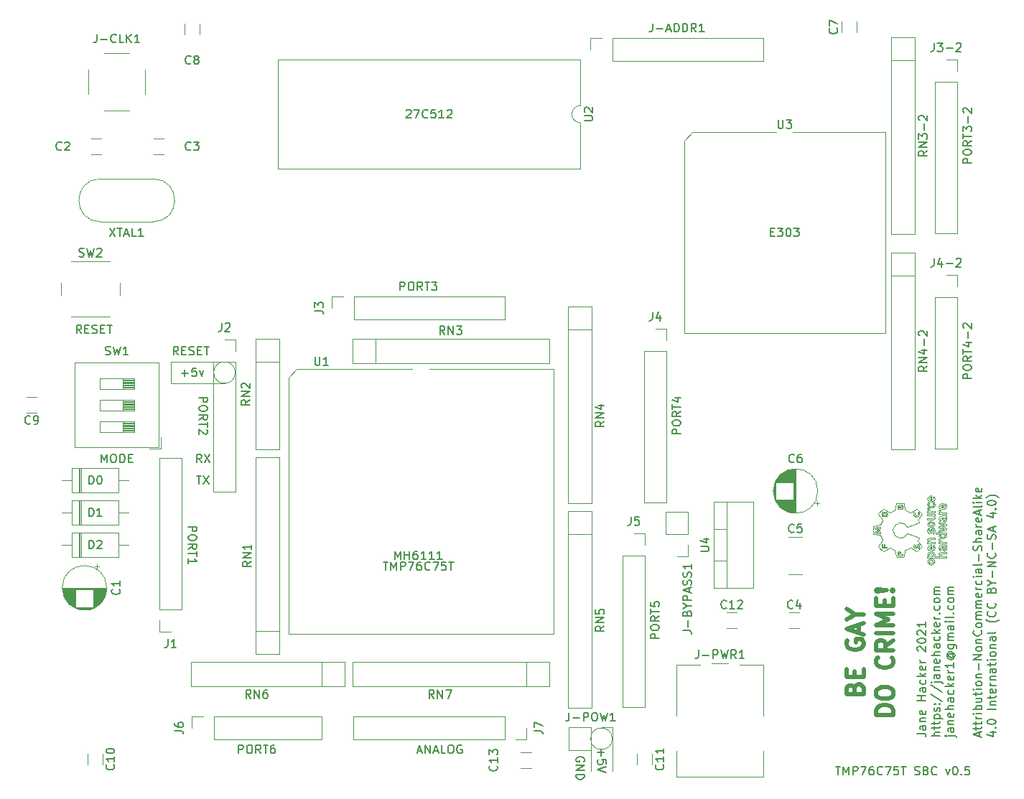
<source format=gbr>
G04 #@! TF.GenerationSoftware,KiCad,Pcbnew,(5.1.2-1)-1*
G04 #@! TF.CreationDate,2021-12-03T18:04:06-05:00*
G04 #@! TF.ProjectId,TMP76C75T,544d5037-3643-4373-9554-2e6b69636164,rev?*
G04 #@! TF.SameCoordinates,Original*
G04 #@! TF.FileFunction,Legend,Top*
G04 #@! TF.FilePolarity,Positive*
%FSLAX46Y46*%
G04 Gerber Fmt 4.6, Leading zero omitted, Abs format (unit mm)*
G04 Created by KiCad (PCBNEW (5.1.2-1)-1) date 2021-12-03 18:04:06*
%MOMM*%
%LPD*%
G04 APERTURE LIST*
%ADD10C,0.100000*%
%ADD11C,0.120000*%
%ADD12C,0.150000*%
%ADD13C,0.500000*%
G04 APERTURE END LIST*
D10*
X188286838Y-111472698D02*
X188246900Y-111518701D01*
X190980379Y-111769515D02*
X190967979Y-111742094D01*
X190992312Y-111804503D02*
X190980379Y-111769515D01*
X191001377Y-111849888D02*
X190992312Y-111804503D01*
X191005192Y-111907569D02*
X191001377Y-111849888D01*
X190988493Y-111994560D02*
X191005192Y-111907569D01*
X190943166Y-112052712D02*
X190988493Y-111994560D01*
X190874935Y-112084860D02*
X190943166Y-112052712D01*
X190789527Y-112094788D02*
X190874935Y-112084860D01*
X190692190Y-112079658D02*
X190789527Y-112094788D01*
X190626821Y-112039469D02*
X190692190Y-112079658D01*
X190590081Y-111981789D02*
X190626821Y-112039469D01*
X190578629Y-111915127D02*
X190590081Y-111981789D01*
X190590081Y-111823881D02*
X190578629Y-111915127D01*
X190617750Y-111753437D02*
X190590081Y-111823881D01*
X190497510Y-111710887D02*
X190617750Y-111753437D01*
X190484147Y-111735471D02*
X190497510Y-111710887D01*
X190467448Y-111778022D02*
X190484147Y-111735471D01*
X190453131Y-111837595D02*
X190467448Y-111778022D01*
X190446950Y-111913239D02*
X190453131Y-111837595D01*
X190469855Y-112046562D02*
X190446950Y-111913239D01*
X190537132Y-112152464D02*
X190469855Y-112046562D01*
X190645921Y-112222435D02*
X190537132Y-112152464D01*
X190792403Y-112247962D02*
X190645921Y-112222435D01*
X191047197Y-112164280D02*
X190792403Y-112247962D01*
X191136900Y-111920800D02*
X191047197Y-112164280D01*
X187354100Y-115783400D02*
X187354100Y-115930900D01*
X187081200Y-115783400D02*
X187354100Y-115783400D01*
X187081200Y-115524300D02*
X187081200Y-115783400D01*
X186956200Y-115524300D02*
X187081200Y-115524300D01*
X186956200Y-115783400D02*
X186956200Y-115524300D01*
X186817800Y-115783400D02*
X186956200Y-115783400D01*
X186817800Y-115492100D02*
X186817800Y-115783400D01*
X186692800Y-115492100D02*
X186817800Y-115492100D01*
X186692800Y-115930900D02*
X186692800Y-115492100D01*
X187354100Y-115930900D02*
X186692800Y-115930900D01*
X189171108Y-110902861D02*
X189223594Y-111126485D01*
X189014605Y-110827690D02*
X189171108Y-110902861D01*
X188922040Y-110850380D02*
X189014605Y-110827690D01*
X188857148Y-110935480D02*
X188922040Y-110850380D01*
X188732137Y-110859836D02*
X188857148Y-110935480D01*
X188643866Y-110881107D02*
X188732137Y-110859836D01*
X188586131Y-110940202D02*
X188643866Y-110881107D01*
X188555117Y-111030502D02*
X188586131Y-110940202D01*
X188546052Y-111145388D02*
X188555117Y-111030502D01*
X188550319Y-111245617D02*
X188546052Y-111145388D01*
X188563200Y-111344900D02*
X188550319Y-111245617D01*
X189204544Y-111344923D02*
X188563200Y-111344900D01*
X189220290Y-111233820D02*
X189204544Y-111344923D01*
X189223600Y-111126500D02*
X189220290Y-111233820D01*
X188926894Y-111108535D02*
X188926900Y-111201200D01*
X188946455Y-111011143D02*
X188926894Y-111108535D01*
X189011823Y-110977105D02*
X188946455Y-111011143D01*
X189082440Y-111017764D02*
X189011823Y-110977105D01*
X189101524Y-111124612D02*
X189082440Y-111017764D01*
X189100565Y-111166212D02*
X189101524Y-111124612D01*
X191136886Y-111920803D02*
X191136900Y-111920800D01*
X191121617Y-111789371D02*
X191136886Y-111920803D01*
X191087264Y-111701435D02*
X191121617Y-111789371D01*
X190967979Y-111742094D02*
X191087264Y-111701435D01*
X188432700Y-110695500D02*
X188286838Y-111472698D01*
X189097700Y-111201200D02*
X189100565Y-111166212D01*
X188926900Y-111201200D02*
X189097700Y-111201200D01*
X188669248Y-111201255D02*
X188813300Y-111201200D01*
X188666821Y-111162490D02*
X188669248Y-111201255D01*
X188666341Y-111121831D02*
X188666821Y-111162490D01*
X188682563Y-111032949D02*
X188666341Y-111121831D01*
X188738865Y-111002696D02*
X188682563Y-111032949D01*
X188795644Y-111032008D02*
X188738865Y-111002696D01*
X188813300Y-111129400D02*
X188795644Y-111032008D01*
X188813300Y-111201200D02*
X188813300Y-111129400D01*
X186815006Y-112072086D02*
X187233000Y-112072100D01*
X186812578Y-112041833D02*
X186815006Y-112072086D01*
X186812099Y-112010631D02*
X186812578Y-112041833D01*
X186865540Y-111848941D02*
X186812099Y-112010631D01*
X187022997Y-111797879D02*
X186865540Y-111848941D01*
X187178545Y-111851305D02*
X187022997Y-111797879D01*
X187234847Y-112015358D02*
X187178545Y-111851305D01*
X187234368Y-112047984D02*
X187234847Y-112015358D01*
X187232900Y-112072100D02*
X187234368Y-112047984D01*
X187023121Y-111645649D02*
X187023100Y-111645600D01*
X186869481Y-111672124D02*
X187023121Y-111645649D01*
X186764510Y-111747768D02*
X186869481Y-111672124D01*
X186704393Y-111865490D02*
X186764510Y-111747768D01*
X186685309Y-112018198D02*
X186704393Y-111865490D01*
X186688619Y-112113226D02*
X186685309Y-112018198D01*
X186701500Y-112219600D02*
X186688619Y-112113226D01*
X187345682Y-112219552D02*
X186701500Y-112219600D01*
X187359517Y-112115541D02*
X187345682Y-112219552D01*
X187362827Y-112022876D02*
X187359517Y-112115541D01*
X187341833Y-111865914D02*
X187362827Y-112022876D01*
X187278849Y-111747246D02*
X187341833Y-111865914D01*
X187172923Y-111672075D02*
X187278849Y-111747246D01*
X187023100Y-111645600D02*
X187172923Y-111672075D01*
X185881682Y-114148489D02*
X185881700Y-114007600D01*
X186029118Y-114165984D02*
X185881682Y-114148489D01*
X186198980Y-114180172D02*
X186029118Y-114165984D01*
X186376000Y-114191517D02*
X186198980Y-114180172D01*
X186543000Y-114200500D02*
X186376000Y-114191517D01*
X186542976Y-114056789D02*
X186543000Y-114200500D01*
X186333033Y-114049226D02*
X186542976Y-114056789D01*
X186104006Y-114035044D02*
X186333033Y-114049226D01*
X186192755Y-113997221D02*
X186104006Y-114035044D01*
X186290092Y-113956091D02*
X186192755Y-113997221D01*
X186383134Y-113916848D02*
X186290092Y-113956091D01*
X186459000Y-113884700D02*
X186383134Y-113916848D01*
X186459024Y-113781587D02*
X186459000Y-113884700D01*
X186383158Y-113749440D02*
X186459024Y-113781587D01*
X186290115Y-113710201D02*
X186383158Y-113749440D01*
X186192779Y-113669071D02*
X186290115Y-113710201D01*
X186104030Y-113631248D02*
X186192779Y-113669071D01*
X186333057Y-113617061D02*
X186104030Y-113631248D01*
X186543000Y-113609500D02*
X186333057Y-113617061D01*
X186543018Y-113465789D02*
X186543000Y-113609500D01*
X186376018Y-113474773D02*
X186543018Y-113465789D01*
X186198998Y-113486121D02*
X186376018Y-113474773D01*
X186029136Y-113500305D02*
X186198998Y-113486121D01*
X185881700Y-113517800D02*
X186029136Y-113500305D01*
X185881700Y-113652066D02*
X185881700Y-113517800D01*
X185959474Y-113691305D02*
X185881700Y-113652066D01*
X186059673Y-113737639D02*
X185959474Y-113691305D01*
X186169893Y-113785388D02*
X186059673Y-113737639D01*
X186275818Y-113829831D02*
X186169893Y-113785388D01*
X186169893Y-113874273D02*
X186275818Y-113829831D01*
X186059673Y-113922022D02*
X186169893Y-113874273D01*
X185959474Y-113968356D02*
X186059673Y-113922022D01*
X185881700Y-114007600D02*
X185959474Y-113968356D01*
X188549842Y-116727081D02*
X188546018Y-116632525D01*
X188563200Y-116829200D02*
X188549842Y-116727081D01*
X189215000Y-116829200D02*
X188563200Y-116829200D01*
X189215000Y-116681700D02*
X189215000Y-116829200D01*
X188993600Y-116681700D02*
X189215000Y-116681700D01*
X188993561Y-116635337D02*
X188993600Y-116681700D01*
X188940596Y-116408404D02*
X188993561Y-116635337D01*
X188768348Y-116328978D02*
X188940596Y-116408404D01*
X188598008Y-116407459D02*
X188768348Y-116328978D01*
X188546000Y-116632500D02*
X188598008Y-116407459D01*
X188673014Y-116623010D02*
X188673000Y-116623000D01*
X188677281Y-116564386D02*
X188673014Y-116623010D01*
X188692549Y-116519472D02*
X188677281Y-116564386D01*
X188721650Y-116491103D02*
X188692549Y-116519472D01*
X188767454Y-116481177D02*
X188721650Y-116491103D01*
X188845705Y-116519943D02*
X188767454Y-116481177D01*
X188866700Y-116635300D02*
X188845705Y-116519943D01*
X188866700Y-116681700D02*
X188866700Y-116635300D01*
X188675879Y-116681622D02*
X188866700Y-116681700D01*
X188673960Y-116654675D02*
X188675879Y-116681622D01*
X188673000Y-116623000D02*
X188673960Y-116654675D01*
X191010053Y-115752218D02*
X191010000Y-115752200D01*
X190997172Y-115857647D02*
X191010053Y-115752218D01*
X190968071Y-115929982D02*
X190997172Y-115857647D01*
X191086403Y-115971589D02*
X190968071Y-115929982D01*
X191102627Y-115938964D02*
X191086403Y-115971589D01*
X191118852Y-115892630D02*
X191102627Y-115938964D01*
X191131733Y-115830693D02*
X191118852Y-115892630D01*
X191136954Y-115752212D02*
X191131733Y-115830693D01*
X191085901Y-115558373D02*
X191136954Y-115752212D01*
X190942282Y-115494076D02*
X191085901Y-115558373D01*
X190861168Y-115506364D02*
X190942282Y-115494076D01*
X190802955Y-115543715D02*
X190861168Y-115506364D01*
X190759533Y-115606595D02*
X190802955Y-115543715D01*
X190721835Y-115695477D02*
X190759533Y-115606595D01*
X190705136Y-115740391D02*
X190721835Y-115695477D01*
X190687008Y-115776322D02*
X190705136Y-115740391D01*
X190664583Y-115800435D02*
X190687008Y-115776322D01*
X190634048Y-115808947D02*
X190664583Y-115800435D01*
X190588722Y-115785782D02*
X190634048Y-115808947D01*
X190573927Y-115709665D02*
X190588722Y-115785782D01*
X190584900Y-115628820D02*
X190573927Y-115709665D01*
X190610187Y-115567833D02*
X190584900Y-115628820D01*
X190492807Y-115525282D02*
X190610187Y-115567833D01*
X190461315Y-115604709D02*
X190492807Y-115525282D01*
X190447000Y-115719121D02*
X190461315Y-115604709D01*
X190460835Y-115819350D02*
X190447000Y-115719121D01*
X190500436Y-115894994D02*
X190460835Y-115819350D01*
X190562942Y-115943215D02*
X190500436Y-115894994D01*
X190645488Y-115960238D02*
X190562942Y-115943215D01*
X190723262Y-115944166D02*
X190645488Y-115960238D01*
X190777659Y-115902559D02*
X190723262Y-115944166D01*
X190814878Y-115844878D02*
X190777659Y-115902559D01*
X190841122Y-115780580D02*
X190814878Y-115844878D01*
X190887404Y-115676569D02*
X190841122Y-115780580D01*
X190941324Y-115646314D02*
X190887404Y-115676569D01*
X190968993Y-115651027D02*
X190941324Y-115646314D01*
X190990465Y-115668042D02*
X190968993Y-115651027D01*
X191004779Y-115700667D02*
X190990465Y-115668042D01*
X191010000Y-115752200D02*
X191004779Y-115700667D01*
X192708202Y-116857188D02*
X192794600Y-116713800D01*
X192529262Y-116881258D02*
X192708202Y-116857188D01*
X192348861Y-116857170D02*
X192529262Y-116881258D01*
X192262254Y-116713800D02*
X192348861Y-116857170D01*
X192345676Y-116568965D02*
X192262254Y-116713800D01*
X192529262Y-116544688D02*
X192345676Y-116568965D01*
X192711351Y-116568965D02*
X192529262Y-116544688D01*
X192794600Y-116713800D02*
X192711351Y-116568965D01*
X194310000Y-116881800D02*
X194310000Y-117052600D01*
X193799700Y-116881823D02*
X194310000Y-116881800D01*
X193615477Y-116712758D02*
X193799700Y-116881823D01*
X193799700Y-116545300D02*
X193615477Y-116712758D01*
X194310000Y-116545300D02*
X193799700Y-116545300D01*
X194310000Y-116374500D02*
X194310000Y-116545300D01*
X193740455Y-116374531D02*
X194310000Y-116374500D01*
X193518918Y-116466403D02*
X193740455Y-116374531D01*
X193443100Y-116657488D02*
X193518918Y-116466403D01*
X193544491Y-116881821D02*
X193443100Y-116657488D01*
X192865518Y-116881200D02*
X193544491Y-116881821D01*
X192966912Y-116661831D02*
X192865518Y-116881200D01*
X192855355Y-116434094D02*
X192966912Y-116661831D01*
X192529277Y-116373862D02*
X192855355Y-116434094D01*
X192201433Y-116434094D02*
X192529277Y-116373862D01*
X192089877Y-116661831D02*
X192201433Y-116434094D01*
X192189600Y-116881200D02*
X192089877Y-116661831D01*
X192100000Y-116881200D02*
X192189600Y-116881200D01*
X192100000Y-117052600D02*
X192100000Y-116881200D01*
X194310000Y-117052600D02*
X192100000Y-117052600D01*
X192593449Y-110283685D02*
X192593400Y-109754600D01*
X192804726Y-110081100D02*
X192593449Y-110283685D01*
X192721897Y-109895299D02*
X192804726Y-110081100D01*
X192828298Y-109771384D02*
X192721897Y-109895299D01*
X192966861Y-110077743D02*
X192828298Y-109771384D01*
X192880660Y-110331435D02*
X192966861Y-110077743D01*
X192530897Y-110454499D02*
X192880660Y-110331435D01*
X192185542Y-110341097D02*
X192530897Y-110454499D01*
X192089827Y-110104549D02*
X192185542Y-110341097D01*
X192187623Y-109859296D02*
X192089827Y-110104549D01*
X192451500Y-109754600D02*
X192187623Y-109859296D01*
X192593400Y-109754600D02*
X192451500Y-109754600D01*
X192451500Y-109925430D02*
X192451500Y-110283700D01*
X192252055Y-110104565D02*
X192451500Y-109925430D01*
X192451500Y-110283700D02*
X192252055Y-110104565D01*
X192818225Y-110497930D02*
X192705000Y-110623500D01*
X192966854Y-110802635D02*
X192818225Y-110497930D01*
X192865277Y-111068625D02*
X192966854Y-110802635D01*
X192529124Y-111187712D02*
X192865277Y-111068625D01*
X192191630Y-111068625D02*
X192529124Y-111187712D01*
X192089820Y-110802635D02*
X192191630Y-111068625D01*
X192238545Y-110497930D02*
X192089820Y-110802635D01*
X192351771Y-110623500D02*
X192238545Y-110497930D01*
X192262212Y-110795874D02*
X192351771Y-110623500D01*
X192325349Y-110958533D02*
X192262212Y-110795874D01*
X192529125Y-111016945D02*
X192325349Y-110958533D01*
X192731569Y-110958515D02*
X192529125Y-111016945D01*
X192794558Y-110795874D02*
X192731569Y-110958515D01*
X192705000Y-110623500D02*
X192794558Y-110795874D01*
X192100000Y-111740100D02*
X192956700Y-111740100D01*
X192100000Y-111569300D02*
X192100000Y-111740100D01*
X192191200Y-111569300D02*
X192100000Y-111569300D01*
X192191182Y-111565991D02*
X192191200Y-111569300D01*
X192089790Y-111344920D02*
X192191182Y-111565991D01*
X192155683Y-111167439D02*
X192089790Y-111344920D01*
X192304408Y-111291354D02*
X192155683Y-111167439D01*
X192262181Y-111403544D02*
X192304408Y-111291354D01*
X192441300Y-111569300D02*
X192262181Y-111403544D01*
X192956700Y-111569300D02*
X192441300Y-111569300D01*
X192956700Y-111740100D02*
X192956700Y-111569300D01*
X192100000Y-112605400D02*
X192669500Y-112605400D01*
X192100000Y-112434700D02*
X192100000Y-112605400D01*
X192610300Y-112434670D02*
X192100000Y-112434700D01*
X192794523Y-112265605D02*
X192610300Y-112434670D01*
X192610300Y-112098100D02*
X192794523Y-112265605D01*
X192100000Y-112098100D02*
X192610300Y-112098100D01*
X192100000Y-111927400D02*
X192100000Y-112098100D01*
X192956800Y-111927400D02*
X192100000Y-111927400D01*
X192956800Y-112098100D02*
X192956800Y-111927400D01*
X192865500Y-112098100D02*
X192956800Y-112098100D01*
X192865460Y-112101420D02*
X192865500Y-112098100D01*
X192966854Y-112320741D02*
X192865460Y-112101420D01*
X187625326Y-111753161D02*
X186959236Y-111300335D01*
X187685972Y-111756934D02*
X187625326Y-111753161D01*
X188246900Y-111518701D02*
X187685972Y-111756934D01*
X194310000Y-115212700D02*
X193794500Y-115212700D01*
X194310000Y-115383500D02*
X194310000Y-115212700D01*
X194233900Y-115741900D02*
X194310000Y-115741900D01*
X194233937Y-115745252D02*
X194233900Y-115741900D01*
X194320156Y-115954550D02*
X194233937Y-115745252D01*
X194244953Y-116175349D02*
X194320156Y-115954550D01*
X194058206Y-116254244D02*
X194244953Y-116175349D01*
X193880136Y-116184556D02*
X194058206Y-116254244D01*
X193804700Y-115978000D02*
X193880136Y-116184556D01*
X193804700Y-115741900D02*
X193804700Y-115978000D01*
X193715135Y-115741915D02*
X193804700Y-115741900D01*
X193605252Y-115916039D02*
X193715135Y-115741915D01*
X193671238Y-116076783D02*
X193605252Y-115916039D01*
X193568176Y-116210721D02*
X193671238Y-116076783D01*
X193443118Y-115924407D02*
X193568176Y-116210721D01*
X193505015Y-115669266D02*
X193443118Y-115924407D01*
X193725300Y-115571100D02*
X193505015Y-115669266D01*
X194310000Y-115571100D02*
X193725300Y-115571100D01*
X194310000Y-115741900D02*
X194310000Y-115571100D01*
X193946600Y-115741900D02*
X194009100Y-115741900D01*
X193946545Y-115946139D02*
X193946600Y-115741900D01*
X194049703Y-116093551D02*
X193946545Y-115946139D01*
X194157825Y-115932760D02*
X194049703Y-116093551D01*
X194133545Y-115783965D02*
X194157825Y-115932760D01*
X194009100Y-115741900D02*
X194133545Y-115783965D01*
X188474629Y-110661169D02*
X188432690Y-110695538D01*
X189281905Y-110661264D02*
X188474629Y-110661169D01*
X189323798Y-110695730D02*
X189281905Y-110661264D01*
X189466177Y-111453828D02*
X189323798Y-110695730D01*
X189506402Y-111498786D02*
X189466177Y-111453828D01*
X190103067Y-111735459D02*
X189506402Y-111498786D01*
X190164000Y-111731000D02*
X190103067Y-111735459D01*
X190797310Y-111300379D02*
X190164000Y-111731000D01*
X190851561Y-111305346D02*
X190797310Y-111300379D01*
X191422366Y-111871024D02*
X190851561Y-111305346D01*
X191427398Y-111924685D02*
X191422366Y-111871024D01*
X191000404Y-112541140D02*
X191427398Y-111924685D01*
X190998372Y-112600235D02*
X191000404Y-112541140D01*
X191144854Y-112872082D02*
X190998372Y-112600235D01*
X191128248Y-112916760D02*
X191144854Y-112872082D01*
X189761338Y-113477237D02*
X191128248Y-112916760D01*
X189710234Y-113460786D02*
X189761338Y-113477237D01*
X189668200Y-113392754D02*
X189710234Y-113460786D01*
X189634944Y-113349828D02*
X189668200Y-113392754D01*
X189317943Y-113053656D02*
X189634944Y-113349828D01*
X188882921Y-112941585D02*
X189317943Y-113053656D01*
X188251626Y-113200672D02*
X188882921Y-112941585D01*
X187990141Y-113826151D02*
X188251626Y-113200672D01*
X188251626Y-114451653D02*
X187990141Y-113826151D01*
X188882921Y-114710765D02*
X188251626Y-114451653D01*
X189317943Y-114598675D02*
X188882921Y-114710765D01*
X189634944Y-114302522D02*
X189317943Y-114598675D01*
X189668200Y-114259500D02*
X189634944Y-114302522D01*
X189710237Y-114191462D02*
X189668200Y-114259500D01*
X189761341Y-114175006D02*
X189710237Y-114191462D01*
X191128211Y-114735531D02*
X189761341Y-114175006D01*
X191144817Y-114780209D02*
X191128211Y-114735531D01*
X190998338Y-115052056D02*
X191144817Y-114780209D01*
X191000370Y-115111151D02*
X190998338Y-115052056D01*
X191427364Y-115727558D02*
X191000370Y-115111151D01*
X191422332Y-115781264D02*
X191427364Y-115727558D01*
X190851527Y-116346942D02*
X191422332Y-115781264D01*
X190797276Y-116351912D02*
X190851527Y-116346942D01*
X190163966Y-115921306D02*
X190797276Y-116351912D01*
X190103033Y-115916782D02*
X190163966Y-115921306D01*
X189506367Y-116153454D02*
X190103033Y-115916782D01*
X189466143Y-116198463D02*
X189506367Y-116153454D01*
X189323764Y-116956561D02*
X189466143Y-116198463D01*
X189281870Y-116991027D02*
X189323764Y-116956561D01*
X188474593Y-116991074D02*
X189281870Y-116991027D01*
X188432699Y-116956608D02*
X188474593Y-116991074D01*
X188286837Y-116179457D02*
X188432699Y-116956608D01*
X188246899Y-116133454D02*
X188286837Y-116179457D01*
X187685972Y-115895173D02*
X188246899Y-116133454D01*
X187625326Y-115898932D02*
X187685972Y-115895173D01*
X186959236Y-116351805D02*
X187625326Y-115898932D01*
X186905036Y-116346835D02*
X186959236Y-116351805D01*
X186334232Y-115781205D02*
X186905036Y-116346835D01*
X186329200Y-115727500D02*
X186334232Y-115781205D01*
X186794262Y-115055918D02*
X186329200Y-115727500D01*
X186798656Y-114995542D02*
X186794262Y-115055918D01*
X186576069Y-114456718D02*
X186798656Y-114995542D01*
X186530169Y-114417003D02*
X186576069Y-114456718D01*
X185718885Y-114267416D02*
X186530169Y-114417003D01*
X185684100Y-114226000D02*
X185718885Y-114267416D01*
X185684141Y-113426070D02*
X185684100Y-114226000D01*
X185718926Y-113384610D02*
X185684141Y-113426070D01*
X186530210Y-113234975D02*
X185718926Y-113384610D01*
X186576110Y-113195261D02*
X186530210Y-113234975D01*
X186798680Y-112656517D02*
X186576110Y-113195261D01*
X186794286Y-112596141D02*
X186798680Y-112656517D01*
X186329168Y-111924561D02*
X186794286Y-112596141D01*
X186334200Y-111870900D02*
X186329168Y-111924561D01*
X186905036Y-111305302D02*
X186334200Y-111870900D01*
X186959236Y-111300335D02*
X186905036Y-111305302D01*
X193698661Y-114612336D02*
X193615400Y-114467500D01*
X193880833Y-114636613D02*
X193698661Y-114612336D01*
X194064336Y-114612335D02*
X193880833Y-114636613D01*
X194147747Y-114467500D02*
X194064336Y-114612335D01*
X194061187Y-114324112D02*
X194147747Y-114467500D01*
X193880833Y-114300042D02*
X194061187Y-114324112D01*
X193701846Y-114324112D02*
X193880833Y-114300042D01*
X193615400Y-114467500D02*
X193701846Y-114324112D01*
X193453200Y-115383500D02*
X194310000Y-115383500D01*
X193453200Y-115212700D02*
X193453200Y-115383500D01*
X193544500Y-115212700D02*
X193453200Y-115212700D01*
X193544477Y-115209343D02*
X193544500Y-115212700D01*
X193443086Y-114988320D02*
X193544477Y-115209343D01*
X193508979Y-114810839D02*
X193443086Y-114988320D01*
X193657704Y-114934707D02*
X193508979Y-114810839D01*
X193615382Y-115046897D02*
X193657704Y-114934707D01*
X193794500Y-115212700D02*
X193615382Y-115046897D01*
X192891037Y-112513297D02*
X192966854Y-112320741D01*
X192669500Y-112605400D02*
X192891037Y-112513297D01*
X192199656Y-113358956D02*
X192527500Y-113451100D01*
X192089770Y-113101151D02*
X192199656Y-113358956D01*
X192199656Y-112843251D02*
X192089770Y-113101151D01*
X192527500Y-112751201D02*
X192199656Y-112843251D01*
X192857014Y-112843251D02*
X192527500Y-112751201D01*
X192966804Y-113101151D02*
X192857014Y-112843251D01*
X192857014Y-113358956D02*
X192966804Y-113101151D01*
X192527500Y-113451100D02*
X192857014Y-113358956D01*
X192324745Y-112963841D02*
X192529200Y-112922000D01*
X192262192Y-113101136D02*
X192324745Y-112963841D01*
X192324745Y-113238336D02*
X192262192Y-113101136D01*
X192527530Y-113280271D02*
X192324745Y-113238336D01*
X192731985Y-113238336D02*
X192527530Y-113280271D01*
X192794537Y-113101136D02*
X192731985Y-113238336D01*
X192731985Y-112963841D02*
X192794537Y-113101136D01*
X192529200Y-112922000D02*
X192731985Y-112963841D01*
X192694866Y-114154346D02*
X192813100Y-114273200D01*
X192804656Y-113886470D02*
X192694866Y-114154346D01*
X192694866Y-113719012D02*
X192804656Y-113886470D01*
X192610366Y-113822834D02*
X192694866Y-113719012D01*
X192596861Y-113973556D02*
X192610366Y-113822834D01*
X192525863Y-114148495D02*
X192596861Y-113973556D01*
X192353519Y-114217982D02*
X192525863Y-114148495D01*
X192156436Y-114126943D02*
X192353519Y-114217982D01*
X192089898Y-113901552D02*
X192156436Y-114126943D01*
X192206559Y-113568291D02*
X192089898Y-113901552D01*
X192331523Y-113673720D02*
X192206559Y-113568291D01*
X192252126Y-113901504D02*
X192331523Y-113673720D01*
X192355188Y-114047119D02*
X192252126Y-113901504D01*
X192436350Y-113934976D02*
X192355188Y-114047119D01*
X192446417Y-113794325D02*
X192436350Y-113934976D01*
X192527978Y-113605309D02*
X192446417Y-113794325D01*
X192703262Y-113548197D02*
X192527978Y-113605309D01*
X192897822Y-113649909D02*
X192703262Y-113548197D01*
X192966883Y-113899801D02*
X192897822Y-113649909D01*
X192813100Y-114273200D02*
X192966883Y-113899801D01*
X192100000Y-115413100D02*
X192956700Y-115413100D01*
X192100000Y-115242300D02*
X192100000Y-115413100D01*
X192191200Y-115242300D02*
X192100000Y-115242300D01*
X192191242Y-115238933D02*
X192191200Y-115242300D01*
X192089850Y-115017957D02*
X192191242Y-115238933D01*
X192165680Y-114826872D02*
X192089850Y-115017957D01*
X192387300Y-114735000D02*
X192165680Y-114826872D01*
X192956700Y-114735000D02*
X192387300Y-114735000D01*
X192956700Y-114905800D02*
X192956700Y-114735000D01*
X192446500Y-114905729D02*
X192956700Y-114905800D01*
X192262276Y-115073187D02*
X192446500Y-114905729D01*
X192446500Y-115242300D02*
X192262276Y-115073187D01*
X192956700Y-115242300D02*
X192446500Y-115242300D01*
X192956700Y-115413100D02*
X192956700Y-115242300D01*
X192593449Y-116087985D02*
X192593400Y-115558900D01*
X192804725Y-115885353D02*
X192593449Y-116087985D01*
X192721896Y-115699552D02*
X192804725Y-115885353D01*
X192828297Y-115575637D02*
X192721896Y-115699552D01*
X192966860Y-115882044D02*
X192828297Y-115575637D01*
X192880659Y-116135695D02*
X192966860Y-115882044D01*
X192530897Y-116258753D02*
X192880659Y-116135695D01*
X192185542Y-116145333D02*
X192530897Y-116258753D01*
X192089827Y-115908803D02*
X192185542Y-116145333D01*
X192187623Y-115663537D02*
X192089827Y-115908803D01*
X192451500Y-115558900D02*
X192187623Y-115663537D01*
X192593400Y-115558900D02*
X192451500Y-115558900D01*
X192451500Y-115729583D02*
X192451500Y-116087900D01*
X192252055Y-115908718D02*
X192451500Y-115729583D01*
X192451500Y-116087900D02*
X192252055Y-115908718D01*
X192199686Y-117805600D02*
X192527530Y-117897650D01*
X192089800Y-117547700D02*
X192199686Y-117805600D01*
X192199656Y-117289797D02*
X192089800Y-117547700D01*
X192527500Y-117197700D02*
X192199656Y-117289797D01*
X192857013Y-117289797D02*
X192527500Y-117197700D01*
X192966803Y-117547650D02*
X192857013Y-117289797D01*
X192857013Y-117805550D02*
X192966803Y-117547650D01*
X192527500Y-117897600D02*
X192857013Y-117805550D01*
X192324745Y-117410341D02*
X192529200Y-117368500D01*
X192262192Y-117547636D02*
X192324745Y-117410341D01*
X192324745Y-117684931D02*
X192262192Y-117547636D01*
X192527530Y-117726819D02*
X192324745Y-117684931D01*
X192731987Y-117684931D02*
X192527530Y-117726819D01*
X192794539Y-117547636D02*
X192731987Y-117684931D01*
X192731987Y-117410341D02*
X192794539Y-117547636D01*
X192529200Y-117368500D02*
X192731987Y-117410341D01*
X193946645Y-111205091D02*
X193946700Y-110676100D01*
X194157829Y-111002506D02*
X193946645Y-111205091D01*
X194074997Y-110816704D02*
X194157829Y-111002506D01*
X194181496Y-110692789D02*
X194074997Y-110816704D01*
X194320056Y-110999149D02*
X194181496Y-110692789D01*
X194233843Y-111252841D02*
X194320056Y-110999149D01*
X193883998Y-111375905D02*
X194233843Y-111252841D01*
X193538689Y-111262468D02*
X193883998Y-111375905D01*
X193443023Y-111025955D02*
X193538689Y-111262468D01*
X193540806Y-110780714D02*
X193443023Y-111025955D01*
X193804600Y-110676100D02*
X193540806Y-110780714D01*
X193946700Y-110676100D02*
X193804600Y-110676100D01*
X193804700Y-110846730D02*
X193804700Y-111205000D01*
X193605257Y-111025865D02*
X193804700Y-110846730D01*
X193804700Y-111205000D02*
X193605257Y-111025865D01*
X193453200Y-111951600D02*
X194310000Y-111951600D01*
X193453200Y-111780900D02*
X193453200Y-111951600D01*
X193544500Y-111780900D02*
X193453200Y-111780900D01*
X193544477Y-111777496D02*
X193544500Y-111780900D01*
X193443086Y-111556520D02*
X193544477Y-111777496D01*
X193508979Y-111379039D02*
X193443086Y-111556520D01*
X193657704Y-111502954D02*
X193508979Y-111379039D01*
X193615382Y-111615144D02*
X193657704Y-111502954D01*
X193794500Y-111780900D02*
X193615382Y-111615144D01*
X194310000Y-111780900D02*
X193794500Y-111780900D01*
X194310000Y-111951600D02*
X194310000Y-111780900D01*
X194310000Y-112310100D02*
X194310000Y-112310100D01*
X194233900Y-112310100D02*
X194310000Y-112310100D01*
X194233937Y-112313404D02*
X194233900Y-112310100D01*
X194320156Y-112522750D02*
X194233937Y-112313404D01*
X194244953Y-112743573D02*
X194320156Y-112522750D01*
X194058206Y-112822491D02*
X194244953Y-112743573D01*
X193880136Y-112752762D02*
X194058206Y-112822491D01*
X193804700Y-112546200D02*
X193880136Y-112752762D01*
X193804700Y-112310100D02*
X193804700Y-112546200D01*
X193715135Y-112310161D02*
X193804700Y-112310100D01*
X193605252Y-112484332D02*
X193715135Y-112310161D01*
X193671238Y-112644982D02*
X193605252Y-112484332D01*
X193568176Y-112778967D02*
X193671238Y-112644982D01*
X193443118Y-112492606D02*
X193568176Y-112778967D01*
X193505015Y-112237484D02*
X193443118Y-112492606D01*
X193725300Y-112139300D02*
X193505015Y-112237484D01*
X194310000Y-112139300D02*
X193725300Y-112139300D01*
X194310000Y-112310100D02*
X194310000Y-112139300D01*
X193946600Y-112310100D02*
X194009100Y-112310100D01*
X193946545Y-112514339D02*
X193946600Y-112310100D01*
X194049703Y-112661704D02*
X193946545Y-112514339D01*
X194157825Y-112500960D02*
X194049703Y-112661704D01*
X194133545Y-112352165D02*
X194157825Y-112500960D01*
X194009100Y-112310100D02*
X194133545Y-112352165D01*
X193710000Y-113435100D02*
X194310000Y-113257700D01*
X193710089Y-113438519D02*
X193710000Y-113435100D01*
X194310000Y-113616000D02*
X193710089Y-113438519D01*
X194309907Y-113766668D02*
X194310000Y-113616000D01*
X193453200Y-114037900D02*
X194309907Y-113766668D01*
X193453237Y-113857046D02*
X193453200Y-114037900D01*
X194053100Y-113694600D02*
X193453237Y-113857046D01*
X194053063Y-113691315D02*
X194053100Y-113694600D01*
X193453200Y-113498800D02*
X194053063Y-113691315D01*
X193453237Y-113374815D02*
X193453200Y-113498800D01*
X194053100Y-113182300D02*
X193453237Y-113374815D01*
X194053063Y-113178904D02*
X194053100Y-113182300D01*
X193453200Y-113016600D02*
X194053063Y-113178904D01*
X193453293Y-112835715D02*
X193453200Y-113016600D01*
X194310000Y-113106900D02*
X193453293Y-112835715D01*
X194310000Y-113257700D02*
X194310000Y-113106900D01*
X194220419Y-114300000D02*
X194310000Y-114300000D01*
X194320142Y-114519369D02*
X194220419Y-114300000D01*
X194208588Y-114747058D02*
X194320142Y-114519369D01*
X193880838Y-114807337D02*
X194208588Y-114747058D01*
X193554666Y-114747058D02*
X193880838Y-114807337D01*
X193443109Y-114519369D02*
X193554666Y-114747058D01*
X193544500Y-114300000D02*
X193443109Y-114519369D01*
X193106700Y-114300000D02*
X193544500Y-114300000D01*
X193106700Y-114129300D02*
X193106700Y-114300000D01*
X194310000Y-114129300D02*
X193106700Y-114129300D01*
X194310000Y-114300000D02*
X194310000Y-114129300D01*
D11*
X152400000Y-138430000D02*
X152400000Y-142240000D01*
X155000000Y-138430000D02*
X154940000Y-142240000D01*
X154940000Y-138430000D02*
G75*
G03X154940000Y-138430000I-1270000J0D01*
G01*
D12*
X103777023Y-93162380D02*
X103443690Y-92686190D01*
X103205595Y-93162380D02*
X103205595Y-92162380D01*
X103586547Y-92162380D01*
X103681785Y-92210000D01*
X103729404Y-92257619D01*
X103777023Y-92352857D01*
X103777023Y-92495714D01*
X103729404Y-92590952D01*
X103681785Y-92638571D01*
X103586547Y-92686190D01*
X103205595Y-92686190D01*
X104205595Y-92638571D02*
X104538928Y-92638571D01*
X104681785Y-93162380D02*
X104205595Y-93162380D01*
X104205595Y-92162380D01*
X104681785Y-92162380D01*
X105062738Y-93114761D02*
X105205595Y-93162380D01*
X105443690Y-93162380D01*
X105538928Y-93114761D01*
X105586547Y-93067142D01*
X105634166Y-92971904D01*
X105634166Y-92876666D01*
X105586547Y-92781428D01*
X105538928Y-92733809D01*
X105443690Y-92686190D01*
X105253214Y-92638571D01*
X105157976Y-92590952D01*
X105110357Y-92543333D01*
X105062738Y-92448095D01*
X105062738Y-92352857D01*
X105110357Y-92257619D01*
X105157976Y-92210000D01*
X105253214Y-92162380D01*
X105491309Y-92162380D01*
X105634166Y-92210000D01*
X106062738Y-92638571D02*
X106396071Y-92638571D01*
X106538928Y-93162380D02*
X106062738Y-93162380D01*
X106062738Y-92162380D01*
X106538928Y-92162380D01*
X106824642Y-92162380D02*
X107396071Y-92162380D01*
X107110357Y-93162380D02*
X107110357Y-92162380D01*
D11*
X102870000Y-96520000D02*
X109220000Y-96520000D01*
X102870000Y-93980000D02*
X102870000Y-96520000D01*
X104140000Y-93980000D02*
X102870000Y-93980000D01*
X109220000Y-93980000D02*
X104140000Y-93980000D01*
X110490000Y-95250000D02*
G75*
G03X110490000Y-95250000I-1270000J0D01*
G01*
D12*
X104171904Y-95321428D02*
X104933809Y-95321428D01*
X104552857Y-95702380D02*
X104552857Y-94940476D01*
X105886190Y-94702380D02*
X105410000Y-94702380D01*
X105362380Y-95178571D01*
X105410000Y-95130952D01*
X105505238Y-95083333D01*
X105743333Y-95083333D01*
X105838571Y-95130952D01*
X105886190Y-95178571D01*
X105933809Y-95273809D01*
X105933809Y-95511904D01*
X105886190Y-95607142D01*
X105838571Y-95654761D01*
X105743333Y-95702380D01*
X105505238Y-95702380D01*
X105410000Y-95654761D01*
X105362380Y-95607142D01*
X106267142Y-95035714D02*
X106505238Y-95702380D01*
X106743333Y-95035714D01*
X129318095Y-117292380D02*
X129318095Y-116292380D01*
X129651428Y-117006666D01*
X129984761Y-116292380D01*
X129984761Y-117292380D01*
X130460952Y-117292380D02*
X130460952Y-116292380D01*
X130460952Y-116768571D02*
X131032380Y-116768571D01*
X131032380Y-117292380D02*
X131032380Y-116292380D01*
X131937142Y-116292380D02*
X131746666Y-116292380D01*
X131651428Y-116340000D01*
X131603809Y-116387619D01*
X131508571Y-116530476D01*
X131460952Y-116720952D01*
X131460952Y-117101904D01*
X131508571Y-117197142D01*
X131556190Y-117244761D01*
X131651428Y-117292380D01*
X131841904Y-117292380D01*
X131937142Y-117244761D01*
X131984761Y-117197142D01*
X132032380Y-117101904D01*
X132032380Y-116863809D01*
X131984761Y-116768571D01*
X131937142Y-116720952D01*
X131841904Y-116673333D01*
X131651428Y-116673333D01*
X131556190Y-116720952D01*
X131508571Y-116768571D01*
X131460952Y-116863809D01*
X132984761Y-117292380D02*
X132413333Y-117292380D01*
X132699047Y-117292380D02*
X132699047Y-116292380D01*
X132603809Y-116435238D01*
X132508571Y-116530476D01*
X132413333Y-116578095D01*
X133937142Y-117292380D02*
X133365714Y-117292380D01*
X133651428Y-117292380D02*
X133651428Y-116292380D01*
X133556190Y-116435238D01*
X133460952Y-116530476D01*
X133365714Y-116578095D01*
X134889523Y-117292380D02*
X134318095Y-117292380D01*
X134603809Y-117292380D02*
X134603809Y-116292380D01*
X134508571Y-116435238D01*
X134413333Y-116530476D01*
X134318095Y-116578095D01*
X130659523Y-64317619D02*
X130707142Y-64270000D01*
X130802380Y-64222380D01*
X131040476Y-64222380D01*
X131135714Y-64270000D01*
X131183333Y-64317619D01*
X131230952Y-64412857D01*
X131230952Y-64508095D01*
X131183333Y-64650952D01*
X130611904Y-65222380D01*
X131230952Y-65222380D01*
X131564285Y-64222380D02*
X132230952Y-64222380D01*
X131802380Y-65222380D01*
X133183333Y-65127142D02*
X133135714Y-65174761D01*
X132992857Y-65222380D01*
X132897619Y-65222380D01*
X132754761Y-65174761D01*
X132659523Y-65079523D01*
X132611904Y-64984285D01*
X132564285Y-64793809D01*
X132564285Y-64650952D01*
X132611904Y-64460476D01*
X132659523Y-64365238D01*
X132754761Y-64270000D01*
X132897619Y-64222380D01*
X132992857Y-64222380D01*
X133135714Y-64270000D01*
X133183333Y-64317619D01*
X134088095Y-64222380D02*
X133611904Y-64222380D01*
X133564285Y-64698571D01*
X133611904Y-64650952D01*
X133707142Y-64603333D01*
X133945238Y-64603333D01*
X134040476Y-64650952D01*
X134088095Y-64698571D01*
X134135714Y-64793809D01*
X134135714Y-65031904D01*
X134088095Y-65127142D01*
X134040476Y-65174761D01*
X133945238Y-65222380D01*
X133707142Y-65222380D01*
X133611904Y-65174761D01*
X133564285Y-65127142D01*
X135088095Y-65222380D02*
X134516666Y-65222380D01*
X134802380Y-65222380D02*
X134802380Y-64222380D01*
X134707142Y-64365238D01*
X134611904Y-64460476D01*
X134516666Y-64508095D01*
X135469047Y-64317619D02*
X135516666Y-64270000D01*
X135611904Y-64222380D01*
X135850000Y-64222380D01*
X135945238Y-64270000D01*
X135992857Y-64317619D01*
X136040476Y-64412857D01*
X136040476Y-64508095D01*
X135992857Y-64650952D01*
X135421428Y-65222380D01*
X136040476Y-65222380D01*
X127937142Y-117562380D02*
X128508571Y-117562380D01*
X128222857Y-118562380D02*
X128222857Y-117562380D01*
X128841904Y-118562380D02*
X128841904Y-117562380D01*
X129175238Y-118276666D01*
X129508571Y-117562380D01*
X129508571Y-118562380D01*
X129984761Y-118562380D02*
X129984761Y-117562380D01*
X130365714Y-117562380D01*
X130460952Y-117610000D01*
X130508571Y-117657619D01*
X130556190Y-117752857D01*
X130556190Y-117895714D01*
X130508571Y-117990952D01*
X130460952Y-118038571D01*
X130365714Y-118086190D01*
X129984761Y-118086190D01*
X130889523Y-117562380D02*
X131556190Y-117562380D01*
X131127619Y-118562380D01*
X132365714Y-117562380D02*
X132175238Y-117562380D01*
X132080000Y-117610000D01*
X132032380Y-117657619D01*
X131937142Y-117800476D01*
X131889523Y-117990952D01*
X131889523Y-118371904D01*
X131937142Y-118467142D01*
X131984761Y-118514761D01*
X132080000Y-118562380D01*
X132270476Y-118562380D01*
X132365714Y-118514761D01*
X132413333Y-118467142D01*
X132460952Y-118371904D01*
X132460952Y-118133809D01*
X132413333Y-118038571D01*
X132365714Y-117990952D01*
X132270476Y-117943333D01*
X132080000Y-117943333D01*
X131984761Y-117990952D01*
X131937142Y-118038571D01*
X131889523Y-118133809D01*
X133460952Y-118467142D02*
X133413333Y-118514761D01*
X133270476Y-118562380D01*
X133175238Y-118562380D01*
X133032380Y-118514761D01*
X132937142Y-118419523D01*
X132889523Y-118324285D01*
X132841904Y-118133809D01*
X132841904Y-117990952D01*
X132889523Y-117800476D01*
X132937142Y-117705238D01*
X133032380Y-117610000D01*
X133175238Y-117562380D01*
X133270476Y-117562380D01*
X133413333Y-117610000D01*
X133460952Y-117657619D01*
X133794285Y-117562380D02*
X134460952Y-117562380D01*
X134032380Y-118562380D01*
X135318095Y-117562380D02*
X134841904Y-117562380D01*
X134794285Y-118038571D01*
X134841904Y-117990952D01*
X134937142Y-117943333D01*
X135175238Y-117943333D01*
X135270476Y-117990952D01*
X135318095Y-118038571D01*
X135365714Y-118133809D01*
X135365714Y-118371904D01*
X135318095Y-118467142D01*
X135270476Y-118514761D01*
X135175238Y-118562380D01*
X134937142Y-118562380D01*
X134841904Y-118514761D01*
X134794285Y-118467142D01*
X135651428Y-117562380D02*
X136222857Y-117562380D01*
X135937142Y-118562380D02*
X135937142Y-117562380D01*
X173617142Y-78668571D02*
X173950476Y-78668571D01*
X174093333Y-79192380D02*
X173617142Y-79192380D01*
X173617142Y-78192380D01*
X174093333Y-78192380D01*
X174426666Y-78192380D02*
X175045714Y-78192380D01*
X174712380Y-78573333D01*
X174855238Y-78573333D01*
X174950476Y-78620952D01*
X174998095Y-78668571D01*
X175045714Y-78763809D01*
X175045714Y-79001904D01*
X174998095Y-79097142D01*
X174950476Y-79144761D01*
X174855238Y-79192380D01*
X174569523Y-79192380D01*
X174474285Y-79144761D01*
X174426666Y-79097142D01*
X175664761Y-78192380D02*
X175760000Y-78192380D01*
X175855238Y-78240000D01*
X175902857Y-78287619D01*
X175950476Y-78382857D01*
X175998095Y-78573333D01*
X175998095Y-78811428D01*
X175950476Y-79001904D01*
X175902857Y-79097142D01*
X175855238Y-79144761D01*
X175760000Y-79192380D01*
X175664761Y-79192380D01*
X175569523Y-79144761D01*
X175521904Y-79097142D01*
X175474285Y-79001904D01*
X175426666Y-78811428D01*
X175426666Y-78573333D01*
X175474285Y-78382857D01*
X175521904Y-78287619D01*
X175569523Y-78240000D01*
X175664761Y-78192380D01*
X176331428Y-78192380D02*
X176950476Y-78192380D01*
X176617142Y-78573333D01*
X176760000Y-78573333D01*
X176855238Y-78620952D01*
X176902857Y-78668571D01*
X176950476Y-78763809D01*
X176950476Y-79001904D01*
X176902857Y-79097142D01*
X176855238Y-79144761D01*
X176760000Y-79192380D01*
X176474285Y-79192380D01*
X176379047Y-79144761D01*
X176331428Y-79097142D01*
X129937142Y-85542380D02*
X129937142Y-84542380D01*
X130318095Y-84542380D01*
X130413333Y-84590000D01*
X130460952Y-84637619D01*
X130508571Y-84732857D01*
X130508571Y-84875714D01*
X130460952Y-84970952D01*
X130413333Y-85018571D01*
X130318095Y-85066190D01*
X129937142Y-85066190D01*
X131127619Y-84542380D02*
X131318095Y-84542380D01*
X131413333Y-84590000D01*
X131508571Y-84685238D01*
X131556190Y-84875714D01*
X131556190Y-85209047D01*
X131508571Y-85399523D01*
X131413333Y-85494761D01*
X131318095Y-85542380D01*
X131127619Y-85542380D01*
X131032380Y-85494761D01*
X130937142Y-85399523D01*
X130889523Y-85209047D01*
X130889523Y-84875714D01*
X130937142Y-84685238D01*
X131032380Y-84590000D01*
X131127619Y-84542380D01*
X132556190Y-85542380D02*
X132222857Y-85066190D01*
X131984761Y-85542380D02*
X131984761Y-84542380D01*
X132365714Y-84542380D01*
X132460952Y-84590000D01*
X132508571Y-84637619D01*
X132556190Y-84732857D01*
X132556190Y-84875714D01*
X132508571Y-84970952D01*
X132460952Y-85018571D01*
X132365714Y-85066190D01*
X131984761Y-85066190D01*
X132841904Y-84542380D02*
X133413333Y-84542380D01*
X133127619Y-85542380D02*
X133127619Y-84542380D01*
X133651428Y-84542380D02*
X134270476Y-84542380D01*
X133937142Y-84923333D01*
X134080000Y-84923333D01*
X134175238Y-84970952D01*
X134222857Y-85018571D01*
X134270476Y-85113809D01*
X134270476Y-85351904D01*
X134222857Y-85447142D01*
X134175238Y-85494761D01*
X134080000Y-85542380D01*
X133794285Y-85542380D01*
X133699047Y-85494761D01*
X133651428Y-85447142D01*
X94710476Y-105862380D02*
X94710476Y-104862380D01*
X95043809Y-105576666D01*
X95377142Y-104862380D01*
X95377142Y-105862380D01*
X96043809Y-104862380D02*
X96234285Y-104862380D01*
X96329523Y-104910000D01*
X96424761Y-105005238D01*
X96472380Y-105195714D01*
X96472380Y-105529047D01*
X96424761Y-105719523D01*
X96329523Y-105814761D01*
X96234285Y-105862380D01*
X96043809Y-105862380D01*
X95948571Y-105814761D01*
X95853333Y-105719523D01*
X95805714Y-105529047D01*
X95805714Y-105195714D01*
X95853333Y-105005238D01*
X95948571Y-104910000D01*
X96043809Y-104862380D01*
X96900952Y-105862380D02*
X96900952Y-104862380D01*
X97139047Y-104862380D01*
X97281904Y-104910000D01*
X97377142Y-105005238D01*
X97424761Y-105100476D01*
X97472380Y-105290952D01*
X97472380Y-105433809D01*
X97424761Y-105624285D01*
X97377142Y-105719523D01*
X97281904Y-105814761D01*
X97139047Y-105862380D01*
X96900952Y-105862380D01*
X97900952Y-105338571D02*
X98234285Y-105338571D01*
X98377142Y-105862380D02*
X97900952Y-105862380D01*
X97900952Y-104862380D01*
X98377142Y-104862380D01*
X105918095Y-107402380D02*
X106489523Y-107402380D01*
X106203809Y-108402380D02*
X106203809Y-107402380D01*
X106727619Y-107402380D02*
X107394285Y-108402380D01*
X107394285Y-107402380D02*
X106727619Y-108402380D01*
X106513333Y-105862380D02*
X106180000Y-105386190D01*
X105941904Y-105862380D02*
X105941904Y-104862380D01*
X106322857Y-104862380D01*
X106418095Y-104910000D01*
X106465714Y-104957619D01*
X106513333Y-105052857D01*
X106513333Y-105195714D01*
X106465714Y-105290952D01*
X106418095Y-105338571D01*
X106322857Y-105386190D01*
X105941904Y-105386190D01*
X106846666Y-104862380D02*
X107513333Y-105862380D01*
X107513333Y-104862380D02*
X106846666Y-105862380D01*
D13*
X183527142Y-132508095D02*
X183622380Y-132222380D01*
X183717619Y-132127142D01*
X183908095Y-132031904D01*
X184193809Y-132031904D01*
X184384285Y-132127142D01*
X184479523Y-132222380D01*
X184574761Y-132412857D01*
X184574761Y-133174761D01*
X182574761Y-133174761D01*
X182574761Y-132508095D01*
X182670000Y-132317619D01*
X182765238Y-132222380D01*
X182955714Y-132127142D01*
X183146190Y-132127142D01*
X183336666Y-132222380D01*
X183431904Y-132317619D01*
X183527142Y-132508095D01*
X183527142Y-133174761D01*
X183527142Y-131174761D02*
X183527142Y-130508095D01*
X184574761Y-130222380D02*
X184574761Y-131174761D01*
X182574761Y-131174761D01*
X182574761Y-130222380D01*
X182670000Y-126793809D02*
X182574761Y-126984285D01*
X182574761Y-127270000D01*
X182670000Y-127555714D01*
X182860476Y-127746190D01*
X183050952Y-127841428D01*
X183431904Y-127936666D01*
X183717619Y-127936666D01*
X184098571Y-127841428D01*
X184289047Y-127746190D01*
X184479523Y-127555714D01*
X184574761Y-127270000D01*
X184574761Y-127079523D01*
X184479523Y-126793809D01*
X184384285Y-126698571D01*
X183717619Y-126698571D01*
X183717619Y-127079523D01*
X184003333Y-125936666D02*
X184003333Y-124984285D01*
X184574761Y-126127142D02*
X182574761Y-125460476D01*
X184574761Y-124793809D01*
X183622380Y-123746190D02*
X184574761Y-123746190D01*
X182574761Y-124412857D02*
X183622380Y-123746190D01*
X182574761Y-123079523D01*
X188074761Y-135603333D02*
X186074761Y-135603333D01*
X186074761Y-135127142D01*
X186170000Y-134841428D01*
X186360476Y-134650952D01*
X186550952Y-134555714D01*
X186931904Y-134460476D01*
X187217619Y-134460476D01*
X187598571Y-134555714D01*
X187789047Y-134650952D01*
X187979523Y-134841428D01*
X188074761Y-135127142D01*
X188074761Y-135603333D01*
X186074761Y-133222380D02*
X186074761Y-132841428D01*
X186170000Y-132650952D01*
X186360476Y-132460476D01*
X186741428Y-132365238D01*
X187408095Y-132365238D01*
X187789047Y-132460476D01*
X187979523Y-132650952D01*
X188074761Y-132841428D01*
X188074761Y-133222380D01*
X187979523Y-133412857D01*
X187789047Y-133603333D01*
X187408095Y-133698571D01*
X186741428Y-133698571D01*
X186360476Y-133603333D01*
X186170000Y-133412857D01*
X186074761Y-133222380D01*
X187884285Y-128841428D02*
X187979523Y-128936666D01*
X188074761Y-129222380D01*
X188074761Y-129412857D01*
X187979523Y-129698571D01*
X187789047Y-129889047D01*
X187598571Y-129984285D01*
X187217619Y-130079523D01*
X186931904Y-130079523D01*
X186550952Y-129984285D01*
X186360476Y-129889047D01*
X186170000Y-129698571D01*
X186074761Y-129412857D01*
X186074761Y-129222380D01*
X186170000Y-128936666D01*
X186265238Y-128841428D01*
X188074761Y-126841428D02*
X187122380Y-127508095D01*
X188074761Y-127984285D02*
X186074761Y-127984285D01*
X186074761Y-127222380D01*
X186170000Y-127031904D01*
X186265238Y-126936666D01*
X186455714Y-126841428D01*
X186741428Y-126841428D01*
X186931904Y-126936666D01*
X187027142Y-127031904D01*
X187122380Y-127222380D01*
X187122380Y-127984285D01*
X188074761Y-125984285D02*
X186074761Y-125984285D01*
X188074761Y-125031904D02*
X186074761Y-125031904D01*
X187503333Y-124365238D01*
X186074761Y-123698571D01*
X188074761Y-123698571D01*
X187027142Y-122746190D02*
X187027142Y-122079523D01*
X188074761Y-121793809D02*
X188074761Y-122746190D01*
X186074761Y-122746190D01*
X186074761Y-121793809D01*
X187884285Y-120936666D02*
X187979523Y-120841428D01*
X188074761Y-120936666D01*
X187979523Y-121031904D01*
X187884285Y-120936666D01*
X188074761Y-120936666D01*
X187312857Y-120936666D02*
X186170000Y-121031904D01*
X186074761Y-120936666D01*
X186170000Y-120841428D01*
X187312857Y-120936666D01*
X186074761Y-120936666D01*
D12*
X153598571Y-139684285D02*
X153598571Y-140446190D01*
X153217619Y-140065238D02*
X153979523Y-140065238D01*
X154217619Y-141398571D02*
X154217619Y-140922380D01*
X153741428Y-140874761D01*
X153789047Y-140922380D01*
X153836666Y-141017619D01*
X153836666Y-141255714D01*
X153789047Y-141350952D01*
X153741428Y-141398571D01*
X153646190Y-141446190D01*
X153408095Y-141446190D01*
X153312857Y-141398571D01*
X153265238Y-141350952D01*
X153217619Y-141255714D01*
X153217619Y-141017619D01*
X153265238Y-140922380D01*
X153312857Y-140874761D01*
X154217619Y-141731904D02*
X153217619Y-142065238D01*
X154217619Y-142398571D01*
X151630000Y-141126785D02*
X151677619Y-141031547D01*
X151677619Y-140888690D01*
X151630000Y-140745833D01*
X151534761Y-140650595D01*
X151439523Y-140602976D01*
X151249047Y-140555357D01*
X151106190Y-140555357D01*
X150915714Y-140602976D01*
X150820476Y-140650595D01*
X150725238Y-140745833D01*
X150677619Y-140888690D01*
X150677619Y-140983928D01*
X150725238Y-141126785D01*
X150772857Y-141174404D01*
X151106190Y-141174404D01*
X151106190Y-140983928D01*
X150677619Y-141602976D02*
X151677619Y-141602976D01*
X150677619Y-142174404D01*
X151677619Y-142174404D01*
X150677619Y-142650595D02*
X151677619Y-142650595D01*
X151677619Y-142888690D01*
X151630000Y-143031547D01*
X151534761Y-143126785D01*
X151439523Y-143174404D01*
X151249047Y-143222023D01*
X151106190Y-143222023D01*
X150915714Y-143174404D01*
X150820476Y-143126785D01*
X150725238Y-143031547D01*
X150677619Y-142888690D01*
X150677619Y-142650595D01*
X92347023Y-90622380D02*
X92013690Y-90146190D01*
X91775595Y-90622380D02*
X91775595Y-89622380D01*
X92156547Y-89622380D01*
X92251785Y-89670000D01*
X92299404Y-89717619D01*
X92347023Y-89812857D01*
X92347023Y-89955714D01*
X92299404Y-90050952D01*
X92251785Y-90098571D01*
X92156547Y-90146190D01*
X91775595Y-90146190D01*
X92775595Y-90098571D02*
X93108928Y-90098571D01*
X93251785Y-90622380D02*
X92775595Y-90622380D01*
X92775595Y-89622380D01*
X93251785Y-89622380D01*
X93632738Y-90574761D02*
X93775595Y-90622380D01*
X94013690Y-90622380D01*
X94108928Y-90574761D01*
X94156547Y-90527142D01*
X94204166Y-90431904D01*
X94204166Y-90336666D01*
X94156547Y-90241428D01*
X94108928Y-90193809D01*
X94013690Y-90146190D01*
X93823214Y-90098571D01*
X93727976Y-90050952D01*
X93680357Y-90003333D01*
X93632738Y-89908095D01*
X93632738Y-89812857D01*
X93680357Y-89717619D01*
X93727976Y-89670000D01*
X93823214Y-89622380D01*
X94061309Y-89622380D01*
X94204166Y-89670000D01*
X94632738Y-90098571D02*
X94966071Y-90098571D01*
X95108928Y-90622380D02*
X94632738Y-90622380D01*
X94632738Y-89622380D01*
X95108928Y-89622380D01*
X95394642Y-89622380D02*
X95966071Y-89622380D01*
X95680357Y-90622380D02*
X95680357Y-89622380D01*
X181277619Y-141692380D02*
X181849047Y-141692380D01*
X181563333Y-142692380D02*
X181563333Y-141692380D01*
X182182380Y-142692380D02*
X182182380Y-141692380D01*
X182515714Y-142406666D01*
X182849047Y-141692380D01*
X182849047Y-142692380D01*
X183325238Y-142692380D02*
X183325238Y-141692380D01*
X183706190Y-141692380D01*
X183801428Y-141740000D01*
X183849047Y-141787619D01*
X183896666Y-141882857D01*
X183896666Y-142025714D01*
X183849047Y-142120952D01*
X183801428Y-142168571D01*
X183706190Y-142216190D01*
X183325238Y-142216190D01*
X184230000Y-141692380D02*
X184896666Y-141692380D01*
X184468095Y-142692380D01*
X185706190Y-141692380D02*
X185515714Y-141692380D01*
X185420476Y-141740000D01*
X185372857Y-141787619D01*
X185277619Y-141930476D01*
X185230000Y-142120952D01*
X185230000Y-142501904D01*
X185277619Y-142597142D01*
X185325238Y-142644761D01*
X185420476Y-142692380D01*
X185610952Y-142692380D01*
X185706190Y-142644761D01*
X185753809Y-142597142D01*
X185801428Y-142501904D01*
X185801428Y-142263809D01*
X185753809Y-142168571D01*
X185706190Y-142120952D01*
X185610952Y-142073333D01*
X185420476Y-142073333D01*
X185325238Y-142120952D01*
X185277619Y-142168571D01*
X185230000Y-142263809D01*
X186801428Y-142597142D02*
X186753809Y-142644761D01*
X186610952Y-142692380D01*
X186515714Y-142692380D01*
X186372857Y-142644761D01*
X186277619Y-142549523D01*
X186230000Y-142454285D01*
X186182380Y-142263809D01*
X186182380Y-142120952D01*
X186230000Y-141930476D01*
X186277619Y-141835238D01*
X186372857Y-141740000D01*
X186515714Y-141692380D01*
X186610952Y-141692380D01*
X186753809Y-141740000D01*
X186801428Y-141787619D01*
X187134761Y-141692380D02*
X187801428Y-141692380D01*
X187372857Y-142692380D01*
X188658571Y-141692380D02*
X188182380Y-141692380D01*
X188134761Y-142168571D01*
X188182380Y-142120952D01*
X188277619Y-142073333D01*
X188515714Y-142073333D01*
X188610952Y-142120952D01*
X188658571Y-142168571D01*
X188706190Y-142263809D01*
X188706190Y-142501904D01*
X188658571Y-142597142D01*
X188610952Y-142644761D01*
X188515714Y-142692380D01*
X188277619Y-142692380D01*
X188182380Y-142644761D01*
X188134761Y-142597142D01*
X188991904Y-141692380D02*
X189563333Y-141692380D01*
X189277619Y-142692380D02*
X189277619Y-141692380D01*
X190610952Y-142644761D02*
X190753809Y-142692380D01*
X190991904Y-142692380D01*
X191087142Y-142644761D01*
X191134761Y-142597142D01*
X191182380Y-142501904D01*
X191182380Y-142406666D01*
X191134761Y-142311428D01*
X191087142Y-142263809D01*
X190991904Y-142216190D01*
X190801428Y-142168571D01*
X190706190Y-142120952D01*
X190658571Y-142073333D01*
X190610952Y-141978095D01*
X190610952Y-141882857D01*
X190658571Y-141787619D01*
X190706190Y-141740000D01*
X190801428Y-141692380D01*
X191039523Y-141692380D01*
X191182380Y-141740000D01*
X191944285Y-142168571D02*
X192087142Y-142216190D01*
X192134761Y-142263809D01*
X192182380Y-142359047D01*
X192182380Y-142501904D01*
X192134761Y-142597142D01*
X192087142Y-142644761D01*
X191991904Y-142692380D01*
X191610952Y-142692380D01*
X191610952Y-141692380D01*
X191944285Y-141692380D01*
X192039523Y-141740000D01*
X192087142Y-141787619D01*
X192134761Y-141882857D01*
X192134761Y-141978095D01*
X192087142Y-142073333D01*
X192039523Y-142120952D01*
X191944285Y-142168571D01*
X191610952Y-142168571D01*
X193182380Y-142597142D02*
X193134761Y-142644761D01*
X192991904Y-142692380D01*
X192896666Y-142692380D01*
X192753809Y-142644761D01*
X192658571Y-142549523D01*
X192610952Y-142454285D01*
X192563333Y-142263809D01*
X192563333Y-142120952D01*
X192610952Y-141930476D01*
X192658571Y-141835238D01*
X192753809Y-141740000D01*
X192896666Y-141692380D01*
X192991904Y-141692380D01*
X193134761Y-141740000D01*
X193182380Y-141787619D01*
X194277619Y-142025714D02*
X194515714Y-142692380D01*
X194753809Y-142025714D01*
X195325238Y-141692380D02*
X195420476Y-141692380D01*
X195515714Y-141740000D01*
X195563333Y-141787619D01*
X195610952Y-141882857D01*
X195658571Y-142073333D01*
X195658571Y-142311428D01*
X195610952Y-142501904D01*
X195563333Y-142597142D01*
X195515714Y-142644761D01*
X195420476Y-142692380D01*
X195325238Y-142692380D01*
X195230000Y-142644761D01*
X195182380Y-142597142D01*
X195134761Y-142501904D01*
X195087142Y-142311428D01*
X195087142Y-142073333D01*
X195134761Y-141882857D01*
X195182380Y-141787619D01*
X195230000Y-141740000D01*
X195325238Y-141692380D01*
X196087142Y-142597142D02*
X196134761Y-142644761D01*
X196087142Y-142692380D01*
X196039523Y-142644761D01*
X196087142Y-142597142D01*
X196087142Y-142692380D01*
X197039523Y-141692380D02*
X196563333Y-141692380D01*
X196515714Y-142168571D01*
X196563333Y-142120952D01*
X196658571Y-142073333D01*
X196896666Y-142073333D01*
X196991904Y-142120952D01*
X197039523Y-142168571D01*
X197087142Y-142263809D01*
X197087142Y-142501904D01*
X197039523Y-142597142D01*
X196991904Y-142644761D01*
X196896666Y-142692380D01*
X196658571Y-142692380D01*
X196563333Y-142644761D01*
X196515714Y-142597142D01*
X190907380Y-137808690D02*
X191621666Y-137808690D01*
X191764523Y-137856309D01*
X191859761Y-137951547D01*
X191907380Y-138094404D01*
X191907380Y-138189642D01*
X191907380Y-136903928D02*
X191383571Y-136903928D01*
X191288333Y-136951547D01*
X191240714Y-137046785D01*
X191240714Y-137237261D01*
X191288333Y-137332500D01*
X191859761Y-136903928D02*
X191907380Y-136999166D01*
X191907380Y-137237261D01*
X191859761Y-137332500D01*
X191764523Y-137380119D01*
X191669285Y-137380119D01*
X191574047Y-137332500D01*
X191526428Y-137237261D01*
X191526428Y-136999166D01*
X191478809Y-136903928D01*
X191240714Y-136427738D02*
X191907380Y-136427738D01*
X191335952Y-136427738D02*
X191288333Y-136380119D01*
X191240714Y-136284880D01*
X191240714Y-136142023D01*
X191288333Y-136046785D01*
X191383571Y-135999166D01*
X191907380Y-135999166D01*
X191859761Y-135142023D02*
X191907380Y-135237261D01*
X191907380Y-135427738D01*
X191859761Y-135522976D01*
X191764523Y-135570595D01*
X191383571Y-135570595D01*
X191288333Y-135522976D01*
X191240714Y-135427738D01*
X191240714Y-135237261D01*
X191288333Y-135142023D01*
X191383571Y-135094404D01*
X191478809Y-135094404D01*
X191574047Y-135570595D01*
X191907380Y-133903928D02*
X190907380Y-133903928D01*
X191383571Y-133903928D02*
X191383571Y-133332500D01*
X191907380Y-133332500D02*
X190907380Y-133332500D01*
X191907380Y-132427738D02*
X191383571Y-132427738D01*
X191288333Y-132475357D01*
X191240714Y-132570595D01*
X191240714Y-132761071D01*
X191288333Y-132856309D01*
X191859761Y-132427738D02*
X191907380Y-132522976D01*
X191907380Y-132761071D01*
X191859761Y-132856309D01*
X191764523Y-132903928D01*
X191669285Y-132903928D01*
X191574047Y-132856309D01*
X191526428Y-132761071D01*
X191526428Y-132522976D01*
X191478809Y-132427738D01*
X191859761Y-131522976D02*
X191907380Y-131618214D01*
X191907380Y-131808690D01*
X191859761Y-131903928D01*
X191812142Y-131951547D01*
X191716904Y-131999166D01*
X191431190Y-131999166D01*
X191335952Y-131951547D01*
X191288333Y-131903928D01*
X191240714Y-131808690D01*
X191240714Y-131618214D01*
X191288333Y-131522976D01*
X191907380Y-131094404D02*
X190907380Y-131094404D01*
X191526428Y-130999166D02*
X191907380Y-130713452D01*
X191240714Y-130713452D02*
X191621666Y-131094404D01*
X191859761Y-129903928D02*
X191907380Y-129999166D01*
X191907380Y-130189642D01*
X191859761Y-130284880D01*
X191764523Y-130332500D01*
X191383571Y-130332500D01*
X191288333Y-130284880D01*
X191240714Y-130189642D01*
X191240714Y-129999166D01*
X191288333Y-129903928D01*
X191383571Y-129856309D01*
X191478809Y-129856309D01*
X191574047Y-130332500D01*
X191907380Y-129427738D02*
X191240714Y-129427738D01*
X191431190Y-129427738D02*
X191335952Y-129380119D01*
X191288333Y-129332500D01*
X191240714Y-129237261D01*
X191240714Y-129142023D01*
X191002619Y-128094404D02*
X190955000Y-128046785D01*
X190907380Y-127951547D01*
X190907380Y-127713452D01*
X190955000Y-127618214D01*
X191002619Y-127570595D01*
X191097857Y-127522976D01*
X191193095Y-127522976D01*
X191335952Y-127570595D01*
X191907380Y-128142023D01*
X191907380Y-127522976D01*
X190907380Y-126903928D02*
X190907380Y-126808690D01*
X190955000Y-126713452D01*
X191002619Y-126665833D01*
X191097857Y-126618214D01*
X191288333Y-126570595D01*
X191526428Y-126570595D01*
X191716904Y-126618214D01*
X191812142Y-126665833D01*
X191859761Y-126713452D01*
X191907380Y-126808690D01*
X191907380Y-126903928D01*
X191859761Y-126999166D01*
X191812142Y-127046785D01*
X191716904Y-127094404D01*
X191526428Y-127142023D01*
X191288333Y-127142023D01*
X191097857Y-127094404D01*
X191002619Y-127046785D01*
X190955000Y-126999166D01*
X190907380Y-126903928D01*
X191002619Y-126189642D02*
X190955000Y-126142023D01*
X190907380Y-126046785D01*
X190907380Y-125808690D01*
X190955000Y-125713452D01*
X191002619Y-125665833D01*
X191097857Y-125618214D01*
X191193095Y-125618214D01*
X191335952Y-125665833D01*
X191907380Y-126237261D01*
X191907380Y-125618214D01*
X191907380Y-124665833D02*
X191907380Y-125237261D01*
X191907380Y-124951547D02*
X190907380Y-124951547D01*
X191050238Y-125046785D01*
X191145476Y-125142023D01*
X191193095Y-125237261D01*
X193557380Y-138094404D02*
X192557380Y-138094404D01*
X193557380Y-137665833D02*
X193033571Y-137665833D01*
X192938333Y-137713452D01*
X192890714Y-137808690D01*
X192890714Y-137951547D01*
X192938333Y-138046785D01*
X192985952Y-138094404D01*
X192890714Y-137332500D02*
X192890714Y-136951547D01*
X192557380Y-137189642D02*
X193414523Y-137189642D01*
X193509761Y-137142023D01*
X193557380Y-137046785D01*
X193557380Y-136951547D01*
X192890714Y-136761071D02*
X192890714Y-136380119D01*
X192557380Y-136618214D02*
X193414523Y-136618214D01*
X193509761Y-136570595D01*
X193557380Y-136475357D01*
X193557380Y-136380119D01*
X192890714Y-136046785D02*
X193890714Y-136046785D01*
X192938333Y-136046785D02*
X192890714Y-135951547D01*
X192890714Y-135761071D01*
X192938333Y-135665833D01*
X192985952Y-135618214D01*
X193081190Y-135570595D01*
X193366904Y-135570595D01*
X193462142Y-135618214D01*
X193509761Y-135665833D01*
X193557380Y-135761071D01*
X193557380Y-135951547D01*
X193509761Y-136046785D01*
X193509761Y-135189642D02*
X193557380Y-135094404D01*
X193557380Y-134903928D01*
X193509761Y-134808690D01*
X193414523Y-134761071D01*
X193366904Y-134761071D01*
X193271666Y-134808690D01*
X193224047Y-134903928D01*
X193224047Y-135046785D01*
X193176428Y-135142023D01*
X193081190Y-135189642D01*
X193033571Y-135189642D01*
X192938333Y-135142023D01*
X192890714Y-135046785D01*
X192890714Y-134903928D01*
X192938333Y-134808690D01*
X193462142Y-134332500D02*
X193509761Y-134284880D01*
X193557380Y-134332500D01*
X193509761Y-134380119D01*
X193462142Y-134332500D01*
X193557380Y-134332500D01*
X192938333Y-134332500D02*
X192985952Y-134284880D01*
X193033571Y-134332500D01*
X192985952Y-134380119D01*
X192938333Y-134332500D01*
X193033571Y-134332500D01*
X192509761Y-133142023D02*
X193795476Y-133999166D01*
X192509761Y-132094404D02*
X193795476Y-132951547D01*
X192890714Y-131761071D02*
X193747857Y-131761071D01*
X193843095Y-131808690D01*
X193890714Y-131903928D01*
X193890714Y-131951547D01*
X192557380Y-131761071D02*
X192605000Y-131808690D01*
X192652619Y-131761071D01*
X192605000Y-131713452D01*
X192557380Y-131761071D01*
X192652619Y-131761071D01*
X193557380Y-130856309D02*
X193033571Y-130856309D01*
X192938333Y-130903928D01*
X192890714Y-130999166D01*
X192890714Y-131189642D01*
X192938333Y-131284880D01*
X193509761Y-130856309D02*
X193557380Y-130951547D01*
X193557380Y-131189642D01*
X193509761Y-131284880D01*
X193414523Y-131332500D01*
X193319285Y-131332500D01*
X193224047Y-131284880D01*
X193176428Y-131189642D01*
X193176428Y-130951547D01*
X193128809Y-130856309D01*
X192890714Y-130380119D02*
X193557380Y-130380119D01*
X192985952Y-130380119D02*
X192938333Y-130332500D01*
X192890714Y-130237261D01*
X192890714Y-130094404D01*
X192938333Y-129999166D01*
X193033571Y-129951547D01*
X193557380Y-129951547D01*
X193509761Y-129094404D02*
X193557380Y-129189642D01*
X193557380Y-129380119D01*
X193509761Y-129475357D01*
X193414523Y-129522976D01*
X193033571Y-129522976D01*
X192938333Y-129475357D01*
X192890714Y-129380119D01*
X192890714Y-129189642D01*
X192938333Y-129094404D01*
X193033571Y-129046785D01*
X193128809Y-129046785D01*
X193224047Y-129522976D01*
X193557380Y-128618214D02*
X192557380Y-128618214D01*
X193557380Y-128189642D02*
X193033571Y-128189642D01*
X192938333Y-128237261D01*
X192890714Y-128332500D01*
X192890714Y-128475357D01*
X192938333Y-128570595D01*
X192985952Y-128618214D01*
X193557380Y-127284880D02*
X193033571Y-127284880D01*
X192938333Y-127332500D01*
X192890714Y-127427738D01*
X192890714Y-127618214D01*
X192938333Y-127713452D01*
X193509761Y-127284880D02*
X193557380Y-127380119D01*
X193557380Y-127618214D01*
X193509761Y-127713452D01*
X193414523Y-127761071D01*
X193319285Y-127761071D01*
X193224047Y-127713452D01*
X193176428Y-127618214D01*
X193176428Y-127380119D01*
X193128809Y-127284880D01*
X193509761Y-126380119D02*
X193557380Y-126475357D01*
X193557380Y-126665833D01*
X193509761Y-126761071D01*
X193462142Y-126808690D01*
X193366904Y-126856309D01*
X193081190Y-126856309D01*
X192985952Y-126808690D01*
X192938333Y-126761071D01*
X192890714Y-126665833D01*
X192890714Y-126475357D01*
X192938333Y-126380119D01*
X193557380Y-125951547D02*
X192557380Y-125951547D01*
X193176428Y-125856309D02*
X193557380Y-125570595D01*
X192890714Y-125570595D02*
X193271666Y-125951547D01*
X193509761Y-124761071D02*
X193557380Y-124856309D01*
X193557380Y-125046785D01*
X193509761Y-125142023D01*
X193414523Y-125189642D01*
X193033571Y-125189642D01*
X192938333Y-125142023D01*
X192890714Y-125046785D01*
X192890714Y-124856309D01*
X192938333Y-124761071D01*
X193033571Y-124713452D01*
X193128809Y-124713452D01*
X193224047Y-125189642D01*
X193557380Y-124284880D02*
X192890714Y-124284880D01*
X193081190Y-124284880D02*
X192985952Y-124237261D01*
X192938333Y-124189642D01*
X192890714Y-124094404D01*
X192890714Y-123999166D01*
X193462142Y-123665833D02*
X193509761Y-123618214D01*
X193557380Y-123665833D01*
X193509761Y-123713452D01*
X193462142Y-123665833D01*
X193557380Y-123665833D01*
X193509761Y-122761071D02*
X193557380Y-122856309D01*
X193557380Y-123046785D01*
X193509761Y-123142023D01*
X193462142Y-123189642D01*
X193366904Y-123237261D01*
X193081190Y-123237261D01*
X192985952Y-123189642D01*
X192938333Y-123142023D01*
X192890714Y-123046785D01*
X192890714Y-122856309D01*
X192938333Y-122761071D01*
X193557380Y-122189642D02*
X193509761Y-122284880D01*
X193462142Y-122332500D01*
X193366904Y-122380119D01*
X193081190Y-122380119D01*
X192985952Y-122332500D01*
X192938333Y-122284880D01*
X192890714Y-122189642D01*
X192890714Y-122046785D01*
X192938333Y-121951547D01*
X192985952Y-121903928D01*
X193081190Y-121856309D01*
X193366904Y-121856309D01*
X193462142Y-121903928D01*
X193509761Y-121951547D01*
X193557380Y-122046785D01*
X193557380Y-122189642D01*
X193557380Y-121427738D02*
X192890714Y-121427738D01*
X192985952Y-121427738D02*
X192938333Y-121380119D01*
X192890714Y-121284880D01*
X192890714Y-121142023D01*
X192938333Y-121046785D01*
X193033571Y-120999166D01*
X193557380Y-120999166D01*
X193033571Y-120999166D02*
X192938333Y-120951547D01*
X192890714Y-120856309D01*
X192890714Y-120713452D01*
X192938333Y-120618214D01*
X193033571Y-120570595D01*
X193557380Y-120570595D01*
X194540714Y-138094404D02*
X195397857Y-138094404D01*
X195493095Y-138142023D01*
X195540714Y-138237261D01*
X195540714Y-138284880D01*
X194207380Y-138094404D02*
X194255000Y-138142023D01*
X194302619Y-138094404D01*
X194255000Y-138046785D01*
X194207380Y-138094404D01*
X194302619Y-138094404D01*
X195207380Y-137189642D02*
X194683571Y-137189642D01*
X194588333Y-137237261D01*
X194540714Y-137332500D01*
X194540714Y-137522976D01*
X194588333Y-137618214D01*
X195159761Y-137189642D02*
X195207380Y-137284880D01*
X195207380Y-137522976D01*
X195159761Y-137618214D01*
X195064523Y-137665833D01*
X194969285Y-137665833D01*
X194874047Y-137618214D01*
X194826428Y-137522976D01*
X194826428Y-137284880D01*
X194778809Y-137189642D01*
X194540714Y-136713452D02*
X195207380Y-136713452D01*
X194635952Y-136713452D02*
X194588333Y-136665833D01*
X194540714Y-136570595D01*
X194540714Y-136427738D01*
X194588333Y-136332500D01*
X194683571Y-136284880D01*
X195207380Y-136284880D01*
X195159761Y-135427738D02*
X195207380Y-135522976D01*
X195207380Y-135713452D01*
X195159761Y-135808690D01*
X195064523Y-135856309D01*
X194683571Y-135856309D01*
X194588333Y-135808690D01*
X194540714Y-135713452D01*
X194540714Y-135522976D01*
X194588333Y-135427738D01*
X194683571Y-135380119D01*
X194778809Y-135380119D01*
X194874047Y-135856309D01*
X195207380Y-134951547D02*
X194207380Y-134951547D01*
X195207380Y-134522976D02*
X194683571Y-134522976D01*
X194588333Y-134570595D01*
X194540714Y-134665833D01*
X194540714Y-134808690D01*
X194588333Y-134903928D01*
X194635952Y-134951547D01*
X195207380Y-133618214D02*
X194683571Y-133618214D01*
X194588333Y-133665833D01*
X194540714Y-133761071D01*
X194540714Y-133951547D01*
X194588333Y-134046785D01*
X195159761Y-133618214D02*
X195207380Y-133713452D01*
X195207380Y-133951547D01*
X195159761Y-134046785D01*
X195064523Y-134094404D01*
X194969285Y-134094404D01*
X194874047Y-134046785D01*
X194826428Y-133951547D01*
X194826428Y-133713452D01*
X194778809Y-133618214D01*
X195159761Y-132713452D02*
X195207380Y-132808690D01*
X195207380Y-132999166D01*
X195159761Y-133094404D01*
X195112142Y-133142023D01*
X195016904Y-133189642D01*
X194731190Y-133189642D01*
X194635952Y-133142023D01*
X194588333Y-133094404D01*
X194540714Y-132999166D01*
X194540714Y-132808690D01*
X194588333Y-132713452D01*
X195207380Y-132284880D02*
X194207380Y-132284880D01*
X194826428Y-132189642D02*
X195207380Y-131903928D01*
X194540714Y-131903928D02*
X194921666Y-132284880D01*
X195159761Y-131094404D02*
X195207380Y-131189642D01*
X195207380Y-131380119D01*
X195159761Y-131475357D01*
X195064523Y-131522976D01*
X194683571Y-131522976D01*
X194588333Y-131475357D01*
X194540714Y-131380119D01*
X194540714Y-131189642D01*
X194588333Y-131094404D01*
X194683571Y-131046785D01*
X194778809Y-131046785D01*
X194874047Y-131522976D01*
X195207380Y-130618214D02*
X194540714Y-130618214D01*
X194731190Y-130618214D02*
X194635952Y-130570595D01*
X194588333Y-130522976D01*
X194540714Y-130427738D01*
X194540714Y-130332500D01*
X195207380Y-129475357D02*
X195207380Y-130046785D01*
X195207380Y-129761071D02*
X194207380Y-129761071D01*
X194350238Y-129856309D01*
X194445476Y-129951547D01*
X194493095Y-130046785D01*
X194731190Y-128427738D02*
X194683571Y-128475357D01*
X194635952Y-128570595D01*
X194635952Y-128665833D01*
X194683571Y-128761071D01*
X194731190Y-128808690D01*
X194826428Y-128856309D01*
X194921666Y-128856309D01*
X195016904Y-128808690D01*
X195064523Y-128761071D01*
X195112142Y-128665833D01*
X195112142Y-128570595D01*
X195064523Y-128475357D01*
X195016904Y-128427738D01*
X194635952Y-128427738D02*
X195016904Y-128427738D01*
X195064523Y-128380119D01*
X195064523Y-128332500D01*
X195016904Y-128237261D01*
X194921666Y-128189642D01*
X194683571Y-128189642D01*
X194540714Y-128284880D01*
X194445476Y-128427738D01*
X194397857Y-128618214D01*
X194445476Y-128808690D01*
X194540714Y-128951547D01*
X194683571Y-129046785D01*
X194874047Y-129094404D01*
X195064523Y-129046785D01*
X195207380Y-128951547D01*
X195302619Y-128808690D01*
X195350238Y-128618214D01*
X195302619Y-128427738D01*
X195207380Y-128284880D01*
X194540714Y-127332500D02*
X195350238Y-127332500D01*
X195445476Y-127380119D01*
X195493095Y-127427738D01*
X195540714Y-127522976D01*
X195540714Y-127665833D01*
X195493095Y-127761071D01*
X195159761Y-127332500D02*
X195207380Y-127427738D01*
X195207380Y-127618214D01*
X195159761Y-127713452D01*
X195112142Y-127761071D01*
X195016904Y-127808690D01*
X194731190Y-127808690D01*
X194635952Y-127761071D01*
X194588333Y-127713452D01*
X194540714Y-127618214D01*
X194540714Y-127427738D01*
X194588333Y-127332500D01*
X195207380Y-126856309D02*
X194540714Y-126856309D01*
X194635952Y-126856309D02*
X194588333Y-126808690D01*
X194540714Y-126713452D01*
X194540714Y-126570595D01*
X194588333Y-126475357D01*
X194683571Y-126427738D01*
X195207380Y-126427738D01*
X194683571Y-126427738D02*
X194588333Y-126380119D01*
X194540714Y-126284880D01*
X194540714Y-126142023D01*
X194588333Y-126046785D01*
X194683571Y-125999166D01*
X195207380Y-125999166D01*
X195207380Y-125094404D02*
X194683571Y-125094404D01*
X194588333Y-125142023D01*
X194540714Y-125237261D01*
X194540714Y-125427738D01*
X194588333Y-125522976D01*
X195159761Y-125094404D02*
X195207380Y-125189642D01*
X195207380Y-125427738D01*
X195159761Y-125522976D01*
X195064523Y-125570595D01*
X194969285Y-125570595D01*
X194874047Y-125522976D01*
X194826428Y-125427738D01*
X194826428Y-125189642D01*
X194778809Y-125094404D01*
X195207380Y-124618214D02*
X194540714Y-124618214D01*
X194207380Y-124618214D02*
X194255000Y-124665833D01*
X194302619Y-124618214D01*
X194255000Y-124570595D01*
X194207380Y-124618214D01*
X194302619Y-124618214D01*
X195207380Y-123999166D02*
X195159761Y-124094404D01*
X195064523Y-124142023D01*
X194207380Y-124142023D01*
X195112142Y-123618214D02*
X195159761Y-123570595D01*
X195207380Y-123618214D01*
X195159761Y-123665833D01*
X195112142Y-123618214D01*
X195207380Y-123618214D01*
X195159761Y-122713452D02*
X195207380Y-122808690D01*
X195207380Y-122999166D01*
X195159761Y-123094404D01*
X195112142Y-123142023D01*
X195016904Y-123189642D01*
X194731190Y-123189642D01*
X194635952Y-123142023D01*
X194588333Y-123094404D01*
X194540714Y-122999166D01*
X194540714Y-122808690D01*
X194588333Y-122713452D01*
X195207380Y-122142023D02*
X195159761Y-122237261D01*
X195112142Y-122284880D01*
X195016904Y-122332500D01*
X194731190Y-122332500D01*
X194635952Y-122284880D01*
X194588333Y-122237261D01*
X194540714Y-122142023D01*
X194540714Y-121999166D01*
X194588333Y-121903928D01*
X194635952Y-121856309D01*
X194731190Y-121808690D01*
X195016904Y-121808690D01*
X195112142Y-121856309D01*
X195159761Y-121903928D01*
X195207380Y-121999166D01*
X195207380Y-122142023D01*
X195207380Y-121380119D02*
X194540714Y-121380119D01*
X194635952Y-121380119D02*
X194588333Y-121332500D01*
X194540714Y-121237261D01*
X194540714Y-121094404D01*
X194588333Y-120999166D01*
X194683571Y-120951547D01*
X195207380Y-120951547D01*
X194683571Y-120951547D02*
X194588333Y-120903928D01*
X194540714Y-120808690D01*
X194540714Y-120665833D01*
X194588333Y-120570595D01*
X194683571Y-120522976D01*
X195207380Y-120522976D01*
X198221666Y-138142023D02*
X198221666Y-137665833D01*
X198507380Y-138237261D02*
X197507380Y-137903928D01*
X198507380Y-137570595D01*
X197840714Y-137380119D02*
X197840714Y-136999166D01*
X197507380Y-137237261D02*
X198364523Y-137237261D01*
X198459761Y-137189642D01*
X198507380Y-137094404D01*
X198507380Y-136999166D01*
X197840714Y-136808690D02*
X197840714Y-136427738D01*
X197507380Y-136665833D02*
X198364523Y-136665833D01*
X198459761Y-136618214D01*
X198507380Y-136522976D01*
X198507380Y-136427738D01*
X198507380Y-136094404D02*
X197840714Y-136094404D01*
X198031190Y-136094404D02*
X197935952Y-136046785D01*
X197888333Y-135999166D01*
X197840714Y-135903928D01*
X197840714Y-135808690D01*
X198507380Y-135475357D02*
X197840714Y-135475357D01*
X197507380Y-135475357D02*
X197555000Y-135522976D01*
X197602619Y-135475357D01*
X197555000Y-135427738D01*
X197507380Y-135475357D01*
X197602619Y-135475357D01*
X198507380Y-134999166D02*
X197507380Y-134999166D01*
X197888333Y-134999166D02*
X197840714Y-134903928D01*
X197840714Y-134713452D01*
X197888333Y-134618214D01*
X197935952Y-134570595D01*
X198031190Y-134522976D01*
X198316904Y-134522976D01*
X198412142Y-134570595D01*
X198459761Y-134618214D01*
X198507380Y-134713452D01*
X198507380Y-134903928D01*
X198459761Y-134999166D01*
X197840714Y-133665833D02*
X198507380Y-133665833D01*
X197840714Y-134094404D02*
X198364523Y-134094404D01*
X198459761Y-134046785D01*
X198507380Y-133951547D01*
X198507380Y-133808690D01*
X198459761Y-133713452D01*
X198412142Y-133665833D01*
X197840714Y-133332500D02*
X197840714Y-132951547D01*
X197507380Y-133189642D02*
X198364523Y-133189642D01*
X198459761Y-133142023D01*
X198507380Y-133046785D01*
X198507380Y-132951547D01*
X198507380Y-132618214D02*
X197840714Y-132618214D01*
X197507380Y-132618214D02*
X197555000Y-132665833D01*
X197602619Y-132618214D01*
X197555000Y-132570595D01*
X197507380Y-132618214D01*
X197602619Y-132618214D01*
X198507380Y-131999166D02*
X198459761Y-132094404D01*
X198412142Y-132142023D01*
X198316904Y-132189642D01*
X198031190Y-132189642D01*
X197935952Y-132142023D01*
X197888333Y-132094404D01*
X197840714Y-131999166D01*
X197840714Y-131856309D01*
X197888333Y-131761071D01*
X197935952Y-131713452D01*
X198031190Y-131665833D01*
X198316904Y-131665833D01*
X198412142Y-131713452D01*
X198459761Y-131761071D01*
X198507380Y-131856309D01*
X198507380Y-131999166D01*
X197840714Y-131237261D02*
X198507380Y-131237261D01*
X197935952Y-131237261D02*
X197888333Y-131189642D01*
X197840714Y-131094404D01*
X197840714Y-130951547D01*
X197888333Y-130856309D01*
X197983571Y-130808690D01*
X198507380Y-130808690D01*
X198126428Y-130332500D02*
X198126428Y-129570595D01*
X198507380Y-129094404D02*
X197507380Y-129094404D01*
X198507380Y-128522976D01*
X197507380Y-128522976D01*
X198507380Y-127903928D02*
X198459761Y-127999166D01*
X198412142Y-128046785D01*
X198316904Y-128094404D01*
X198031190Y-128094404D01*
X197935952Y-128046785D01*
X197888333Y-127999166D01*
X197840714Y-127903928D01*
X197840714Y-127761071D01*
X197888333Y-127665833D01*
X197935952Y-127618214D01*
X198031190Y-127570595D01*
X198316904Y-127570595D01*
X198412142Y-127618214D01*
X198459761Y-127665833D01*
X198507380Y-127761071D01*
X198507380Y-127903928D01*
X197840714Y-127142023D02*
X198507380Y-127142023D01*
X197935952Y-127142023D02*
X197888333Y-127094404D01*
X197840714Y-126999166D01*
X197840714Y-126856309D01*
X197888333Y-126761071D01*
X197983571Y-126713452D01*
X198507380Y-126713452D01*
X198412142Y-125665833D02*
X198459761Y-125713452D01*
X198507380Y-125856309D01*
X198507380Y-125951547D01*
X198459761Y-126094404D01*
X198364523Y-126189642D01*
X198269285Y-126237261D01*
X198078809Y-126284880D01*
X197935952Y-126284880D01*
X197745476Y-126237261D01*
X197650238Y-126189642D01*
X197555000Y-126094404D01*
X197507380Y-125951547D01*
X197507380Y-125856309D01*
X197555000Y-125713452D01*
X197602619Y-125665833D01*
X198507380Y-125094404D02*
X198459761Y-125189642D01*
X198412142Y-125237261D01*
X198316904Y-125284880D01*
X198031190Y-125284880D01*
X197935952Y-125237261D01*
X197888333Y-125189642D01*
X197840714Y-125094404D01*
X197840714Y-124951547D01*
X197888333Y-124856309D01*
X197935952Y-124808690D01*
X198031190Y-124761071D01*
X198316904Y-124761071D01*
X198412142Y-124808690D01*
X198459761Y-124856309D01*
X198507380Y-124951547D01*
X198507380Y-125094404D01*
X198507380Y-124332500D02*
X197840714Y-124332500D01*
X197935952Y-124332500D02*
X197888333Y-124284880D01*
X197840714Y-124189642D01*
X197840714Y-124046785D01*
X197888333Y-123951547D01*
X197983571Y-123903928D01*
X198507380Y-123903928D01*
X197983571Y-123903928D02*
X197888333Y-123856309D01*
X197840714Y-123761071D01*
X197840714Y-123618214D01*
X197888333Y-123522976D01*
X197983571Y-123475357D01*
X198507380Y-123475357D01*
X198507380Y-122999166D02*
X197840714Y-122999166D01*
X197935952Y-122999166D02*
X197888333Y-122951547D01*
X197840714Y-122856309D01*
X197840714Y-122713452D01*
X197888333Y-122618214D01*
X197983571Y-122570595D01*
X198507380Y-122570595D01*
X197983571Y-122570595D02*
X197888333Y-122522976D01*
X197840714Y-122427738D01*
X197840714Y-122284880D01*
X197888333Y-122189642D01*
X197983571Y-122142023D01*
X198507380Y-122142023D01*
X198459761Y-121284880D02*
X198507380Y-121380119D01*
X198507380Y-121570595D01*
X198459761Y-121665833D01*
X198364523Y-121713452D01*
X197983571Y-121713452D01*
X197888333Y-121665833D01*
X197840714Y-121570595D01*
X197840714Y-121380119D01*
X197888333Y-121284880D01*
X197983571Y-121237261D01*
X198078809Y-121237261D01*
X198174047Y-121713452D01*
X198507380Y-120808690D02*
X197840714Y-120808690D01*
X198031190Y-120808690D02*
X197935952Y-120761071D01*
X197888333Y-120713452D01*
X197840714Y-120618214D01*
X197840714Y-120522976D01*
X198459761Y-119761071D02*
X198507380Y-119856309D01*
X198507380Y-120046785D01*
X198459761Y-120142023D01*
X198412142Y-120189642D01*
X198316904Y-120237261D01*
X198031190Y-120237261D01*
X197935952Y-120189642D01*
X197888333Y-120142023D01*
X197840714Y-120046785D01*
X197840714Y-119856309D01*
X197888333Y-119761071D01*
X198507380Y-119332500D02*
X197840714Y-119332500D01*
X197507380Y-119332500D02*
X197555000Y-119380119D01*
X197602619Y-119332500D01*
X197555000Y-119284880D01*
X197507380Y-119332500D01*
X197602619Y-119332500D01*
X198507380Y-118427738D02*
X197983571Y-118427738D01*
X197888333Y-118475357D01*
X197840714Y-118570595D01*
X197840714Y-118761071D01*
X197888333Y-118856309D01*
X198459761Y-118427738D02*
X198507380Y-118522976D01*
X198507380Y-118761071D01*
X198459761Y-118856309D01*
X198364523Y-118903928D01*
X198269285Y-118903928D01*
X198174047Y-118856309D01*
X198126428Y-118761071D01*
X198126428Y-118522976D01*
X198078809Y-118427738D01*
X198507380Y-117808690D02*
X198459761Y-117903928D01*
X198364523Y-117951547D01*
X197507380Y-117951547D01*
X198126428Y-117427738D02*
X198126428Y-116665833D01*
X198459761Y-116237261D02*
X198507380Y-116094404D01*
X198507380Y-115856309D01*
X198459761Y-115761071D01*
X198412142Y-115713452D01*
X198316904Y-115665833D01*
X198221666Y-115665833D01*
X198126428Y-115713452D01*
X198078809Y-115761071D01*
X198031190Y-115856309D01*
X197983571Y-116046785D01*
X197935952Y-116142023D01*
X197888333Y-116189642D01*
X197793095Y-116237261D01*
X197697857Y-116237261D01*
X197602619Y-116189642D01*
X197555000Y-116142023D01*
X197507380Y-116046785D01*
X197507380Y-115808690D01*
X197555000Y-115665833D01*
X198507380Y-115237261D02*
X197507380Y-115237261D01*
X198507380Y-114808690D02*
X197983571Y-114808690D01*
X197888333Y-114856309D01*
X197840714Y-114951547D01*
X197840714Y-115094404D01*
X197888333Y-115189642D01*
X197935952Y-115237261D01*
X198507380Y-113903928D02*
X197983571Y-113903928D01*
X197888333Y-113951547D01*
X197840714Y-114046785D01*
X197840714Y-114237261D01*
X197888333Y-114332500D01*
X198459761Y-113903928D02*
X198507380Y-113999166D01*
X198507380Y-114237261D01*
X198459761Y-114332500D01*
X198364523Y-114380119D01*
X198269285Y-114380119D01*
X198174047Y-114332500D01*
X198126428Y-114237261D01*
X198126428Y-113999166D01*
X198078809Y-113903928D01*
X198507380Y-113427738D02*
X197840714Y-113427738D01*
X198031190Y-113427738D02*
X197935952Y-113380119D01*
X197888333Y-113332500D01*
X197840714Y-113237261D01*
X197840714Y-113142023D01*
X198459761Y-112427738D02*
X198507380Y-112522976D01*
X198507380Y-112713452D01*
X198459761Y-112808690D01*
X198364523Y-112856309D01*
X197983571Y-112856309D01*
X197888333Y-112808690D01*
X197840714Y-112713452D01*
X197840714Y-112522976D01*
X197888333Y-112427738D01*
X197983571Y-112380119D01*
X198078809Y-112380119D01*
X198174047Y-112856309D01*
X198221666Y-111999166D02*
X198221666Y-111522976D01*
X198507380Y-112094404D02*
X197507380Y-111761071D01*
X198507380Y-111427738D01*
X198507380Y-110951547D02*
X198459761Y-111046785D01*
X198364523Y-111094404D01*
X197507380Y-111094404D01*
X198507380Y-110570595D02*
X197840714Y-110570595D01*
X197507380Y-110570595D02*
X197555000Y-110618214D01*
X197602619Y-110570595D01*
X197555000Y-110522976D01*
X197507380Y-110570595D01*
X197602619Y-110570595D01*
X198507380Y-110094404D02*
X197507380Y-110094404D01*
X198126428Y-109999166D02*
X198507380Y-109713452D01*
X197840714Y-109713452D02*
X198221666Y-110094404D01*
X198459761Y-108903928D02*
X198507380Y-108999166D01*
X198507380Y-109189642D01*
X198459761Y-109284880D01*
X198364523Y-109332500D01*
X197983571Y-109332500D01*
X197888333Y-109284880D01*
X197840714Y-109189642D01*
X197840714Y-108999166D01*
X197888333Y-108903928D01*
X197983571Y-108856309D01*
X198078809Y-108856309D01*
X198174047Y-109332500D01*
X199490714Y-137665833D02*
X200157380Y-137665833D01*
X199109761Y-137903928D02*
X199824047Y-138142023D01*
X199824047Y-137522976D01*
X200062142Y-137142023D02*
X200109761Y-137094404D01*
X200157380Y-137142023D01*
X200109761Y-137189642D01*
X200062142Y-137142023D01*
X200157380Y-137142023D01*
X199157380Y-136475357D02*
X199157380Y-136380119D01*
X199205000Y-136284880D01*
X199252619Y-136237261D01*
X199347857Y-136189642D01*
X199538333Y-136142023D01*
X199776428Y-136142023D01*
X199966904Y-136189642D01*
X200062142Y-136237261D01*
X200109761Y-136284880D01*
X200157380Y-136380119D01*
X200157380Y-136475357D01*
X200109761Y-136570595D01*
X200062142Y-136618214D01*
X199966904Y-136665833D01*
X199776428Y-136713452D01*
X199538333Y-136713452D01*
X199347857Y-136665833D01*
X199252619Y-136618214D01*
X199205000Y-136570595D01*
X199157380Y-136475357D01*
X200157380Y-134951547D02*
X199157380Y-134951547D01*
X199490714Y-134475357D02*
X200157380Y-134475357D01*
X199585952Y-134475357D02*
X199538333Y-134427738D01*
X199490714Y-134332500D01*
X199490714Y-134189642D01*
X199538333Y-134094404D01*
X199633571Y-134046785D01*
X200157380Y-134046785D01*
X199490714Y-133713452D02*
X199490714Y-133332500D01*
X199157380Y-133570595D02*
X200014523Y-133570595D01*
X200109761Y-133522976D01*
X200157380Y-133427738D01*
X200157380Y-133332500D01*
X200109761Y-132618214D02*
X200157380Y-132713452D01*
X200157380Y-132903928D01*
X200109761Y-132999166D01*
X200014523Y-133046785D01*
X199633571Y-133046785D01*
X199538333Y-132999166D01*
X199490714Y-132903928D01*
X199490714Y-132713452D01*
X199538333Y-132618214D01*
X199633571Y-132570595D01*
X199728809Y-132570595D01*
X199824047Y-133046785D01*
X200157380Y-132142023D02*
X199490714Y-132142023D01*
X199681190Y-132142023D02*
X199585952Y-132094404D01*
X199538333Y-132046785D01*
X199490714Y-131951547D01*
X199490714Y-131856309D01*
X199490714Y-131522976D02*
X200157380Y-131522976D01*
X199585952Y-131522976D02*
X199538333Y-131475357D01*
X199490714Y-131380119D01*
X199490714Y-131237261D01*
X199538333Y-131142023D01*
X199633571Y-131094404D01*
X200157380Y-131094404D01*
X200157380Y-130189642D02*
X199633571Y-130189642D01*
X199538333Y-130237261D01*
X199490714Y-130332500D01*
X199490714Y-130522976D01*
X199538333Y-130618214D01*
X200109761Y-130189642D02*
X200157380Y-130284880D01*
X200157380Y-130522976D01*
X200109761Y-130618214D01*
X200014523Y-130665833D01*
X199919285Y-130665833D01*
X199824047Y-130618214D01*
X199776428Y-130522976D01*
X199776428Y-130284880D01*
X199728809Y-130189642D01*
X199490714Y-129856309D02*
X199490714Y-129475357D01*
X199157380Y-129713452D02*
X200014523Y-129713452D01*
X200109761Y-129665833D01*
X200157380Y-129570595D01*
X200157380Y-129475357D01*
X200157380Y-129142023D02*
X199490714Y-129142023D01*
X199157380Y-129142023D02*
X199205000Y-129189642D01*
X199252619Y-129142023D01*
X199205000Y-129094404D01*
X199157380Y-129142023D01*
X199252619Y-129142023D01*
X200157380Y-128522976D02*
X200109761Y-128618214D01*
X200062142Y-128665833D01*
X199966904Y-128713452D01*
X199681190Y-128713452D01*
X199585952Y-128665833D01*
X199538333Y-128618214D01*
X199490714Y-128522976D01*
X199490714Y-128380119D01*
X199538333Y-128284880D01*
X199585952Y-128237261D01*
X199681190Y-128189642D01*
X199966904Y-128189642D01*
X200062142Y-128237261D01*
X200109761Y-128284880D01*
X200157380Y-128380119D01*
X200157380Y-128522976D01*
X199490714Y-127761071D02*
X200157380Y-127761071D01*
X199585952Y-127761071D02*
X199538333Y-127713452D01*
X199490714Y-127618214D01*
X199490714Y-127475357D01*
X199538333Y-127380119D01*
X199633571Y-127332500D01*
X200157380Y-127332500D01*
X200157380Y-126427738D02*
X199633571Y-126427738D01*
X199538333Y-126475357D01*
X199490714Y-126570595D01*
X199490714Y-126761071D01*
X199538333Y-126856309D01*
X200109761Y-126427738D02*
X200157380Y-126522976D01*
X200157380Y-126761071D01*
X200109761Y-126856309D01*
X200014523Y-126903928D01*
X199919285Y-126903928D01*
X199824047Y-126856309D01*
X199776428Y-126761071D01*
X199776428Y-126522976D01*
X199728809Y-126427738D01*
X200157380Y-125808690D02*
X200109761Y-125903928D01*
X200014523Y-125951547D01*
X199157380Y-125951547D01*
X200538333Y-124380119D02*
X200490714Y-124427738D01*
X200347857Y-124522976D01*
X200252619Y-124570595D01*
X200109761Y-124618214D01*
X199871666Y-124665833D01*
X199681190Y-124665833D01*
X199443095Y-124618214D01*
X199300238Y-124570595D01*
X199205000Y-124522976D01*
X199062142Y-124427738D01*
X199014523Y-124380119D01*
X200062142Y-123427738D02*
X200109761Y-123475357D01*
X200157380Y-123618214D01*
X200157380Y-123713452D01*
X200109761Y-123856309D01*
X200014523Y-123951547D01*
X199919285Y-123999166D01*
X199728809Y-124046785D01*
X199585952Y-124046785D01*
X199395476Y-123999166D01*
X199300238Y-123951547D01*
X199205000Y-123856309D01*
X199157380Y-123713452D01*
X199157380Y-123618214D01*
X199205000Y-123475357D01*
X199252619Y-123427738D01*
X200062142Y-122427738D02*
X200109761Y-122475357D01*
X200157380Y-122618214D01*
X200157380Y-122713452D01*
X200109761Y-122856309D01*
X200014523Y-122951547D01*
X199919285Y-122999166D01*
X199728809Y-123046785D01*
X199585952Y-123046785D01*
X199395476Y-122999166D01*
X199300238Y-122951547D01*
X199205000Y-122856309D01*
X199157380Y-122713452D01*
X199157380Y-122618214D01*
X199205000Y-122475357D01*
X199252619Y-122427738D01*
X199633571Y-120903928D02*
X199681190Y-120761071D01*
X199728809Y-120713452D01*
X199824047Y-120665833D01*
X199966904Y-120665833D01*
X200062142Y-120713452D01*
X200109761Y-120761071D01*
X200157380Y-120856309D01*
X200157380Y-121237261D01*
X199157380Y-121237261D01*
X199157380Y-120903928D01*
X199205000Y-120808690D01*
X199252619Y-120761071D01*
X199347857Y-120713452D01*
X199443095Y-120713452D01*
X199538333Y-120761071D01*
X199585952Y-120808690D01*
X199633571Y-120903928D01*
X199633571Y-121237261D01*
X199681190Y-120046785D02*
X200157380Y-120046785D01*
X199157380Y-120380119D02*
X199681190Y-120046785D01*
X199157380Y-119713452D01*
X199776428Y-119380119D02*
X199776428Y-118618214D01*
X200157380Y-118142023D02*
X199157380Y-118142023D01*
X200157380Y-117570595D01*
X199157380Y-117570595D01*
X200062142Y-116522976D02*
X200109761Y-116570595D01*
X200157380Y-116713452D01*
X200157380Y-116808690D01*
X200109761Y-116951547D01*
X200014523Y-117046785D01*
X199919285Y-117094404D01*
X199728809Y-117142023D01*
X199585952Y-117142023D01*
X199395476Y-117094404D01*
X199300238Y-117046785D01*
X199205000Y-116951547D01*
X199157380Y-116808690D01*
X199157380Y-116713452D01*
X199205000Y-116570595D01*
X199252619Y-116522976D01*
X199776428Y-116094404D02*
X199776428Y-115332500D01*
X200109761Y-114903928D02*
X200157380Y-114761071D01*
X200157380Y-114522976D01*
X200109761Y-114427738D01*
X200062142Y-114380119D01*
X199966904Y-114332500D01*
X199871666Y-114332500D01*
X199776428Y-114380119D01*
X199728809Y-114427738D01*
X199681190Y-114522976D01*
X199633571Y-114713452D01*
X199585952Y-114808690D01*
X199538333Y-114856309D01*
X199443095Y-114903928D01*
X199347857Y-114903928D01*
X199252619Y-114856309D01*
X199205000Y-114808690D01*
X199157380Y-114713452D01*
X199157380Y-114475357D01*
X199205000Y-114332500D01*
X199871666Y-113951547D02*
X199871666Y-113475357D01*
X200157380Y-114046785D02*
X199157380Y-113713452D01*
X200157380Y-113380119D01*
X199490714Y-111856309D02*
X200157380Y-111856309D01*
X199109761Y-112094404D02*
X199824047Y-112332500D01*
X199824047Y-111713452D01*
X200062142Y-111332500D02*
X200109761Y-111284880D01*
X200157380Y-111332500D01*
X200109761Y-111380119D01*
X200062142Y-111332500D01*
X200157380Y-111332500D01*
X199157380Y-110665833D02*
X199157380Y-110570595D01*
X199205000Y-110475357D01*
X199252619Y-110427738D01*
X199347857Y-110380119D01*
X199538333Y-110332500D01*
X199776428Y-110332500D01*
X199966904Y-110380119D01*
X200062142Y-110427738D01*
X200109761Y-110475357D01*
X200157380Y-110570595D01*
X200157380Y-110665833D01*
X200109761Y-110761071D01*
X200062142Y-110808690D01*
X199966904Y-110856309D01*
X199776428Y-110903928D01*
X199538333Y-110903928D01*
X199347857Y-110856309D01*
X199252619Y-110808690D01*
X199205000Y-110761071D01*
X199157380Y-110665833D01*
X200538333Y-109999166D02*
X200490714Y-109951547D01*
X200347857Y-109856309D01*
X200252619Y-109808690D01*
X200109761Y-109761071D01*
X199871666Y-109713452D01*
X199681190Y-109713452D01*
X199443095Y-109761071D01*
X199300238Y-109808690D01*
X199205000Y-109856309D01*
X199062142Y-109951547D01*
X199014523Y-109999166D01*
X106227619Y-98187142D02*
X107227619Y-98187142D01*
X107227619Y-98568095D01*
X107180000Y-98663333D01*
X107132380Y-98710952D01*
X107037142Y-98758571D01*
X106894285Y-98758571D01*
X106799047Y-98710952D01*
X106751428Y-98663333D01*
X106703809Y-98568095D01*
X106703809Y-98187142D01*
X107227619Y-99377619D02*
X107227619Y-99568095D01*
X107180000Y-99663333D01*
X107084761Y-99758571D01*
X106894285Y-99806190D01*
X106560952Y-99806190D01*
X106370476Y-99758571D01*
X106275238Y-99663333D01*
X106227619Y-99568095D01*
X106227619Y-99377619D01*
X106275238Y-99282380D01*
X106370476Y-99187142D01*
X106560952Y-99139523D01*
X106894285Y-99139523D01*
X107084761Y-99187142D01*
X107180000Y-99282380D01*
X107227619Y-99377619D01*
X106227619Y-100806190D02*
X106703809Y-100472857D01*
X106227619Y-100234761D02*
X107227619Y-100234761D01*
X107227619Y-100615714D01*
X107180000Y-100710952D01*
X107132380Y-100758571D01*
X107037142Y-100806190D01*
X106894285Y-100806190D01*
X106799047Y-100758571D01*
X106751428Y-100710952D01*
X106703809Y-100615714D01*
X106703809Y-100234761D01*
X107227619Y-101091904D02*
X107227619Y-101663333D01*
X106227619Y-101377619D02*
X107227619Y-101377619D01*
X107132380Y-101949047D02*
X107180000Y-101996666D01*
X107227619Y-102091904D01*
X107227619Y-102330000D01*
X107180000Y-102425238D01*
X107132380Y-102472857D01*
X107037142Y-102520476D01*
X106941904Y-102520476D01*
X106799047Y-102472857D01*
X106227619Y-101901428D01*
X106227619Y-102520476D01*
X110887142Y-140152380D02*
X110887142Y-139152380D01*
X111268095Y-139152380D01*
X111363333Y-139200000D01*
X111410952Y-139247619D01*
X111458571Y-139342857D01*
X111458571Y-139485714D01*
X111410952Y-139580952D01*
X111363333Y-139628571D01*
X111268095Y-139676190D01*
X110887142Y-139676190D01*
X112077619Y-139152380D02*
X112268095Y-139152380D01*
X112363333Y-139200000D01*
X112458571Y-139295238D01*
X112506190Y-139485714D01*
X112506190Y-139819047D01*
X112458571Y-140009523D01*
X112363333Y-140104761D01*
X112268095Y-140152380D01*
X112077619Y-140152380D01*
X111982380Y-140104761D01*
X111887142Y-140009523D01*
X111839523Y-139819047D01*
X111839523Y-139485714D01*
X111887142Y-139295238D01*
X111982380Y-139200000D01*
X112077619Y-139152380D01*
X113506190Y-140152380D02*
X113172857Y-139676190D01*
X112934761Y-140152380D02*
X112934761Y-139152380D01*
X113315714Y-139152380D01*
X113410952Y-139200000D01*
X113458571Y-139247619D01*
X113506190Y-139342857D01*
X113506190Y-139485714D01*
X113458571Y-139580952D01*
X113410952Y-139628571D01*
X113315714Y-139676190D01*
X112934761Y-139676190D01*
X113791904Y-139152380D02*
X114363333Y-139152380D01*
X114077619Y-140152380D02*
X114077619Y-139152380D01*
X115125238Y-139152380D02*
X114934761Y-139152380D01*
X114839523Y-139200000D01*
X114791904Y-139247619D01*
X114696666Y-139390476D01*
X114649047Y-139580952D01*
X114649047Y-139961904D01*
X114696666Y-140057142D01*
X114744285Y-140104761D01*
X114839523Y-140152380D01*
X115030000Y-140152380D01*
X115125238Y-140104761D01*
X115172857Y-140057142D01*
X115220476Y-139961904D01*
X115220476Y-139723809D01*
X115172857Y-139628571D01*
X115125238Y-139580952D01*
X115030000Y-139533333D01*
X114839523Y-139533333D01*
X114744285Y-139580952D01*
X114696666Y-139628571D01*
X114649047Y-139723809D01*
X197302380Y-95948095D02*
X196302380Y-95948095D01*
X196302380Y-95567142D01*
X196350000Y-95471904D01*
X196397619Y-95424285D01*
X196492857Y-95376666D01*
X196635714Y-95376666D01*
X196730952Y-95424285D01*
X196778571Y-95471904D01*
X196826190Y-95567142D01*
X196826190Y-95948095D01*
X196302380Y-94757619D02*
X196302380Y-94567142D01*
X196350000Y-94471904D01*
X196445238Y-94376666D01*
X196635714Y-94329047D01*
X196969047Y-94329047D01*
X197159523Y-94376666D01*
X197254761Y-94471904D01*
X197302380Y-94567142D01*
X197302380Y-94757619D01*
X197254761Y-94852857D01*
X197159523Y-94948095D01*
X196969047Y-94995714D01*
X196635714Y-94995714D01*
X196445238Y-94948095D01*
X196350000Y-94852857D01*
X196302380Y-94757619D01*
X197302380Y-93329047D02*
X196826190Y-93662380D01*
X197302380Y-93900476D02*
X196302380Y-93900476D01*
X196302380Y-93519523D01*
X196350000Y-93424285D01*
X196397619Y-93376666D01*
X196492857Y-93329047D01*
X196635714Y-93329047D01*
X196730952Y-93376666D01*
X196778571Y-93424285D01*
X196826190Y-93519523D01*
X196826190Y-93900476D01*
X196302380Y-93043333D02*
X196302380Y-92471904D01*
X197302380Y-92757619D02*
X196302380Y-92757619D01*
X196635714Y-91710000D02*
X197302380Y-91710000D01*
X196254761Y-91948095D02*
X196969047Y-92186190D01*
X196969047Y-91567142D01*
X196921428Y-91186190D02*
X196921428Y-90424285D01*
X196397619Y-89995714D02*
X196350000Y-89948095D01*
X196302380Y-89852857D01*
X196302380Y-89614761D01*
X196350000Y-89519523D01*
X196397619Y-89471904D01*
X196492857Y-89424285D01*
X196588095Y-89424285D01*
X196730952Y-89471904D01*
X197302380Y-90043333D01*
X197302380Y-89424285D01*
X197302380Y-70548095D02*
X196302380Y-70548095D01*
X196302380Y-70167142D01*
X196350000Y-70071904D01*
X196397619Y-70024285D01*
X196492857Y-69976666D01*
X196635714Y-69976666D01*
X196730952Y-70024285D01*
X196778571Y-70071904D01*
X196826190Y-70167142D01*
X196826190Y-70548095D01*
X196302380Y-69357619D02*
X196302380Y-69167142D01*
X196350000Y-69071904D01*
X196445238Y-68976666D01*
X196635714Y-68929047D01*
X196969047Y-68929047D01*
X197159523Y-68976666D01*
X197254761Y-69071904D01*
X197302380Y-69167142D01*
X197302380Y-69357619D01*
X197254761Y-69452857D01*
X197159523Y-69548095D01*
X196969047Y-69595714D01*
X196635714Y-69595714D01*
X196445238Y-69548095D01*
X196350000Y-69452857D01*
X196302380Y-69357619D01*
X197302380Y-67929047D02*
X196826190Y-68262380D01*
X197302380Y-68500476D02*
X196302380Y-68500476D01*
X196302380Y-68119523D01*
X196350000Y-68024285D01*
X196397619Y-67976666D01*
X196492857Y-67929047D01*
X196635714Y-67929047D01*
X196730952Y-67976666D01*
X196778571Y-68024285D01*
X196826190Y-68119523D01*
X196826190Y-68500476D01*
X196302380Y-67643333D02*
X196302380Y-67071904D01*
X197302380Y-67357619D02*
X196302380Y-67357619D01*
X196302380Y-66833809D02*
X196302380Y-66214761D01*
X196683333Y-66548095D01*
X196683333Y-66405238D01*
X196730952Y-66310000D01*
X196778571Y-66262380D01*
X196873809Y-66214761D01*
X197111904Y-66214761D01*
X197207142Y-66262380D01*
X197254761Y-66310000D01*
X197302380Y-66405238D01*
X197302380Y-66690952D01*
X197254761Y-66786190D01*
X197207142Y-66833809D01*
X196921428Y-65786190D02*
X196921428Y-65024285D01*
X196397619Y-64595714D02*
X196350000Y-64548095D01*
X196302380Y-64452857D01*
X196302380Y-64214761D01*
X196350000Y-64119523D01*
X196397619Y-64071904D01*
X196492857Y-64024285D01*
X196588095Y-64024285D01*
X196730952Y-64071904D01*
X197302380Y-64643333D01*
X197302380Y-64024285D01*
X104957619Y-113427142D02*
X105957619Y-113427142D01*
X105957619Y-113808095D01*
X105910000Y-113903333D01*
X105862380Y-113950952D01*
X105767142Y-113998571D01*
X105624285Y-113998571D01*
X105529047Y-113950952D01*
X105481428Y-113903333D01*
X105433809Y-113808095D01*
X105433809Y-113427142D01*
X105957619Y-114617619D02*
X105957619Y-114808095D01*
X105910000Y-114903333D01*
X105814761Y-114998571D01*
X105624285Y-115046190D01*
X105290952Y-115046190D01*
X105100476Y-114998571D01*
X105005238Y-114903333D01*
X104957619Y-114808095D01*
X104957619Y-114617619D01*
X105005238Y-114522380D01*
X105100476Y-114427142D01*
X105290952Y-114379523D01*
X105624285Y-114379523D01*
X105814761Y-114427142D01*
X105910000Y-114522380D01*
X105957619Y-114617619D01*
X104957619Y-116046190D02*
X105433809Y-115712857D01*
X104957619Y-115474761D02*
X105957619Y-115474761D01*
X105957619Y-115855714D01*
X105910000Y-115950952D01*
X105862380Y-115998571D01*
X105767142Y-116046190D01*
X105624285Y-116046190D01*
X105529047Y-115998571D01*
X105481428Y-115950952D01*
X105433809Y-115855714D01*
X105433809Y-115474761D01*
X105957619Y-116331904D02*
X105957619Y-116903333D01*
X104957619Y-116617619D02*
X105957619Y-116617619D01*
X104957619Y-117760476D02*
X104957619Y-117189047D01*
X104957619Y-117474761D02*
X105957619Y-117474761D01*
X105814761Y-117379523D01*
X105719523Y-117284285D01*
X105671904Y-117189047D01*
X132000952Y-139866666D02*
X132477142Y-139866666D01*
X131905714Y-140152380D02*
X132239047Y-139152380D01*
X132572380Y-140152380D01*
X132905714Y-140152380D02*
X132905714Y-139152380D01*
X133477142Y-140152380D01*
X133477142Y-139152380D01*
X133905714Y-139866666D02*
X134381904Y-139866666D01*
X133810476Y-140152380D02*
X134143809Y-139152380D01*
X134477142Y-140152380D01*
X135286666Y-140152380D02*
X134810476Y-140152380D01*
X134810476Y-139152380D01*
X135810476Y-139152380D02*
X136000952Y-139152380D01*
X136096190Y-139200000D01*
X136191428Y-139295238D01*
X136239047Y-139485714D01*
X136239047Y-139819047D01*
X136191428Y-140009523D01*
X136096190Y-140104761D01*
X136000952Y-140152380D01*
X135810476Y-140152380D01*
X135715238Y-140104761D01*
X135620000Y-140009523D01*
X135572380Y-139819047D01*
X135572380Y-139485714D01*
X135620000Y-139295238D01*
X135715238Y-139200000D01*
X135810476Y-139152380D01*
X137191428Y-139200000D02*
X137096190Y-139152380D01*
X136953333Y-139152380D01*
X136810476Y-139200000D01*
X136715238Y-139295238D01*
X136667619Y-139390476D01*
X136620000Y-139580952D01*
X136620000Y-139723809D01*
X136667619Y-139914285D01*
X136715238Y-140009523D01*
X136810476Y-140104761D01*
X136953333Y-140152380D01*
X137048571Y-140152380D01*
X137191428Y-140104761D01*
X137239047Y-140057142D01*
X137239047Y-139723809D01*
X137048571Y-139723809D01*
X163012380Y-102472857D02*
X162012380Y-102472857D01*
X162012380Y-102091904D01*
X162060000Y-101996666D01*
X162107619Y-101949047D01*
X162202857Y-101901428D01*
X162345714Y-101901428D01*
X162440952Y-101949047D01*
X162488571Y-101996666D01*
X162536190Y-102091904D01*
X162536190Y-102472857D01*
X162012380Y-101282380D02*
X162012380Y-101091904D01*
X162060000Y-100996666D01*
X162155238Y-100901428D01*
X162345714Y-100853809D01*
X162679047Y-100853809D01*
X162869523Y-100901428D01*
X162964761Y-100996666D01*
X163012380Y-101091904D01*
X163012380Y-101282380D01*
X162964761Y-101377619D01*
X162869523Y-101472857D01*
X162679047Y-101520476D01*
X162345714Y-101520476D01*
X162155238Y-101472857D01*
X162060000Y-101377619D01*
X162012380Y-101282380D01*
X163012380Y-99853809D02*
X162536190Y-100187142D01*
X163012380Y-100425238D02*
X162012380Y-100425238D01*
X162012380Y-100044285D01*
X162060000Y-99949047D01*
X162107619Y-99901428D01*
X162202857Y-99853809D01*
X162345714Y-99853809D01*
X162440952Y-99901428D01*
X162488571Y-99949047D01*
X162536190Y-100044285D01*
X162536190Y-100425238D01*
X162012380Y-99568095D02*
X162012380Y-98996666D01*
X163012380Y-99282380D02*
X162012380Y-99282380D01*
X162345714Y-98234761D02*
X163012380Y-98234761D01*
X161964761Y-98472857D02*
X162679047Y-98710952D01*
X162679047Y-98091904D01*
X160472380Y-126602857D02*
X159472380Y-126602857D01*
X159472380Y-126221904D01*
X159520000Y-126126666D01*
X159567619Y-126079047D01*
X159662857Y-126031428D01*
X159805714Y-126031428D01*
X159900952Y-126079047D01*
X159948571Y-126126666D01*
X159996190Y-126221904D01*
X159996190Y-126602857D01*
X159472380Y-125412380D02*
X159472380Y-125221904D01*
X159520000Y-125126666D01*
X159615238Y-125031428D01*
X159805714Y-124983809D01*
X160139047Y-124983809D01*
X160329523Y-125031428D01*
X160424761Y-125126666D01*
X160472380Y-125221904D01*
X160472380Y-125412380D01*
X160424761Y-125507619D01*
X160329523Y-125602857D01*
X160139047Y-125650476D01*
X159805714Y-125650476D01*
X159615238Y-125602857D01*
X159520000Y-125507619D01*
X159472380Y-125412380D01*
X160472380Y-123983809D02*
X159996190Y-124317142D01*
X160472380Y-124555238D02*
X159472380Y-124555238D01*
X159472380Y-124174285D01*
X159520000Y-124079047D01*
X159567619Y-124031428D01*
X159662857Y-123983809D01*
X159805714Y-123983809D01*
X159900952Y-124031428D01*
X159948571Y-124079047D01*
X159996190Y-124174285D01*
X159996190Y-124555238D01*
X159472380Y-123698095D02*
X159472380Y-123126666D01*
X160472380Y-123412380D02*
X159472380Y-123412380D01*
X159472380Y-122317142D02*
X159472380Y-122793333D01*
X159948571Y-122840952D01*
X159900952Y-122793333D01*
X159853333Y-122698095D01*
X159853333Y-122460000D01*
X159900952Y-122364761D01*
X159948571Y-122317142D01*
X160043809Y-122269523D01*
X160281904Y-122269523D01*
X160377142Y-122317142D01*
X160424761Y-122364761D01*
X160472380Y-122460000D01*
X160472380Y-122698095D01*
X160424761Y-122793333D01*
X160377142Y-122840952D01*
D11*
X187110000Y-66890000D02*
X176260000Y-66890000D01*
X187110000Y-90590000D02*
X187110000Y-66890000D01*
X163410000Y-90590000D02*
X187110000Y-90590000D01*
X163410000Y-67890000D02*
X163410000Y-90590000D01*
X164410000Y-66890000D02*
X163410000Y-67890000D01*
X174260000Y-66890000D02*
X164410000Y-66890000D01*
X152340000Y-57150000D02*
X152340000Y-55820000D01*
X152340000Y-55820000D02*
X153670000Y-55820000D01*
X154940000Y-55820000D02*
X172780000Y-55820000D01*
X172780000Y-58480000D02*
X172780000Y-55820000D01*
X154940000Y-58480000D02*
X172780000Y-58480000D01*
X154940000Y-58480000D02*
X154940000Y-55820000D01*
X148000199Y-94835000D02*
X133375199Y-94835000D01*
X148000199Y-126085000D02*
X148000199Y-94835000D01*
X116750199Y-126085000D02*
X148000199Y-126085000D01*
X116750199Y-95835000D02*
X116750199Y-126085000D01*
X117750199Y-94835000D02*
X116750199Y-95835000D01*
X131375199Y-94835000D02*
X117750199Y-94835000D01*
X92040000Y-106480000D02*
X92040000Y-109420000D01*
X92280000Y-106480000D02*
X92280000Y-109420000D01*
X92160000Y-106480000D02*
X92160000Y-109420000D01*
X97920000Y-107950000D02*
X96700000Y-107950000D01*
X90040000Y-107950000D02*
X91260000Y-107950000D01*
X96700000Y-106480000D02*
X91260000Y-106480000D01*
X96700000Y-109420000D02*
X96700000Y-106480000D01*
X91260000Y-109420000D02*
X96700000Y-109420000D01*
X91260000Y-106480000D02*
X91260000Y-109420000D01*
X94435000Y-118075225D02*
X93935000Y-118075225D01*
X94185000Y-117825225D02*
X94185000Y-118325225D01*
X92994000Y-123231000D02*
X92426000Y-123231000D01*
X93228000Y-123191000D02*
X92192000Y-123191000D01*
X93387000Y-123151000D02*
X92033000Y-123151000D01*
X93515000Y-123111000D02*
X91905000Y-123111000D01*
X93625000Y-123071000D02*
X91795000Y-123071000D01*
X93721000Y-123031000D02*
X91699000Y-123031000D01*
X93808000Y-122991000D02*
X91612000Y-122991000D01*
X93888000Y-122951000D02*
X91532000Y-122951000D01*
X91670000Y-122911000D02*
X91459000Y-122911000D01*
X93961000Y-122911000D02*
X93750000Y-122911000D01*
X91670000Y-122871000D02*
X91391000Y-122871000D01*
X94029000Y-122871000D02*
X93750000Y-122871000D01*
X91670000Y-122831000D02*
X91327000Y-122831000D01*
X94093000Y-122831000D02*
X93750000Y-122831000D01*
X91670000Y-122791000D02*
X91267000Y-122791000D01*
X94153000Y-122791000D02*
X93750000Y-122791000D01*
X91670000Y-122751000D02*
X91210000Y-122751000D01*
X94210000Y-122751000D02*
X93750000Y-122751000D01*
X91670000Y-122711000D02*
X91156000Y-122711000D01*
X94264000Y-122711000D02*
X93750000Y-122711000D01*
X91670000Y-122671000D02*
X91105000Y-122671000D01*
X94315000Y-122671000D02*
X93750000Y-122671000D01*
X91670000Y-122631000D02*
X91057000Y-122631000D01*
X94363000Y-122631000D02*
X93750000Y-122631000D01*
X91670000Y-122591000D02*
X91011000Y-122591000D01*
X94409000Y-122591000D02*
X93750000Y-122591000D01*
X91670000Y-122551000D02*
X90967000Y-122551000D01*
X94453000Y-122551000D02*
X93750000Y-122551000D01*
X91670000Y-122511000D02*
X90925000Y-122511000D01*
X94495000Y-122511000D02*
X93750000Y-122511000D01*
X91670000Y-122471000D02*
X90884000Y-122471000D01*
X94536000Y-122471000D02*
X93750000Y-122471000D01*
X91670000Y-122431000D02*
X90846000Y-122431000D01*
X94574000Y-122431000D02*
X93750000Y-122431000D01*
X91670000Y-122391000D02*
X90809000Y-122391000D01*
X94611000Y-122391000D02*
X93750000Y-122391000D01*
X91670000Y-122351000D02*
X90773000Y-122351000D01*
X94647000Y-122351000D02*
X93750000Y-122351000D01*
X91670000Y-122311000D02*
X90739000Y-122311000D01*
X94681000Y-122311000D02*
X93750000Y-122311000D01*
X91670000Y-122271000D02*
X90706000Y-122271000D01*
X94714000Y-122271000D02*
X93750000Y-122271000D01*
X91670000Y-122231000D02*
X90675000Y-122231000D01*
X94745000Y-122231000D02*
X93750000Y-122231000D01*
X91670000Y-122191000D02*
X90645000Y-122191000D01*
X94775000Y-122191000D02*
X93750000Y-122191000D01*
X91670000Y-122151000D02*
X90615000Y-122151000D01*
X94805000Y-122151000D02*
X93750000Y-122151000D01*
X91670000Y-122111000D02*
X90588000Y-122111000D01*
X94832000Y-122111000D02*
X93750000Y-122111000D01*
X91670000Y-122071000D02*
X90561000Y-122071000D01*
X94859000Y-122071000D02*
X93750000Y-122071000D01*
X91670000Y-122031000D02*
X90535000Y-122031000D01*
X94885000Y-122031000D02*
X93750000Y-122031000D01*
X91670000Y-121991000D02*
X90510000Y-121991000D01*
X94910000Y-121991000D02*
X93750000Y-121991000D01*
X91670000Y-121951000D02*
X90486000Y-121951000D01*
X94934000Y-121951000D02*
X93750000Y-121951000D01*
X91670000Y-121911000D02*
X90463000Y-121911000D01*
X94957000Y-121911000D02*
X93750000Y-121911000D01*
X91670000Y-121871000D02*
X90442000Y-121871000D01*
X94978000Y-121871000D02*
X93750000Y-121871000D01*
X91670000Y-121831000D02*
X90420000Y-121831000D01*
X95000000Y-121831000D02*
X93750000Y-121831000D01*
X91670000Y-121791000D02*
X90400000Y-121791000D01*
X95020000Y-121791000D02*
X93750000Y-121791000D01*
X91670000Y-121751000D02*
X90381000Y-121751000D01*
X95039000Y-121751000D02*
X93750000Y-121751000D01*
X91670000Y-121711000D02*
X90362000Y-121711000D01*
X95058000Y-121711000D02*
X93750000Y-121711000D01*
X91670000Y-121671000D02*
X90345000Y-121671000D01*
X95075000Y-121671000D02*
X93750000Y-121671000D01*
X91670000Y-121631000D02*
X90328000Y-121631000D01*
X95092000Y-121631000D02*
X93750000Y-121631000D01*
X91670000Y-121591000D02*
X90312000Y-121591000D01*
X95108000Y-121591000D02*
X93750000Y-121591000D01*
X91670000Y-121551000D02*
X90296000Y-121551000D01*
X95124000Y-121551000D02*
X93750000Y-121551000D01*
X91670000Y-121511000D02*
X90282000Y-121511000D01*
X95138000Y-121511000D02*
X93750000Y-121511000D01*
X91670000Y-121471000D02*
X90268000Y-121471000D01*
X95152000Y-121471000D02*
X93750000Y-121471000D01*
X91670000Y-121431000D02*
X90255000Y-121431000D01*
X95165000Y-121431000D02*
X93750000Y-121431000D01*
X91670000Y-121391000D02*
X90242000Y-121391000D01*
X95178000Y-121391000D02*
X93750000Y-121391000D01*
X91670000Y-121351000D02*
X90230000Y-121351000D01*
X95190000Y-121351000D02*
X93750000Y-121351000D01*
X91670000Y-121310000D02*
X90219000Y-121310000D01*
X95201000Y-121310000D02*
X93750000Y-121310000D01*
X91670000Y-121270000D02*
X90209000Y-121270000D01*
X95211000Y-121270000D02*
X93750000Y-121270000D01*
X91670000Y-121230000D02*
X90199000Y-121230000D01*
X95221000Y-121230000D02*
X93750000Y-121230000D01*
X91670000Y-121190000D02*
X90190000Y-121190000D01*
X95230000Y-121190000D02*
X93750000Y-121190000D01*
X91670000Y-121150000D02*
X90182000Y-121150000D01*
X95238000Y-121150000D02*
X93750000Y-121150000D01*
X91670000Y-121110000D02*
X90174000Y-121110000D01*
X95246000Y-121110000D02*
X93750000Y-121110000D01*
X91670000Y-121070000D02*
X90167000Y-121070000D01*
X95253000Y-121070000D02*
X93750000Y-121070000D01*
X91670000Y-121030000D02*
X90160000Y-121030000D01*
X95260000Y-121030000D02*
X93750000Y-121030000D01*
X91670000Y-120990000D02*
X90154000Y-120990000D01*
X95266000Y-120990000D02*
X93750000Y-120990000D01*
X91670000Y-120950000D02*
X90149000Y-120950000D01*
X95271000Y-120950000D02*
X93750000Y-120950000D01*
X91670000Y-120910000D02*
X90145000Y-120910000D01*
X95275000Y-120910000D02*
X93750000Y-120910000D01*
X91670000Y-120870000D02*
X90141000Y-120870000D01*
X95279000Y-120870000D02*
X93750000Y-120870000D01*
X95283000Y-120830000D02*
X90137000Y-120830000D01*
X95286000Y-120790000D02*
X90134000Y-120790000D01*
X95288000Y-120750000D02*
X90132000Y-120750000D01*
X95289000Y-120710000D02*
X90131000Y-120710000D01*
X95290000Y-120670000D02*
X90130000Y-120670000D01*
X95290000Y-120630000D02*
X90130000Y-120630000D01*
X95330000Y-120630000D02*
G75*
G03X95330000Y-120630000I-2620000J0D01*
G01*
X179104775Y-110945000D02*
X179104775Y-110445000D01*
X179354775Y-110695000D02*
X178854775Y-110695000D01*
X173949000Y-109504000D02*
X173949000Y-108936000D01*
X173989000Y-109738000D02*
X173989000Y-108702000D01*
X174029000Y-109897000D02*
X174029000Y-108543000D01*
X174069000Y-110025000D02*
X174069000Y-108415000D01*
X174109000Y-110135000D02*
X174109000Y-108305000D01*
X174149000Y-110231000D02*
X174149000Y-108209000D01*
X174189000Y-110318000D02*
X174189000Y-108122000D01*
X174229000Y-110398000D02*
X174229000Y-108042000D01*
X174269000Y-108180000D02*
X174269000Y-107969000D01*
X174269000Y-110471000D02*
X174269000Y-110260000D01*
X174309000Y-108180000D02*
X174309000Y-107901000D01*
X174309000Y-110539000D02*
X174309000Y-110260000D01*
X174349000Y-108180000D02*
X174349000Y-107837000D01*
X174349000Y-110603000D02*
X174349000Y-110260000D01*
X174389000Y-108180000D02*
X174389000Y-107777000D01*
X174389000Y-110663000D02*
X174389000Y-110260000D01*
X174429000Y-108180000D02*
X174429000Y-107720000D01*
X174429000Y-110720000D02*
X174429000Y-110260000D01*
X174469000Y-108180000D02*
X174469000Y-107666000D01*
X174469000Y-110774000D02*
X174469000Y-110260000D01*
X174509000Y-108180000D02*
X174509000Y-107615000D01*
X174509000Y-110825000D02*
X174509000Y-110260000D01*
X174549000Y-108180000D02*
X174549000Y-107567000D01*
X174549000Y-110873000D02*
X174549000Y-110260000D01*
X174589000Y-108180000D02*
X174589000Y-107521000D01*
X174589000Y-110919000D02*
X174589000Y-110260000D01*
X174629000Y-108180000D02*
X174629000Y-107477000D01*
X174629000Y-110963000D02*
X174629000Y-110260000D01*
X174669000Y-108180000D02*
X174669000Y-107435000D01*
X174669000Y-111005000D02*
X174669000Y-110260000D01*
X174709000Y-108180000D02*
X174709000Y-107394000D01*
X174709000Y-111046000D02*
X174709000Y-110260000D01*
X174749000Y-108180000D02*
X174749000Y-107356000D01*
X174749000Y-111084000D02*
X174749000Y-110260000D01*
X174789000Y-108180000D02*
X174789000Y-107319000D01*
X174789000Y-111121000D02*
X174789000Y-110260000D01*
X174829000Y-108180000D02*
X174829000Y-107283000D01*
X174829000Y-111157000D02*
X174829000Y-110260000D01*
X174869000Y-108180000D02*
X174869000Y-107249000D01*
X174869000Y-111191000D02*
X174869000Y-110260000D01*
X174909000Y-108180000D02*
X174909000Y-107216000D01*
X174909000Y-111224000D02*
X174909000Y-110260000D01*
X174949000Y-108180000D02*
X174949000Y-107185000D01*
X174949000Y-111255000D02*
X174949000Y-110260000D01*
X174989000Y-108180000D02*
X174989000Y-107155000D01*
X174989000Y-111285000D02*
X174989000Y-110260000D01*
X175029000Y-108180000D02*
X175029000Y-107125000D01*
X175029000Y-111315000D02*
X175029000Y-110260000D01*
X175069000Y-108180000D02*
X175069000Y-107098000D01*
X175069000Y-111342000D02*
X175069000Y-110260000D01*
X175109000Y-108180000D02*
X175109000Y-107071000D01*
X175109000Y-111369000D02*
X175109000Y-110260000D01*
X175149000Y-108180000D02*
X175149000Y-107045000D01*
X175149000Y-111395000D02*
X175149000Y-110260000D01*
X175189000Y-108180000D02*
X175189000Y-107020000D01*
X175189000Y-111420000D02*
X175189000Y-110260000D01*
X175229000Y-108180000D02*
X175229000Y-106996000D01*
X175229000Y-111444000D02*
X175229000Y-110260000D01*
X175269000Y-108180000D02*
X175269000Y-106973000D01*
X175269000Y-111467000D02*
X175269000Y-110260000D01*
X175309000Y-108180000D02*
X175309000Y-106952000D01*
X175309000Y-111488000D02*
X175309000Y-110260000D01*
X175349000Y-108180000D02*
X175349000Y-106930000D01*
X175349000Y-111510000D02*
X175349000Y-110260000D01*
X175389000Y-108180000D02*
X175389000Y-106910000D01*
X175389000Y-111530000D02*
X175389000Y-110260000D01*
X175429000Y-108180000D02*
X175429000Y-106891000D01*
X175429000Y-111549000D02*
X175429000Y-110260000D01*
X175469000Y-108180000D02*
X175469000Y-106872000D01*
X175469000Y-111568000D02*
X175469000Y-110260000D01*
X175509000Y-108180000D02*
X175509000Y-106855000D01*
X175509000Y-111585000D02*
X175509000Y-110260000D01*
X175549000Y-108180000D02*
X175549000Y-106838000D01*
X175549000Y-111602000D02*
X175549000Y-110260000D01*
X175589000Y-108180000D02*
X175589000Y-106822000D01*
X175589000Y-111618000D02*
X175589000Y-110260000D01*
X175629000Y-108180000D02*
X175629000Y-106806000D01*
X175629000Y-111634000D02*
X175629000Y-110260000D01*
X175669000Y-108180000D02*
X175669000Y-106792000D01*
X175669000Y-111648000D02*
X175669000Y-110260000D01*
X175709000Y-108180000D02*
X175709000Y-106778000D01*
X175709000Y-111662000D02*
X175709000Y-110260000D01*
X175749000Y-108180000D02*
X175749000Y-106765000D01*
X175749000Y-111675000D02*
X175749000Y-110260000D01*
X175789000Y-108180000D02*
X175789000Y-106752000D01*
X175789000Y-111688000D02*
X175789000Y-110260000D01*
X175829000Y-108180000D02*
X175829000Y-106740000D01*
X175829000Y-111700000D02*
X175829000Y-110260000D01*
X175870000Y-108180000D02*
X175870000Y-106729000D01*
X175870000Y-111711000D02*
X175870000Y-110260000D01*
X175910000Y-108180000D02*
X175910000Y-106719000D01*
X175910000Y-111721000D02*
X175910000Y-110260000D01*
X175950000Y-108180000D02*
X175950000Y-106709000D01*
X175950000Y-111731000D02*
X175950000Y-110260000D01*
X175990000Y-108180000D02*
X175990000Y-106700000D01*
X175990000Y-111740000D02*
X175990000Y-110260000D01*
X176030000Y-108180000D02*
X176030000Y-106692000D01*
X176030000Y-111748000D02*
X176030000Y-110260000D01*
X176070000Y-108180000D02*
X176070000Y-106684000D01*
X176070000Y-111756000D02*
X176070000Y-110260000D01*
X176110000Y-108180000D02*
X176110000Y-106677000D01*
X176110000Y-111763000D02*
X176110000Y-110260000D01*
X176150000Y-108180000D02*
X176150000Y-106670000D01*
X176150000Y-111770000D02*
X176150000Y-110260000D01*
X176190000Y-108180000D02*
X176190000Y-106664000D01*
X176190000Y-111776000D02*
X176190000Y-110260000D01*
X176230000Y-108180000D02*
X176230000Y-106659000D01*
X176230000Y-111781000D02*
X176230000Y-110260000D01*
X176270000Y-108180000D02*
X176270000Y-106655000D01*
X176270000Y-111785000D02*
X176270000Y-110260000D01*
X176310000Y-108180000D02*
X176310000Y-106651000D01*
X176310000Y-111789000D02*
X176310000Y-110260000D01*
X176350000Y-111793000D02*
X176350000Y-106647000D01*
X176390000Y-111796000D02*
X176390000Y-106644000D01*
X176430000Y-111798000D02*
X176430000Y-106642000D01*
X176470000Y-111799000D02*
X176470000Y-106641000D01*
X176510000Y-111800000D02*
X176510000Y-106640000D01*
X176550000Y-111800000D02*
X176550000Y-106640000D01*
X179170000Y-109220000D02*
G75*
G03X179170000Y-109220000I-2620000J0D01*
G01*
X175732631Y-119050000D02*
X177327369Y-119050000D01*
X175732631Y-114630000D02*
X177327369Y-114630000D01*
X144177936Y-141880000D02*
X145382064Y-141880000D01*
X144177936Y-140060000D02*
X145382064Y-140060000D01*
X157840000Y-140237936D02*
X157840000Y-141442064D01*
X159660000Y-140237936D02*
X159660000Y-141442064D01*
X166640000Y-129510000D02*
X168640000Y-129510000D01*
X162530000Y-142920000D02*
X162530000Y-139860000D01*
X172750000Y-142920000D02*
X162530000Y-142920000D01*
X172750000Y-139860000D02*
X172750000Y-142920000D01*
X172750000Y-129700000D02*
X172750000Y-135760000D01*
X169940000Y-129700000D02*
X172750000Y-129700000D01*
X162530000Y-129700000D02*
X165340000Y-129700000D01*
X162530000Y-135760000D02*
X162530000Y-129700000D01*
X163890000Y-116900000D02*
X162560000Y-116900000D01*
X163890000Y-115570000D02*
X163890000Y-116900000D01*
X163890000Y-114300000D02*
X161230000Y-114300000D01*
X161230000Y-114300000D02*
X161230000Y-111700000D01*
X163890000Y-114300000D02*
X163890000Y-111700000D01*
X163890000Y-111700000D02*
X161230000Y-111700000D01*
X166910000Y-113719000D02*
X168420000Y-113719000D01*
X166910000Y-117420000D02*
X168420000Y-117420000D01*
X168420000Y-120690000D02*
X168420000Y-110450000D01*
X166910000Y-110450000D02*
X171551000Y-110450000D01*
X166910000Y-120690000D02*
X171551000Y-120690000D01*
X171551000Y-120690000D02*
X171551000Y-110450000D01*
X166910000Y-120690000D02*
X166910000Y-110450000D01*
X168437936Y-125370000D02*
X169642064Y-125370000D01*
X168437936Y-123550000D02*
X169642064Y-123550000D01*
X155000000Y-137100000D02*
X155000000Y-138430000D01*
X153670000Y-137100000D02*
X155000000Y-137100000D01*
X152400000Y-137100000D02*
X152400000Y-139760000D01*
X152400000Y-139760000D02*
X149800000Y-139760000D01*
X152400000Y-137100000D02*
X149800000Y-137100000D01*
X149800000Y-137100000D02*
X149800000Y-139760000D01*
X97196667Y-97155000D02*
X97196667Y-95885000D01*
X98550000Y-95955000D02*
X97196667Y-95955000D01*
X98550000Y-96075000D02*
X97196667Y-96075000D01*
X98550000Y-96195000D02*
X97196667Y-96195000D01*
X98550000Y-96315000D02*
X97196667Y-96315000D01*
X98550000Y-96435000D02*
X97196667Y-96435000D01*
X98550000Y-96555000D02*
X97196667Y-96555000D01*
X98550000Y-96675000D02*
X97196667Y-96675000D01*
X98550000Y-96795000D02*
X97196667Y-96795000D01*
X98550000Y-96915000D02*
X97196667Y-96915000D01*
X98550000Y-97035000D02*
X97196667Y-97035000D01*
X94490000Y-97155000D02*
X98550000Y-97155000D01*
X94490000Y-95885000D02*
X94490000Y-97155000D01*
X98550000Y-95885000D02*
X94490000Y-95885000D01*
X98550000Y-97155000D02*
X98550000Y-95885000D01*
X97196667Y-99695000D02*
X97196667Y-98425000D01*
X98550000Y-98495000D02*
X97196667Y-98495000D01*
X98550000Y-98615000D02*
X97196667Y-98615000D01*
X98550000Y-98735000D02*
X97196667Y-98735000D01*
X98550000Y-98855000D02*
X97196667Y-98855000D01*
X98550000Y-98975000D02*
X97196667Y-98975000D01*
X98550000Y-99095000D02*
X97196667Y-99095000D01*
X98550000Y-99215000D02*
X97196667Y-99215000D01*
X98550000Y-99335000D02*
X97196667Y-99335000D01*
X98550000Y-99455000D02*
X97196667Y-99455000D01*
X98550000Y-99575000D02*
X97196667Y-99575000D01*
X94490000Y-99695000D02*
X98550000Y-99695000D01*
X94490000Y-98425000D02*
X94490000Y-99695000D01*
X98550000Y-98425000D02*
X94490000Y-98425000D01*
X98550000Y-99695000D02*
X98550000Y-98425000D01*
X97196667Y-102235000D02*
X97196667Y-100965000D01*
X98550000Y-101035000D02*
X97196667Y-101035000D01*
X98550000Y-101155000D02*
X97196667Y-101155000D01*
X98550000Y-101275000D02*
X97196667Y-101275000D01*
X98550000Y-101395000D02*
X97196667Y-101395000D01*
X98550000Y-101515000D02*
X97196667Y-101515000D01*
X98550000Y-101635000D02*
X97196667Y-101635000D01*
X98550000Y-101755000D02*
X97196667Y-101755000D01*
X98550000Y-101875000D02*
X97196667Y-101875000D01*
X98550000Y-101995000D02*
X97196667Y-101995000D01*
X98550000Y-102115000D02*
X97196667Y-102115000D01*
X94490000Y-102235000D02*
X98550000Y-102235000D01*
X94490000Y-100965000D02*
X94490000Y-102235000D01*
X98550000Y-100965000D02*
X94490000Y-100965000D01*
X98550000Y-102235000D02*
X98550000Y-100965000D01*
X101710000Y-104260000D02*
X101710000Y-102877000D01*
X101710000Y-104260000D02*
X100326000Y-104260000D01*
X91570000Y-104020000D02*
X91570000Y-94100000D01*
X101470000Y-104020000D02*
X101470000Y-94100000D01*
X101470000Y-94100000D02*
X91570000Y-94100000D01*
X101470000Y-104020000D02*
X91570000Y-104020000D01*
X92040000Y-114100000D02*
X92040000Y-117040000D01*
X92280000Y-114100000D02*
X92280000Y-117040000D01*
X92160000Y-114100000D02*
X92160000Y-117040000D01*
X97920000Y-115570000D02*
X96700000Y-115570000D01*
X90040000Y-115570000D02*
X91260000Y-115570000D01*
X96700000Y-114100000D02*
X91260000Y-114100000D01*
X96700000Y-117040000D02*
X96700000Y-114100000D01*
X91260000Y-117040000D02*
X96700000Y-117040000D01*
X91260000Y-114100000D02*
X91260000Y-117040000D01*
X92040000Y-110290000D02*
X92040000Y-113230000D01*
X92280000Y-110290000D02*
X92280000Y-113230000D01*
X92160000Y-110290000D02*
X92160000Y-113230000D01*
X97920000Y-111760000D02*
X96700000Y-111760000D01*
X90040000Y-111760000D02*
X91260000Y-111760000D01*
X96700000Y-110290000D02*
X91260000Y-110290000D01*
X96700000Y-113230000D02*
X96700000Y-110290000D01*
X91260000Y-113230000D02*
X96700000Y-113230000D01*
X91260000Y-110290000D02*
X91260000Y-113230000D01*
X93070000Y-140237936D02*
X93070000Y-141442064D01*
X94890000Y-140237936D02*
X94890000Y-141442064D01*
X87092064Y-98150000D02*
X85887936Y-98150000D01*
X87092064Y-99970000D02*
X85887936Y-99970000D01*
X106320000Y-55342064D02*
X106320000Y-54137936D01*
X104500000Y-55342064D02*
X104500000Y-54137936D01*
X183790000Y-55082064D02*
X183790000Y-53877936D01*
X181970000Y-55082064D02*
X181970000Y-53877936D01*
X175797936Y-125370000D02*
X177002064Y-125370000D01*
X175797936Y-123550000D02*
X177002064Y-123550000D01*
X96920000Y-86130000D02*
X96920000Y-84630000D01*
X95670000Y-82130000D02*
X91170000Y-82130000D01*
X89920000Y-84630000D02*
X89920000Y-86130000D01*
X91170000Y-88630000D02*
X95670000Y-88630000D01*
X100825000Y-77455000D02*
G75*
G03X100825000Y-72405000I0J2525000D01*
G01*
X94575000Y-77455000D02*
G75*
G02X94575000Y-72405000I0J2525000D01*
G01*
X94575000Y-77455000D02*
X100825000Y-77455000D01*
X94575000Y-72405000D02*
X100825000Y-72405000D01*
X94712064Y-67670000D02*
X93507936Y-67670000D01*
X94712064Y-69490000D02*
X93507936Y-69490000D01*
X102072064Y-67670000D02*
X100867936Y-67670000D01*
X102072064Y-69490000D02*
X100867936Y-69490000D01*
X109220000Y-91380000D02*
X110550000Y-91380000D01*
X110550000Y-91380000D02*
X110550000Y-92710000D01*
X110550000Y-93980000D02*
X110550000Y-109280000D01*
X107890000Y-109280000D02*
X110550000Y-109280000D01*
X107890000Y-93980000D02*
X107890000Y-109280000D01*
X107890000Y-93980000D02*
X110550000Y-93980000D01*
X152530000Y-114300000D02*
X149730000Y-114300000D01*
X152530000Y-134790000D02*
X152530000Y-111590000D01*
X149730000Y-134790000D02*
X152530000Y-134790000D01*
X149730000Y-111590000D02*
X149730000Y-134790000D01*
X152530000Y-111590000D02*
X149730000Y-111590000D01*
X105350000Y-137160000D02*
X105350000Y-135830000D01*
X105350000Y-135830000D02*
X106680000Y-135830000D01*
X107950000Y-135830000D02*
X120710000Y-135830000D01*
X120710000Y-138490000D02*
X120710000Y-135830000D01*
X107950000Y-138490000D02*
X120710000Y-138490000D01*
X107950000Y-138490000D02*
X107950000Y-135830000D01*
X121860000Y-87630000D02*
X121860000Y-86300000D01*
X121860000Y-86300000D02*
X123190000Y-86300000D01*
X124460000Y-86300000D02*
X142300000Y-86300000D01*
X142300000Y-88960000D02*
X142300000Y-86300000D01*
X124460000Y-88960000D02*
X142300000Y-88960000D01*
X124460000Y-88960000D02*
X124460000Y-86300000D01*
X194310000Y-83760000D02*
X195640000Y-83760000D01*
X195640000Y-83760000D02*
X195640000Y-85090000D01*
X195640000Y-86360000D02*
X195640000Y-104200000D01*
X192980000Y-104200000D02*
X195640000Y-104200000D01*
X192980000Y-86360000D02*
X192980000Y-104200000D01*
X192980000Y-86360000D02*
X195640000Y-86360000D01*
X194310000Y-58360000D02*
X195640000Y-58360000D01*
X195640000Y-58360000D02*
X195640000Y-59690000D01*
X195640000Y-60960000D02*
X195640000Y-78800000D01*
X192980000Y-78800000D02*
X195640000Y-78800000D01*
X192980000Y-60960000D02*
X192980000Y-78800000D01*
X192980000Y-60960000D02*
X195640000Y-60960000D01*
X157480000Y-114240000D02*
X158810000Y-114240000D01*
X158810000Y-114240000D02*
X158810000Y-115570000D01*
X158810000Y-116840000D02*
X158810000Y-134680000D01*
X156150000Y-134680000D02*
X158810000Y-134680000D01*
X156150000Y-116840000D02*
X156150000Y-134680000D01*
X156150000Y-116840000D02*
X158810000Y-116840000D01*
X160020000Y-90110000D02*
X161350000Y-90110000D01*
X161350000Y-90110000D02*
X161350000Y-91440000D01*
X161350000Y-92710000D02*
X161350000Y-110550000D01*
X158690000Y-110550000D02*
X161350000Y-110550000D01*
X158690000Y-92710000D02*
X158690000Y-110550000D01*
X158690000Y-92710000D02*
X161350000Y-92710000D01*
X144840000Y-137160000D02*
X144840000Y-138490000D01*
X144840000Y-138490000D02*
X143510000Y-138490000D01*
X142240000Y-138490000D02*
X124400000Y-138490000D01*
X124400000Y-135830000D02*
X124400000Y-138490000D01*
X142240000Y-135830000D02*
X124400000Y-135830000D01*
X142240000Y-135830000D02*
X142240000Y-138490000D01*
X102870000Y-125790000D02*
X101540000Y-125790000D01*
X101540000Y-125790000D02*
X101540000Y-124460000D01*
X101540000Y-123190000D02*
X101540000Y-105350000D01*
X104200000Y-105350000D02*
X101540000Y-105350000D01*
X104200000Y-123190000D02*
X104200000Y-105350000D01*
X104200000Y-123190000D02*
X101540000Y-123190000D01*
X151190000Y-71230000D02*
X151190000Y-65770000D01*
X115510000Y-71230000D02*
X151190000Y-71230000D01*
X115510000Y-58310000D02*
X115510000Y-71230000D01*
X151190000Y-58310000D02*
X115510000Y-58310000D01*
X151190000Y-63770000D02*
X151190000Y-58310000D01*
X151190000Y-65770000D02*
G75*
G02X151190000Y-63770000I0J1000000D01*
G01*
X190630000Y-83820000D02*
X187830000Y-83820000D01*
X190630000Y-104310000D02*
X190630000Y-81110000D01*
X187830000Y-104310000D02*
X190630000Y-104310000D01*
X187830000Y-81110000D02*
X187830000Y-104310000D01*
X190630000Y-81110000D02*
X187830000Y-81110000D01*
X190630000Y-58420000D02*
X187830000Y-58420000D01*
X190630000Y-78910000D02*
X190630000Y-55710000D01*
X187830000Y-78910000D02*
X190630000Y-78910000D01*
X187830000Y-55710000D02*
X187830000Y-78910000D01*
X190630000Y-55710000D02*
X187830000Y-55710000D01*
X144780000Y-132210000D02*
X144780000Y-129410000D01*
X124290000Y-132210000D02*
X147490000Y-132210000D01*
X124290000Y-129410000D02*
X124290000Y-132210000D01*
X147490000Y-129410000D02*
X124290000Y-129410000D01*
X147490000Y-132210000D02*
X147490000Y-129410000D01*
X120650000Y-132210000D02*
X120650000Y-129410000D01*
X105240000Y-132210000D02*
X123360000Y-132210000D01*
X105240000Y-129410000D02*
X105240000Y-132210000D01*
X123360000Y-129410000D02*
X105240000Y-129410000D01*
X123360000Y-132210000D02*
X123360000Y-129410000D01*
X152530000Y-90170000D02*
X149730000Y-90170000D01*
X152530000Y-110660000D02*
X152530000Y-87460000D01*
X149730000Y-110660000D02*
X152530000Y-110660000D01*
X149730000Y-87460000D02*
X149730000Y-110660000D01*
X152530000Y-87460000D02*
X149730000Y-87460000D01*
X127000000Y-91310000D02*
X127000000Y-94110000D01*
X147490000Y-91310000D02*
X124290000Y-91310000D01*
X147490000Y-94110000D02*
X147490000Y-91310000D01*
X124290000Y-94110000D02*
X147490000Y-94110000D01*
X124290000Y-91310000D02*
X124290000Y-94110000D01*
X115700000Y-93980000D02*
X112900000Y-93980000D01*
X115700000Y-104310000D02*
X115700000Y-91270000D01*
X112900000Y-104310000D02*
X115700000Y-104310000D01*
X112900000Y-91270000D02*
X112900000Y-104310000D01*
X115700000Y-91270000D02*
X112900000Y-91270000D01*
X112900000Y-125730000D02*
X115700000Y-125730000D01*
X112900000Y-105240000D02*
X112900000Y-128440000D01*
X115700000Y-105240000D02*
X112900000Y-105240000D01*
X115700000Y-128440000D02*
X115700000Y-105240000D01*
X112900000Y-128440000D02*
X115700000Y-128440000D01*
X99875000Y-59510000D02*
X99875000Y-62410000D01*
X93165000Y-59510000D02*
X93165000Y-62410000D01*
X97970000Y-64315000D02*
X95070000Y-64315000D01*
X97970000Y-57605000D02*
X95070000Y-57605000D01*
D12*
X174498095Y-65442380D02*
X174498095Y-66251904D01*
X174545714Y-66347142D01*
X174593333Y-66394761D01*
X174688571Y-66442380D01*
X174879047Y-66442380D01*
X174974285Y-66394761D01*
X175021904Y-66347142D01*
X175069523Y-66251904D01*
X175069523Y-65442380D01*
X175450476Y-65442380D02*
X176069523Y-65442380D01*
X175736190Y-65823333D01*
X175879047Y-65823333D01*
X175974285Y-65870952D01*
X176021904Y-65918571D01*
X176069523Y-66013809D01*
X176069523Y-66251904D01*
X176021904Y-66347142D01*
X175974285Y-66394761D01*
X175879047Y-66442380D01*
X175593333Y-66442380D01*
X175498095Y-66394761D01*
X175450476Y-66347142D01*
X159679047Y-54062380D02*
X159679047Y-54776666D01*
X159631428Y-54919523D01*
X159536190Y-55014761D01*
X159393333Y-55062380D01*
X159298095Y-55062380D01*
X160155238Y-54681428D02*
X160917142Y-54681428D01*
X161345714Y-54776666D02*
X161821904Y-54776666D01*
X161250476Y-55062380D02*
X161583809Y-54062380D01*
X161917142Y-55062380D01*
X162250476Y-55062380D02*
X162250476Y-54062380D01*
X162488571Y-54062380D01*
X162631428Y-54110000D01*
X162726666Y-54205238D01*
X162774285Y-54300476D01*
X162821904Y-54490952D01*
X162821904Y-54633809D01*
X162774285Y-54824285D01*
X162726666Y-54919523D01*
X162631428Y-55014761D01*
X162488571Y-55062380D01*
X162250476Y-55062380D01*
X163250476Y-55062380D02*
X163250476Y-54062380D01*
X163488571Y-54062380D01*
X163631428Y-54110000D01*
X163726666Y-54205238D01*
X163774285Y-54300476D01*
X163821904Y-54490952D01*
X163821904Y-54633809D01*
X163774285Y-54824285D01*
X163726666Y-54919523D01*
X163631428Y-55014761D01*
X163488571Y-55062380D01*
X163250476Y-55062380D01*
X164821904Y-55062380D02*
X164488571Y-54586190D01*
X164250476Y-55062380D02*
X164250476Y-54062380D01*
X164631428Y-54062380D01*
X164726666Y-54110000D01*
X164774285Y-54157619D01*
X164821904Y-54252857D01*
X164821904Y-54395714D01*
X164774285Y-54490952D01*
X164726666Y-54538571D01*
X164631428Y-54586190D01*
X164250476Y-54586190D01*
X165774285Y-55062380D02*
X165202857Y-55062380D01*
X165488571Y-55062380D02*
X165488571Y-54062380D01*
X165393333Y-54205238D01*
X165298095Y-54300476D01*
X165202857Y-54348095D01*
X119888095Y-93387380D02*
X119888095Y-94196904D01*
X119935714Y-94292142D01*
X119983333Y-94339761D01*
X120078571Y-94387380D01*
X120269047Y-94387380D01*
X120364285Y-94339761D01*
X120411904Y-94292142D01*
X120459523Y-94196904D01*
X120459523Y-93387380D01*
X121459523Y-94387380D02*
X120888095Y-94387380D01*
X121173809Y-94387380D02*
X121173809Y-93387380D01*
X121078571Y-93530238D01*
X120983333Y-93625476D01*
X120888095Y-93673095D01*
X93241904Y-108402380D02*
X93241904Y-107402380D01*
X93480000Y-107402380D01*
X93622857Y-107450000D01*
X93718095Y-107545238D01*
X93765714Y-107640476D01*
X93813333Y-107830952D01*
X93813333Y-107973809D01*
X93765714Y-108164285D01*
X93718095Y-108259523D01*
X93622857Y-108354761D01*
X93480000Y-108402380D01*
X93241904Y-108402380D01*
X94432380Y-107402380D02*
X94527619Y-107402380D01*
X94622857Y-107450000D01*
X94670476Y-107497619D01*
X94718095Y-107592857D01*
X94765714Y-107783333D01*
X94765714Y-108021428D01*
X94718095Y-108211904D01*
X94670476Y-108307142D01*
X94622857Y-108354761D01*
X94527619Y-108402380D01*
X94432380Y-108402380D01*
X94337142Y-108354761D01*
X94289523Y-108307142D01*
X94241904Y-108211904D01*
X94194285Y-108021428D01*
X94194285Y-107783333D01*
X94241904Y-107592857D01*
X94289523Y-107497619D01*
X94337142Y-107450000D01*
X94432380Y-107402380D01*
X96817142Y-120796666D02*
X96864761Y-120844285D01*
X96912380Y-120987142D01*
X96912380Y-121082380D01*
X96864761Y-121225238D01*
X96769523Y-121320476D01*
X96674285Y-121368095D01*
X96483809Y-121415714D01*
X96340952Y-121415714D01*
X96150476Y-121368095D01*
X96055238Y-121320476D01*
X95960000Y-121225238D01*
X95912380Y-121082380D01*
X95912380Y-120987142D01*
X95960000Y-120844285D01*
X96007619Y-120796666D01*
X96912380Y-119844285D02*
X96912380Y-120415714D01*
X96912380Y-120130000D02*
X95912380Y-120130000D01*
X96055238Y-120225238D01*
X96150476Y-120320476D01*
X96198095Y-120415714D01*
X176383333Y-105767142D02*
X176335714Y-105814761D01*
X176192857Y-105862380D01*
X176097619Y-105862380D01*
X175954761Y-105814761D01*
X175859523Y-105719523D01*
X175811904Y-105624285D01*
X175764285Y-105433809D01*
X175764285Y-105290952D01*
X175811904Y-105100476D01*
X175859523Y-105005238D01*
X175954761Y-104910000D01*
X176097619Y-104862380D01*
X176192857Y-104862380D01*
X176335714Y-104910000D01*
X176383333Y-104957619D01*
X177240476Y-104862380D02*
X177050000Y-104862380D01*
X176954761Y-104910000D01*
X176907142Y-104957619D01*
X176811904Y-105100476D01*
X176764285Y-105290952D01*
X176764285Y-105671904D01*
X176811904Y-105767142D01*
X176859523Y-105814761D01*
X176954761Y-105862380D01*
X177145238Y-105862380D01*
X177240476Y-105814761D01*
X177288095Y-105767142D01*
X177335714Y-105671904D01*
X177335714Y-105433809D01*
X177288095Y-105338571D01*
X177240476Y-105290952D01*
X177145238Y-105243333D01*
X176954761Y-105243333D01*
X176859523Y-105290952D01*
X176811904Y-105338571D01*
X176764285Y-105433809D01*
X176363333Y-114017142D02*
X176315714Y-114064761D01*
X176172857Y-114112380D01*
X176077619Y-114112380D01*
X175934761Y-114064761D01*
X175839523Y-113969523D01*
X175791904Y-113874285D01*
X175744285Y-113683809D01*
X175744285Y-113540952D01*
X175791904Y-113350476D01*
X175839523Y-113255238D01*
X175934761Y-113160000D01*
X176077619Y-113112380D01*
X176172857Y-113112380D01*
X176315714Y-113160000D01*
X176363333Y-113207619D01*
X177268095Y-113112380D02*
X176791904Y-113112380D01*
X176744285Y-113588571D01*
X176791904Y-113540952D01*
X176887142Y-113493333D01*
X177125238Y-113493333D01*
X177220476Y-113540952D01*
X177268095Y-113588571D01*
X177315714Y-113683809D01*
X177315714Y-113921904D01*
X177268095Y-114017142D01*
X177220476Y-114064761D01*
X177125238Y-114112380D01*
X176887142Y-114112380D01*
X176791904Y-114064761D01*
X176744285Y-114017142D01*
X141327142Y-141612857D02*
X141374761Y-141660476D01*
X141422380Y-141803333D01*
X141422380Y-141898571D01*
X141374761Y-142041428D01*
X141279523Y-142136666D01*
X141184285Y-142184285D01*
X140993809Y-142231904D01*
X140850952Y-142231904D01*
X140660476Y-142184285D01*
X140565238Y-142136666D01*
X140470000Y-142041428D01*
X140422380Y-141898571D01*
X140422380Y-141803333D01*
X140470000Y-141660476D01*
X140517619Y-141612857D01*
X141422380Y-140660476D02*
X141422380Y-141231904D01*
X141422380Y-140946190D02*
X140422380Y-140946190D01*
X140565238Y-141041428D01*
X140660476Y-141136666D01*
X140708095Y-141231904D01*
X140422380Y-140327142D02*
X140422380Y-139708095D01*
X140803333Y-140041428D01*
X140803333Y-139898571D01*
X140850952Y-139803333D01*
X140898571Y-139755714D01*
X140993809Y-139708095D01*
X141231904Y-139708095D01*
X141327142Y-139755714D01*
X141374761Y-139803333D01*
X141422380Y-139898571D01*
X141422380Y-140184285D01*
X141374761Y-140279523D01*
X141327142Y-140327142D01*
X160927142Y-141482857D02*
X160974761Y-141530476D01*
X161022380Y-141673333D01*
X161022380Y-141768571D01*
X160974761Y-141911428D01*
X160879523Y-142006666D01*
X160784285Y-142054285D01*
X160593809Y-142101904D01*
X160450952Y-142101904D01*
X160260476Y-142054285D01*
X160165238Y-142006666D01*
X160070000Y-141911428D01*
X160022380Y-141768571D01*
X160022380Y-141673333D01*
X160070000Y-141530476D01*
X160117619Y-141482857D01*
X161022380Y-140530476D02*
X161022380Y-141101904D01*
X161022380Y-140816190D02*
X160022380Y-140816190D01*
X160165238Y-140911428D01*
X160260476Y-141006666D01*
X160308095Y-141101904D01*
X161022380Y-139578095D02*
X161022380Y-140149523D01*
X161022380Y-139863809D02*
X160022380Y-139863809D01*
X160165238Y-139959047D01*
X160260476Y-140054285D01*
X160308095Y-140149523D01*
X165116190Y-127962380D02*
X165116190Y-128676666D01*
X165068571Y-128819523D01*
X164973333Y-128914761D01*
X164830476Y-128962380D01*
X164735238Y-128962380D01*
X165592380Y-128581428D02*
X166354285Y-128581428D01*
X166830476Y-128962380D02*
X166830476Y-127962380D01*
X167211428Y-127962380D01*
X167306666Y-128010000D01*
X167354285Y-128057619D01*
X167401904Y-128152857D01*
X167401904Y-128295714D01*
X167354285Y-128390952D01*
X167306666Y-128438571D01*
X167211428Y-128486190D01*
X166830476Y-128486190D01*
X167735238Y-127962380D02*
X167973333Y-128962380D01*
X168163809Y-128248095D01*
X168354285Y-128962380D01*
X168592380Y-127962380D01*
X169544761Y-128962380D02*
X169211428Y-128486190D01*
X168973333Y-128962380D02*
X168973333Y-127962380D01*
X169354285Y-127962380D01*
X169449523Y-128010000D01*
X169497142Y-128057619D01*
X169544761Y-128152857D01*
X169544761Y-128295714D01*
X169497142Y-128390952D01*
X169449523Y-128438571D01*
X169354285Y-128486190D01*
X168973333Y-128486190D01*
X170497142Y-128962380D02*
X169925714Y-128962380D01*
X170211428Y-128962380D02*
X170211428Y-127962380D01*
X170116190Y-128105238D01*
X170020952Y-128200476D01*
X169925714Y-128248095D01*
X163282380Y-125681904D02*
X163996666Y-125681904D01*
X164139523Y-125729523D01*
X164234761Y-125824761D01*
X164282380Y-125967619D01*
X164282380Y-126062857D01*
X163901428Y-125205714D02*
X163901428Y-124443809D01*
X163758571Y-123634285D02*
X163806190Y-123491428D01*
X163853809Y-123443809D01*
X163949047Y-123396190D01*
X164091904Y-123396190D01*
X164187142Y-123443809D01*
X164234761Y-123491428D01*
X164282380Y-123586666D01*
X164282380Y-123967619D01*
X163282380Y-123967619D01*
X163282380Y-123634285D01*
X163330000Y-123539047D01*
X163377619Y-123491428D01*
X163472857Y-123443809D01*
X163568095Y-123443809D01*
X163663333Y-123491428D01*
X163710952Y-123539047D01*
X163758571Y-123634285D01*
X163758571Y-123967619D01*
X163806190Y-122777142D02*
X164282380Y-122777142D01*
X163282380Y-123110476D02*
X163806190Y-122777142D01*
X163282380Y-122443809D01*
X164282380Y-122110476D02*
X163282380Y-122110476D01*
X163282380Y-121729523D01*
X163330000Y-121634285D01*
X163377619Y-121586666D01*
X163472857Y-121539047D01*
X163615714Y-121539047D01*
X163710952Y-121586666D01*
X163758571Y-121634285D01*
X163806190Y-121729523D01*
X163806190Y-122110476D01*
X163996666Y-121158095D02*
X163996666Y-120681904D01*
X164282380Y-121253333D02*
X163282380Y-120920000D01*
X164282380Y-120586666D01*
X164234761Y-120300952D02*
X164282380Y-120158095D01*
X164282380Y-119920000D01*
X164234761Y-119824761D01*
X164187142Y-119777142D01*
X164091904Y-119729523D01*
X163996666Y-119729523D01*
X163901428Y-119777142D01*
X163853809Y-119824761D01*
X163806190Y-119920000D01*
X163758571Y-120110476D01*
X163710952Y-120205714D01*
X163663333Y-120253333D01*
X163568095Y-120300952D01*
X163472857Y-120300952D01*
X163377619Y-120253333D01*
X163330000Y-120205714D01*
X163282380Y-120110476D01*
X163282380Y-119872380D01*
X163330000Y-119729523D01*
X164234761Y-119348571D02*
X164282380Y-119205714D01*
X164282380Y-118967619D01*
X164234761Y-118872380D01*
X164187142Y-118824761D01*
X164091904Y-118777142D01*
X163996666Y-118777142D01*
X163901428Y-118824761D01*
X163853809Y-118872380D01*
X163806190Y-118967619D01*
X163758571Y-119158095D01*
X163710952Y-119253333D01*
X163663333Y-119300952D01*
X163568095Y-119348571D01*
X163472857Y-119348571D01*
X163377619Y-119300952D01*
X163330000Y-119253333D01*
X163282380Y-119158095D01*
X163282380Y-118920000D01*
X163330000Y-118777142D01*
X164282380Y-117824761D02*
X164282380Y-118396190D01*
X164282380Y-118110476D02*
X163282380Y-118110476D01*
X163425238Y-118205714D01*
X163520476Y-118300952D01*
X163568095Y-118396190D01*
X165362380Y-116331904D02*
X166171904Y-116331904D01*
X166267142Y-116284285D01*
X166314761Y-116236666D01*
X166362380Y-116141428D01*
X166362380Y-115950952D01*
X166314761Y-115855714D01*
X166267142Y-115808095D01*
X166171904Y-115760476D01*
X165362380Y-115760476D01*
X165695714Y-114855714D02*
X166362380Y-114855714D01*
X165314761Y-115093809D02*
X166029047Y-115331904D01*
X166029047Y-114712857D01*
X168397142Y-122997142D02*
X168349523Y-123044761D01*
X168206666Y-123092380D01*
X168111428Y-123092380D01*
X167968571Y-123044761D01*
X167873333Y-122949523D01*
X167825714Y-122854285D01*
X167778095Y-122663809D01*
X167778095Y-122520952D01*
X167825714Y-122330476D01*
X167873333Y-122235238D01*
X167968571Y-122140000D01*
X168111428Y-122092380D01*
X168206666Y-122092380D01*
X168349523Y-122140000D01*
X168397142Y-122187619D01*
X169349523Y-123092380D02*
X168778095Y-123092380D01*
X169063809Y-123092380D02*
X169063809Y-122092380D01*
X168968571Y-122235238D01*
X168873333Y-122330476D01*
X168778095Y-122378095D01*
X169730476Y-122187619D02*
X169778095Y-122140000D01*
X169873333Y-122092380D01*
X170111428Y-122092380D01*
X170206666Y-122140000D01*
X170254285Y-122187619D01*
X170301904Y-122282857D01*
X170301904Y-122378095D01*
X170254285Y-122520952D01*
X169682857Y-123092380D01*
X170301904Y-123092380D01*
X149852380Y-135342380D02*
X149852380Y-136056666D01*
X149804761Y-136199523D01*
X149709523Y-136294761D01*
X149566666Y-136342380D01*
X149471428Y-136342380D01*
X150328571Y-135961428D02*
X151090476Y-135961428D01*
X151566666Y-136342380D02*
X151566666Y-135342380D01*
X151947619Y-135342380D01*
X152042857Y-135390000D01*
X152090476Y-135437619D01*
X152138095Y-135532857D01*
X152138095Y-135675714D01*
X152090476Y-135770952D01*
X152042857Y-135818571D01*
X151947619Y-135866190D01*
X151566666Y-135866190D01*
X152757142Y-135342380D02*
X152947619Y-135342380D01*
X153042857Y-135390000D01*
X153138095Y-135485238D01*
X153185714Y-135675714D01*
X153185714Y-136009047D01*
X153138095Y-136199523D01*
X153042857Y-136294761D01*
X152947619Y-136342380D01*
X152757142Y-136342380D01*
X152661904Y-136294761D01*
X152566666Y-136199523D01*
X152519047Y-136009047D01*
X152519047Y-135675714D01*
X152566666Y-135485238D01*
X152661904Y-135390000D01*
X152757142Y-135342380D01*
X153519047Y-135342380D02*
X153757142Y-136342380D01*
X153947619Y-135628095D01*
X154138095Y-136342380D01*
X154376190Y-135342380D01*
X155280952Y-136342380D02*
X154709523Y-136342380D01*
X154995238Y-136342380D02*
X154995238Y-135342380D01*
X154900000Y-135485238D01*
X154804761Y-135580476D01*
X154709523Y-135628095D01*
X95186666Y-93114761D02*
X95329523Y-93162380D01*
X95567619Y-93162380D01*
X95662857Y-93114761D01*
X95710476Y-93067142D01*
X95758095Y-92971904D01*
X95758095Y-92876666D01*
X95710476Y-92781428D01*
X95662857Y-92733809D01*
X95567619Y-92686190D01*
X95377142Y-92638571D01*
X95281904Y-92590952D01*
X95234285Y-92543333D01*
X95186666Y-92448095D01*
X95186666Y-92352857D01*
X95234285Y-92257619D01*
X95281904Y-92210000D01*
X95377142Y-92162380D01*
X95615238Y-92162380D01*
X95758095Y-92210000D01*
X96091428Y-92162380D02*
X96329523Y-93162380D01*
X96520000Y-92448095D01*
X96710476Y-93162380D01*
X96948571Y-92162380D01*
X97853333Y-93162380D02*
X97281904Y-93162380D01*
X97567619Y-93162380D02*
X97567619Y-92162380D01*
X97472380Y-92305238D01*
X97377142Y-92400476D01*
X97281904Y-92448095D01*
X93241904Y-116022380D02*
X93241904Y-115022380D01*
X93480000Y-115022380D01*
X93622857Y-115070000D01*
X93718095Y-115165238D01*
X93765714Y-115260476D01*
X93813333Y-115450952D01*
X93813333Y-115593809D01*
X93765714Y-115784285D01*
X93718095Y-115879523D01*
X93622857Y-115974761D01*
X93480000Y-116022380D01*
X93241904Y-116022380D01*
X94194285Y-115117619D02*
X94241904Y-115070000D01*
X94337142Y-115022380D01*
X94575238Y-115022380D01*
X94670476Y-115070000D01*
X94718095Y-115117619D01*
X94765714Y-115212857D01*
X94765714Y-115308095D01*
X94718095Y-115450952D01*
X94146666Y-116022380D01*
X94765714Y-116022380D01*
X93241904Y-112212380D02*
X93241904Y-111212380D01*
X93480000Y-111212380D01*
X93622857Y-111260000D01*
X93718095Y-111355238D01*
X93765714Y-111450476D01*
X93813333Y-111640952D01*
X93813333Y-111783809D01*
X93765714Y-111974285D01*
X93718095Y-112069523D01*
X93622857Y-112164761D01*
X93480000Y-112212380D01*
X93241904Y-112212380D01*
X94765714Y-112212380D02*
X94194285Y-112212380D01*
X94480000Y-112212380D02*
X94480000Y-111212380D01*
X94384761Y-111355238D01*
X94289523Y-111450476D01*
X94194285Y-111498095D01*
X96157142Y-141482857D02*
X96204761Y-141530476D01*
X96252380Y-141673333D01*
X96252380Y-141768571D01*
X96204761Y-141911428D01*
X96109523Y-142006666D01*
X96014285Y-142054285D01*
X95823809Y-142101904D01*
X95680952Y-142101904D01*
X95490476Y-142054285D01*
X95395238Y-142006666D01*
X95300000Y-141911428D01*
X95252380Y-141768571D01*
X95252380Y-141673333D01*
X95300000Y-141530476D01*
X95347619Y-141482857D01*
X96252380Y-140530476D02*
X96252380Y-141101904D01*
X96252380Y-140816190D02*
X95252380Y-140816190D01*
X95395238Y-140911428D01*
X95490476Y-141006666D01*
X95538095Y-141101904D01*
X95252380Y-139911428D02*
X95252380Y-139816190D01*
X95300000Y-139720952D01*
X95347619Y-139673333D01*
X95442857Y-139625714D01*
X95633333Y-139578095D01*
X95871428Y-139578095D01*
X96061904Y-139625714D01*
X96157142Y-139673333D01*
X96204761Y-139720952D01*
X96252380Y-139816190D01*
X96252380Y-139911428D01*
X96204761Y-140006666D01*
X96157142Y-140054285D01*
X96061904Y-140101904D01*
X95871428Y-140149523D01*
X95633333Y-140149523D01*
X95442857Y-140101904D01*
X95347619Y-140054285D01*
X95300000Y-140006666D01*
X95252380Y-139911428D01*
X86323333Y-101237142D02*
X86275714Y-101284761D01*
X86132857Y-101332380D01*
X86037619Y-101332380D01*
X85894761Y-101284761D01*
X85799523Y-101189523D01*
X85751904Y-101094285D01*
X85704285Y-100903809D01*
X85704285Y-100760952D01*
X85751904Y-100570476D01*
X85799523Y-100475238D01*
X85894761Y-100380000D01*
X86037619Y-100332380D01*
X86132857Y-100332380D01*
X86275714Y-100380000D01*
X86323333Y-100427619D01*
X86799523Y-101332380D02*
X86990000Y-101332380D01*
X87085238Y-101284761D01*
X87132857Y-101237142D01*
X87228095Y-101094285D01*
X87275714Y-100903809D01*
X87275714Y-100522857D01*
X87228095Y-100427619D01*
X87180476Y-100380000D01*
X87085238Y-100332380D01*
X86894761Y-100332380D01*
X86799523Y-100380000D01*
X86751904Y-100427619D01*
X86704285Y-100522857D01*
X86704285Y-100760952D01*
X86751904Y-100856190D01*
X86799523Y-100903809D01*
X86894761Y-100951428D01*
X87085238Y-100951428D01*
X87180476Y-100903809D01*
X87228095Y-100856190D01*
X87275714Y-100760952D01*
X105243333Y-58777142D02*
X105195714Y-58824761D01*
X105052857Y-58872380D01*
X104957619Y-58872380D01*
X104814761Y-58824761D01*
X104719523Y-58729523D01*
X104671904Y-58634285D01*
X104624285Y-58443809D01*
X104624285Y-58300952D01*
X104671904Y-58110476D01*
X104719523Y-58015238D01*
X104814761Y-57920000D01*
X104957619Y-57872380D01*
X105052857Y-57872380D01*
X105195714Y-57920000D01*
X105243333Y-57967619D01*
X105814761Y-58300952D02*
X105719523Y-58253333D01*
X105671904Y-58205714D01*
X105624285Y-58110476D01*
X105624285Y-58062857D01*
X105671904Y-57967619D01*
X105719523Y-57920000D01*
X105814761Y-57872380D01*
X106005238Y-57872380D01*
X106100476Y-57920000D01*
X106148095Y-57967619D01*
X106195714Y-58062857D01*
X106195714Y-58110476D01*
X106148095Y-58205714D01*
X106100476Y-58253333D01*
X106005238Y-58300952D01*
X105814761Y-58300952D01*
X105719523Y-58348571D01*
X105671904Y-58396190D01*
X105624285Y-58491428D01*
X105624285Y-58681904D01*
X105671904Y-58777142D01*
X105719523Y-58824761D01*
X105814761Y-58872380D01*
X106005238Y-58872380D01*
X106100476Y-58824761D01*
X106148095Y-58777142D01*
X106195714Y-58681904D01*
X106195714Y-58491428D01*
X106148095Y-58396190D01*
X106100476Y-58348571D01*
X106005238Y-58300952D01*
X181417142Y-54646666D02*
X181464761Y-54694285D01*
X181512380Y-54837142D01*
X181512380Y-54932380D01*
X181464761Y-55075238D01*
X181369523Y-55170476D01*
X181274285Y-55218095D01*
X181083809Y-55265714D01*
X180940952Y-55265714D01*
X180750476Y-55218095D01*
X180655238Y-55170476D01*
X180560000Y-55075238D01*
X180512380Y-54932380D01*
X180512380Y-54837142D01*
X180560000Y-54694285D01*
X180607619Y-54646666D01*
X180512380Y-54313333D02*
X180512380Y-53646666D01*
X181512380Y-54075238D01*
X176233333Y-122997142D02*
X176185714Y-123044761D01*
X176042857Y-123092380D01*
X175947619Y-123092380D01*
X175804761Y-123044761D01*
X175709523Y-122949523D01*
X175661904Y-122854285D01*
X175614285Y-122663809D01*
X175614285Y-122520952D01*
X175661904Y-122330476D01*
X175709523Y-122235238D01*
X175804761Y-122140000D01*
X175947619Y-122092380D01*
X176042857Y-122092380D01*
X176185714Y-122140000D01*
X176233333Y-122187619D01*
X177090476Y-122425714D02*
X177090476Y-123092380D01*
X176852380Y-122044761D02*
X176614285Y-122759047D01*
X177233333Y-122759047D01*
X92086666Y-81534761D02*
X92229523Y-81582380D01*
X92467619Y-81582380D01*
X92562857Y-81534761D01*
X92610476Y-81487142D01*
X92658095Y-81391904D01*
X92658095Y-81296666D01*
X92610476Y-81201428D01*
X92562857Y-81153809D01*
X92467619Y-81106190D01*
X92277142Y-81058571D01*
X92181904Y-81010952D01*
X92134285Y-80963333D01*
X92086666Y-80868095D01*
X92086666Y-80772857D01*
X92134285Y-80677619D01*
X92181904Y-80630000D01*
X92277142Y-80582380D01*
X92515238Y-80582380D01*
X92658095Y-80630000D01*
X92991428Y-80582380D02*
X93229523Y-81582380D01*
X93420000Y-80868095D01*
X93610476Y-81582380D01*
X93848571Y-80582380D01*
X94181904Y-80677619D02*
X94229523Y-80630000D01*
X94324761Y-80582380D01*
X94562857Y-80582380D01*
X94658095Y-80630000D01*
X94705714Y-80677619D01*
X94753333Y-80772857D01*
X94753333Y-80868095D01*
X94705714Y-81010952D01*
X94134285Y-81582380D01*
X94753333Y-81582380D01*
X95676190Y-78192380D02*
X96342857Y-79192380D01*
X96342857Y-78192380D02*
X95676190Y-79192380D01*
X96580952Y-78192380D02*
X97152380Y-78192380D01*
X96866666Y-79192380D02*
X96866666Y-78192380D01*
X97438095Y-78906666D02*
X97914285Y-78906666D01*
X97342857Y-79192380D02*
X97676190Y-78192380D01*
X98009523Y-79192380D01*
X98819047Y-79192380D02*
X98342857Y-79192380D01*
X98342857Y-78192380D01*
X99676190Y-79192380D02*
X99104761Y-79192380D01*
X99390476Y-79192380D02*
X99390476Y-78192380D01*
X99295238Y-78335238D01*
X99200000Y-78430476D01*
X99104761Y-78478095D01*
X90003333Y-68937142D02*
X89955714Y-68984761D01*
X89812857Y-69032380D01*
X89717619Y-69032380D01*
X89574761Y-68984761D01*
X89479523Y-68889523D01*
X89431904Y-68794285D01*
X89384285Y-68603809D01*
X89384285Y-68460952D01*
X89431904Y-68270476D01*
X89479523Y-68175238D01*
X89574761Y-68080000D01*
X89717619Y-68032380D01*
X89812857Y-68032380D01*
X89955714Y-68080000D01*
X90003333Y-68127619D01*
X90384285Y-68127619D02*
X90431904Y-68080000D01*
X90527142Y-68032380D01*
X90765238Y-68032380D01*
X90860476Y-68080000D01*
X90908095Y-68127619D01*
X90955714Y-68222857D01*
X90955714Y-68318095D01*
X90908095Y-68460952D01*
X90336666Y-69032380D01*
X90955714Y-69032380D01*
X105243333Y-68937142D02*
X105195714Y-68984761D01*
X105052857Y-69032380D01*
X104957619Y-69032380D01*
X104814761Y-68984761D01*
X104719523Y-68889523D01*
X104671904Y-68794285D01*
X104624285Y-68603809D01*
X104624285Y-68460952D01*
X104671904Y-68270476D01*
X104719523Y-68175238D01*
X104814761Y-68080000D01*
X104957619Y-68032380D01*
X105052857Y-68032380D01*
X105195714Y-68080000D01*
X105243333Y-68127619D01*
X105576666Y-68032380D02*
X106195714Y-68032380D01*
X105862380Y-68413333D01*
X106005238Y-68413333D01*
X106100476Y-68460952D01*
X106148095Y-68508571D01*
X106195714Y-68603809D01*
X106195714Y-68841904D01*
X106148095Y-68937142D01*
X106100476Y-68984761D01*
X106005238Y-69032380D01*
X105719523Y-69032380D01*
X105624285Y-68984761D01*
X105576666Y-68937142D01*
X108886666Y-89392380D02*
X108886666Y-90106666D01*
X108839047Y-90249523D01*
X108743809Y-90344761D01*
X108600952Y-90392380D01*
X108505714Y-90392380D01*
X109315238Y-89487619D02*
X109362857Y-89440000D01*
X109458095Y-89392380D01*
X109696190Y-89392380D01*
X109791428Y-89440000D01*
X109839047Y-89487619D01*
X109886666Y-89582857D01*
X109886666Y-89678095D01*
X109839047Y-89820952D01*
X109267619Y-90392380D01*
X109886666Y-90392380D01*
X153982380Y-125150476D02*
X153506190Y-125483809D01*
X153982380Y-125721904D02*
X152982380Y-125721904D01*
X152982380Y-125340952D01*
X153030000Y-125245714D01*
X153077619Y-125198095D01*
X153172857Y-125150476D01*
X153315714Y-125150476D01*
X153410952Y-125198095D01*
X153458571Y-125245714D01*
X153506190Y-125340952D01*
X153506190Y-125721904D01*
X153982380Y-124721904D02*
X152982380Y-124721904D01*
X153982380Y-124150476D01*
X152982380Y-124150476D01*
X152982380Y-123198095D02*
X152982380Y-123674285D01*
X153458571Y-123721904D01*
X153410952Y-123674285D01*
X153363333Y-123579047D01*
X153363333Y-123340952D01*
X153410952Y-123245714D01*
X153458571Y-123198095D01*
X153553809Y-123150476D01*
X153791904Y-123150476D01*
X153887142Y-123198095D01*
X153934761Y-123245714D01*
X153982380Y-123340952D01*
X153982380Y-123579047D01*
X153934761Y-123674285D01*
X153887142Y-123721904D01*
X103362380Y-137493333D02*
X104076666Y-137493333D01*
X104219523Y-137540952D01*
X104314761Y-137636190D01*
X104362380Y-137779047D01*
X104362380Y-137874285D01*
X103362380Y-136588571D02*
X103362380Y-136779047D01*
X103410000Y-136874285D01*
X103457619Y-136921904D01*
X103600476Y-137017142D01*
X103790952Y-137064761D01*
X104171904Y-137064761D01*
X104267142Y-137017142D01*
X104314761Y-136969523D01*
X104362380Y-136874285D01*
X104362380Y-136683809D01*
X104314761Y-136588571D01*
X104267142Y-136540952D01*
X104171904Y-136493333D01*
X103933809Y-136493333D01*
X103838571Y-136540952D01*
X103790952Y-136588571D01*
X103743333Y-136683809D01*
X103743333Y-136874285D01*
X103790952Y-136969523D01*
X103838571Y-137017142D01*
X103933809Y-137064761D01*
X119872380Y-87963333D02*
X120586666Y-87963333D01*
X120729523Y-88010952D01*
X120824761Y-88106190D01*
X120872380Y-88249047D01*
X120872380Y-88344285D01*
X119872380Y-87582380D02*
X119872380Y-86963333D01*
X120253333Y-87296666D01*
X120253333Y-87153809D01*
X120300952Y-87058571D01*
X120348571Y-87010952D01*
X120443809Y-86963333D01*
X120681904Y-86963333D01*
X120777142Y-87010952D01*
X120824761Y-87058571D01*
X120872380Y-87153809D01*
X120872380Y-87439523D01*
X120824761Y-87534761D01*
X120777142Y-87582380D01*
X192881428Y-81772380D02*
X192881428Y-82486666D01*
X192833809Y-82629523D01*
X192738571Y-82724761D01*
X192595714Y-82772380D01*
X192500476Y-82772380D01*
X193786190Y-82105714D02*
X193786190Y-82772380D01*
X193548095Y-81724761D02*
X193310000Y-82439047D01*
X193929047Y-82439047D01*
X194310000Y-82391428D02*
X195071904Y-82391428D01*
X195500476Y-81867619D02*
X195548095Y-81820000D01*
X195643333Y-81772380D01*
X195881428Y-81772380D01*
X195976666Y-81820000D01*
X196024285Y-81867619D01*
X196071904Y-81962857D01*
X196071904Y-82058095D01*
X196024285Y-82200952D01*
X195452857Y-82772380D01*
X196071904Y-82772380D01*
X192881428Y-56372380D02*
X192881428Y-57086666D01*
X192833809Y-57229523D01*
X192738571Y-57324761D01*
X192595714Y-57372380D01*
X192500476Y-57372380D01*
X193262380Y-56372380D02*
X193881428Y-56372380D01*
X193548095Y-56753333D01*
X193690952Y-56753333D01*
X193786190Y-56800952D01*
X193833809Y-56848571D01*
X193881428Y-56943809D01*
X193881428Y-57181904D01*
X193833809Y-57277142D01*
X193786190Y-57324761D01*
X193690952Y-57372380D01*
X193405238Y-57372380D01*
X193310000Y-57324761D01*
X193262380Y-57277142D01*
X194310000Y-56991428D02*
X195071904Y-56991428D01*
X195500476Y-56467619D02*
X195548095Y-56420000D01*
X195643333Y-56372380D01*
X195881428Y-56372380D01*
X195976666Y-56420000D01*
X196024285Y-56467619D01*
X196071904Y-56562857D01*
X196071904Y-56658095D01*
X196024285Y-56800952D01*
X195452857Y-57372380D01*
X196071904Y-57372380D01*
X157146666Y-112252380D02*
X157146666Y-112966666D01*
X157099047Y-113109523D01*
X157003809Y-113204761D01*
X156860952Y-113252380D01*
X156765714Y-113252380D01*
X158099047Y-112252380D02*
X157622857Y-112252380D01*
X157575238Y-112728571D01*
X157622857Y-112680952D01*
X157718095Y-112633333D01*
X157956190Y-112633333D01*
X158051428Y-112680952D01*
X158099047Y-112728571D01*
X158146666Y-112823809D01*
X158146666Y-113061904D01*
X158099047Y-113157142D01*
X158051428Y-113204761D01*
X157956190Y-113252380D01*
X157718095Y-113252380D01*
X157622857Y-113204761D01*
X157575238Y-113157142D01*
X159686666Y-88122380D02*
X159686666Y-88836666D01*
X159639047Y-88979523D01*
X159543809Y-89074761D01*
X159400952Y-89122380D01*
X159305714Y-89122380D01*
X160591428Y-88455714D02*
X160591428Y-89122380D01*
X160353333Y-88074761D02*
X160115238Y-88789047D01*
X160734285Y-88789047D01*
X145732380Y-137493333D02*
X146446666Y-137493333D01*
X146589523Y-137540952D01*
X146684761Y-137636190D01*
X146732380Y-137779047D01*
X146732380Y-137874285D01*
X145732380Y-137112380D02*
X145732380Y-136445714D01*
X146732380Y-136874285D01*
X102536666Y-126682380D02*
X102536666Y-127396666D01*
X102489047Y-127539523D01*
X102393809Y-127634761D01*
X102250952Y-127682380D01*
X102155714Y-127682380D01*
X103536666Y-127682380D02*
X102965238Y-127682380D01*
X103250952Y-127682380D02*
X103250952Y-126682380D01*
X103155714Y-126825238D01*
X103060476Y-126920476D01*
X102965238Y-126968095D01*
X151642380Y-65531904D02*
X152451904Y-65531904D01*
X152547142Y-65484285D01*
X152594761Y-65436666D01*
X152642380Y-65341428D01*
X152642380Y-65150952D01*
X152594761Y-65055714D01*
X152547142Y-65008095D01*
X152451904Y-64960476D01*
X151642380Y-64960476D01*
X151737619Y-64531904D02*
X151690000Y-64484285D01*
X151642380Y-64389047D01*
X151642380Y-64150952D01*
X151690000Y-64055714D01*
X151737619Y-64008095D01*
X151832857Y-63960476D01*
X151928095Y-63960476D01*
X152070952Y-64008095D01*
X152642380Y-64579523D01*
X152642380Y-63960476D01*
X192082380Y-94495714D02*
X191606190Y-94829047D01*
X192082380Y-95067142D02*
X191082380Y-95067142D01*
X191082380Y-94686190D01*
X191130000Y-94590952D01*
X191177619Y-94543333D01*
X191272857Y-94495714D01*
X191415714Y-94495714D01*
X191510952Y-94543333D01*
X191558571Y-94590952D01*
X191606190Y-94686190D01*
X191606190Y-95067142D01*
X192082380Y-94067142D02*
X191082380Y-94067142D01*
X192082380Y-93495714D01*
X191082380Y-93495714D01*
X191415714Y-92590952D02*
X192082380Y-92590952D01*
X191034761Y-92829047D02*
X191749047Y-93067142D01*
X191749047Y-92448095D01*
X191701428Y-92067142D02*
X191701428Y-91305238D01*
X191177619Y-90876666D02*
X191130000Y-90829047D01*
X191082380Y-90733809D01*
X191082380Y-90495714D01*
X191130000Y-90400476D01*
X191177619Y-90352857D01*
X191272857Y-90305238D01*
X191368095Y-90305238D01*
X191510952Y-90352857D01*
X192082380Y-90924285D01*
X192082380Y-90305238D01*
X192082380Y-69095714D02*
X191606190Y-69429047D01*
X192082380Y-69667142D02*
X191082380Y-69667142D01*
X191082380Y-69286190D01*
X191130000Y-69190952D01*
X191177619Y-69143333D01*
X191272857Y-69095714D01*
X191415714Y-69095714D01*
X191510952Y-69143333D01*
X191558571Y-69190952D01*
X191606190Y-69286190D01*
X191606190Y-69667142D01*
X192082380Y-68667142D02*
X191082380Y-68667142D01*
X192082380Y-68095714D01*
X191082380Y-68095714D01*
X191082380Y-67714761D02*
X191082380Y-67095714D01*
X191463333Y-67429047D01*
X191463333Y-67286190D01*
X191510952Y-67190952D01*
X191558571Y-67143333D01*
X191653809Y-67095714D01*
X191891904Y-67095714D01*
X191987142Y-67143333D01*
X192034761Y-67190952D01*
X192082380Y-67286190D01*
X192082380Y-67571904D01*
X192034761Y-67667142D01*
X191987142Y-67714761D01*
X191701428Y-66667142D02*
X191701428Y-65905238D01*
X191177619Y-65476666D02*
X191130000Y-65429047D01*
X191082380Y-65333809D01*
X191082380Y-65095714D01*
X191130000Y-65000476D01*
X191177619Y-64952857D01*
X191272857Y-64905238D01*
X191368095Y-64905238D01*
X191510952Y-64952857D01*
X192082380Y-65524285D01*
X192082380Y-64905238D01*
X133929523Y-133662380D02*
X133596190Y-133186190D01*
X133358095Y-133662380D02*
X133358095Y-132662380D01*
X133739047Y-132662380D01*
X133834285Y-132710000D01*
X133881904Y-132757619D01*
X133929523Y-132852857D01*
X133929523Y-132995714D01*
X133881904Y-133090952D01*
X133834285Y-133138571D01*
X133739047Y-133186190D01*
X133358095Y-133186190D01*
X134358095Y-133662380D02*
X134358095Y-132662380D01*
X134929523Y-133662380D01*
X134929523Y-132662380D01*
X135310476Y-132662380D02*
X135977142Y-132662380D01*
X135548571Y-133662380D01*
X112339523Y-133662380D02*
X112006190Y-133186190D01*
X111768095Y-133662380D02*
X111768095Y-132662380D01*
X112149047Y-132662380D01*
X112244285Y-132710000D01*
X112291904Y-132757619D01*
X112339523Y-132852857D01*
X112339523Y-132995714D01*
X112291904Y-133090952D01*
X112244285Y-133138571D01*
X112149047Y-133186190D01*
X111768095Y-133186190D01*
X112768095Y-133662380D02*
X112768095Y-132662380D01*
X113339523Y-133662380D01*
X113339523Y-132662380D01*
X114244285Y-132662380D02*
X114053809Y-132662380D01*
X113958571Y-132710000D01*
X113910952Y-132757619D01*
X113815714Y-132900476D01*
X113768095Y-133090952D01*
X113768095Y-133471904D01*
X113815714Y-133567142D01*
X113863333Y-133614761D01*
X113958571Y-133662380D01*
X114149047Y-133662380D01*
X114244285Y-133614761D01*
X114291904Y-133567142D01*
X114339523Y-133471904D01*
X114339523Y-133233809D01*
X114291904Y-133138571D01*
X114244285Y-133090952D01*
X114149047Y-133043333D01*
X113958571Y-133043333D01*
X113863333Y-133090952D01*
X113815714Y-133138571D01*
X113768095Y-133233809D01*
X153982380Y-101020476D02*
X153506190Y-101353809D01*
X153982380Y-101591904D02*
X152982380Y-101591904D01*
X152982380Y-101210952D01*
X153030000Y-101115714D01*
X153077619Y-101068095D01*
X153172857Y-101020476D01*
X153315714Y-101020476D01*
X153410952Y-101068095D01*
X153458571Y-101115714D01*
X153506190Y-101210952D01*
X153506190Y-101591904D01*
X153982380Y-100591904D02*
X152982380Y-100591904D01*
X153982380Y-100020476D01*
X152982380Y-100020476D01*
X153315714Y-99115714D02*
X153982380Y-99115714D01*
X152934761Y-99353809D02*
X153649047Y-99591904D01*
X153649047Y-98972857D01*
X135199523Y-90762380D02*
X134866190Y-90286190D01*
X134628095Y-90762380D02*
X134628095Y-89762380D01*
X135009047Y-89762380D01*
X135104285Y-89810000D01*
X135151904Y-89857619D01*
X135199523Y-89952857D01*
X135199523Y-90095714D01*
X135151904Y-90190952D01*
X135104285Y-90238571D01*
X135009047Y-90286190D01*
X134628095Y-90286190D01*
X135628095Y-90762380D02*
X135628095Y-89762380D01*
X136199523Y-90762380D01*
X136199523Y-89762380D01*
X136580476Y-89762380D02*
X137199523Y-89762380D01*
X136866190Y-90143333D01*
X137009047Y-90143333D01*
X137104285Y-90190952D01*
X137151904Y-90238571D01*
X137199523Y-90333809D01*
X137199523Y-90571904D01*
X137151904Y-90667142D01*
X137104285Y-90714761D01*
X137009047Y-90762380D01*
X136723333Y-90762380D01*
X136628095Y-90714761D01*
X136580476Y-90667142D01*
X112212380Y-98480476D02*
X111736190Y-98813809D01*
X112212380Y-99051904D02*
X111212380Y-99051904D01*
X111212380Y-98670952D01*
X111260000Y-98575714D01*
X111307619Y-98528095D01*
X111402857Y-98480476D01*
X111545714Y-98480476D01*
X111640952Y-98528095D01*
X111688571Y-98575714D01*
X111736190Y-98670952D01*
X111736190Y-99051904D01*
X112212380Y-98051904D02*
X111212380Y-98051904D01*
X112212380Y-97480476D01*
X111212380Y-97480476D01*
X111307619Y-97051904D02*
X111260000Y-97004285D01*
X111212380Y-96909047D01*
X111212380Y-96670952D01*
X111260000Y-96575714D01*
X111307619Y-96528095D01*
X111402857Y-96480476D01*
X111498095Y-96480476D01*
X111640952Y-96528095D01*
X112212380Y-97099523D01*
X112212380Y-96480476D01*
X112352380Y-117530476D02*
X111876190Y-117863809D01*
X112352380Y-118101904D02*
X111352380Y-118101904D01*
X111352380Y-117720952D01*
X111400000Y-117625714D01*
X111447619Y-117578095D01*
X111542857Y-117530476D01*
X111685714Y-117530476D01*
X111780952Y-117578095D01*
X111828571Y-117625714D01*
X111876190Y-117720952D01*
X111876190Y-118101904D01*
X112352380Y-117101904D02*
X111352380Y-117101904D01*
X112352380Y-116530476D01*
X111352380Y-116530476D01*
X112352380Y-115530476D02*
X112352380Y-116101904D01*
X112352380Y-115816190D02*
X111352380Y-115816190D01*
X111495238Y-115911428D01*
X111590476Y-116006666D01*
X111638095Y-116101904D01*
X94162857Y-55332380D02*
X94162857Y-56046666D01*
X94115238Y-56189523D01*
X94020000Y-56284761D01*
X93877142Y-56332380D01*
X93781904Y-56332380D01*
X94639047Y-55951428D02*
X95400952Y-55951428D01*
X96448571Y-56237142D02*
X96400952Y-56284761D01*
X96258095Y-56332380D01*
X96162857Y-56332380D01*
X96020000Y-56284761D01*
X95924761Y-56189523D01*
X95877142Y-56094285D01*
X95829523Y-55903809D01*
X95829523Y-55760952D01*
X95877142Y-55570476D01*
X95924761Y-55475238D01*
X96020000Y-55380000D01*
X96162857Y-55332380D01*
X96258095Y-55332380D01*
X96400952Y-55380000D01*
X96448571Y-55427619D01*
X97353333Y-56332380D02*
X96877142Y-56332380D01*
X96877142Y-55332380D01*
X97686666Y-56332380D02*
X97686666Y-55332380D01*
X98258095Y-56332380D02*
X97829523Y-55760952D01*
X98258095Y-55332380D02*
X97686666Y-55903809D01*
X99210476Y-56332380D02*
X98639047Y-56332380D01*
X98924761Y-56332380D02*
X98924761Y-55332380D01*
X98829523Y-55475238D01*
X98734285Y-55570476D01*
X98639047Y-55618095D01*
M02*

</source>
